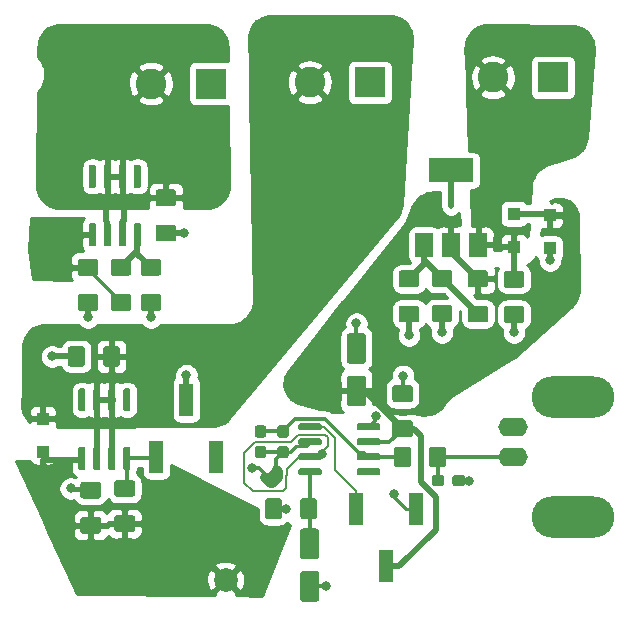
<source format=gbr>
G04 #@! TF.GenerationSoftware,KiCad,Pcbnew,(5.1.0)-1*
G04 #@! TF.CreationDate,2020-05-22T08:02:51-04:00*
G04 #@! TF.ProjectId,SiPMV4-60050,5369504d-5634-42d3-9630-3035302e6b69,rev?*
G04 #@! TF.SameCoordinates,Original*
G04 #@! TF.FileFunction,Copper,L1,Top*
G04 #@! TF.FilePolarity,Positive*
%FSLAX46Y46*%
G04 Gerber Fmt 4.6, Leading zero omitted, Abs format (unit mm)*
G04 Created by KiCad (PCBNEW (5.1.0)-1) date 2020-05-22 08:02:51*
%MOMM*%
%LPD*%
G04 APERTURE LIST*
%ADD10C,0.100000*%
%ADD11C,1.425000*%
%ADD12O,7.000000X3.500000*%
%ADD13O,2.500000X1.600000*%
%ADD14R,1.100000X1.100000*%
%ADD15C,2.000000*%
%ADD16C,0.600000*%
%ADD17R,1.190000X2.790000*%
%ADD18C,0.950000*%
%ADD19C,2.600000*%
%ADD20R,2.600000X2.600000*%
%ADD21C,1.600000*%
%ADD22R,3.800000X2.000000*%
%ADD23R,1.500000X2.000000*%
%ADD24C,0.800000*%
%ADD25C,0.400000*%
%ADD26C,0.500000*%
%ADD27C,0.350000*%
%ADD28C,0.250000*%
%ADD29C,0.200000*%
%ADD30C,0.300000*%
%ADD31C,0.750000*%
%ADD32C,0.254000*%
G04 APERTURE END LIST*
D10*
G36*
X160980384Y-56723244D02*
G01*
X161004653Y-56726844D01*
X161028451Y-56732805D01*
X161051551Y-56741070D01*
X161073729Y-56751560D01*
X161094773Y-56764173D01*
X161114478Y-56778787D01*
X161132657Y-56795263D01*
X161149133Y-56813442D01*
X161163747Y-56833147D01*
X161176360Y-56854191D01*
X161186850Y-56876369D01*
X161195115Y-56899469D01*
X161201076Y-56923267D01*
X161204676Y-56947536D01*
X161205880Y-56972040D01*
X161205880Y-58222040D01*
X161204676Y-58246544D01*
X161201076Y-58270813D01*
X161195115Y-58294611D01*
X161186850Y-58317711D01*
X161176360Y-58339889D01*
X161163747Y-58360933D01*
X161149133Y-58380638D01*
X161132657Y-58398817D01*
X161114478Y-58415293D01*
X161094773Y-58429907D01*
X161073729Y-58442520D01*
X161051551Y-58453010D01*
X161028451Y-58461275D01*
X161004653Y-58467236D01*
X160980384Y-58470836D01*
X160955880Y-58472040D01*
X160030880Y-58472040D01*
X160006376Y-58470836D01*
X159982107Y-58467236D01*
X159958309Y-58461275D01*
X159935209Y-58453010D01*
X159913031Y-58442520D01*
X159891987Y-58429907D01*
X159872282Y-58415293D01*
X159854103Y-58398817D01*
X159837627Y-58380638D01*
X159823013Y-58360933D01*
X159810400Y-58339889D01*
X159799910Y-58317711D01*
X159791645Y-58294611D01*
X159785684Y-58270813D01*
X159782084Y-58246544D01*
X159780880Y-58222040D01*
X159780880Y-56972040D01*
X159782084Y-56947536D01*
X159785684Y-56923267D01*
X159791645Y-56899469D01*
X159799910Y-56876369D01*
X159810400Y-56854191D01*
X159823013Y-56833147D01*
X159837627Y-56813442D01*
X159854103Y-56795263D01*
X159872282Y-56778787D01*
X159891987Y-56764173D01*
X159913031Y-56751560D01*
X159935209Y-56741070D01*
X159958309Y-56732805D01*
X159982107Y-56726844D01*
X160006376Y-56723244D01*
X160030880Y-56722040D01*
X160955880Y-56722040D01*
X160980384Y-56723244D01*
X160980384Y-56723244D01*
G37*
D11*
X160493380Y-57597040D03*
D10*
G36*
X163955384Y-56723244D02*
G01*
X163979653Y-56726844D01*
X164003451Y-56732805D01*
X164026551Y-56741070D01*
X164048729Y-56751560D01*
X164069773Y-56764173D01*
X164089478Y-56778787D01*
X164107657Y-56795263D01*
X164124133Y-56813442D01*
X164138747Y-56833147D01*
X164151360Y-56854191D01*
X164161850Y-56876369D01*
X164170115Y-56899469D01*
X164176076Y-56923267D01*
X164179676Y-56947536D01*
X164180880Y-56972040D01*
X164180880Y-58222040D01*
X164179676Y-58246544D01*
X164176076Y-58270813D01*
X164170115Y-58294611D01*
X164161850Y-58317711D01*
X164151360Y-58339889D01*
X164138747Y-58360933D01*
X164124133Y-58380638D01*
X164107657Y-58398817D01*
X164089478Y-58415293D01*
X164069773Y-58429907D01*
X164048729Y-58442520D01*
X164026551Y-58453010D01*
X164003451Y-58461275D01*
X163979653Y-58467236D01*
X163955384Y-58470836D01*
X163930880Y-58472040D01*
X163005880Y-58472040D01*
X162981376Y-58470836D01*
X162957107Y-58467236D01*
X162933309Y-58461275D01*
X162910209Y-58453010D01*
X162888031Y-58442520D01*
X162866987Y-58429907D01*
X162847282Y-58415293D01*
X162829103Y-58398817D01*
X162812627Y-58380638D01*
X162798013Y-58360933D01*
X162785400Y-58339889D01*
X162774910Y-58317711D01*
X162766645Y-58294611D01*
X162760684Y-58270813D01*
X162757084Y-58246544D01*
X162755880Y-58222040D01*
X162755880Y-56972040D01*
X162757084Y-56947536D01*
X162760684Y-56923267D01*
X162766645Y-56899469D01*
X162774910Y-56876369D01*
X162785400Y-56854191D01*
X162798013Y-56833147D01*
X162812627Y-56813442D01*
X162829103Y-56795263D01*
X162847282Y-56778787D01*
X162866987Y-56764173D01*
X162888031Y-56751560D01*
X162910209Y-56741070D01*
X162933309Y-56732805D01*
X162957107Y-56726844D01*
X162981376Y-56723244D01*
X163005880Y-56722040D01*
X163930880Y-56722040D01*
X163955384Y-56723244D01*
X163955384Y-56723244D01*
G37*
D11*
X163468380Y-57597040D03*
D12*
X185808620Y-48145700D03*
X185808620Y-58305700D03*
D13*
X180728620Y-53225700D03*
X180728620Y-50685700D03*
D14*
X140970000Y-49963500D03*
X140970000Y-52763500D03*
D10*
G36*
X144287504Y-43830204D02*
G01*
X144311773Y-43833804D01*
X144335571Y-43839765D01*
X144358671Y-43848030D01*
X144380849Y-43858520D01*
X144401893Y-43871133D01*
X144421598Y-43885747D01*
X144439777Y-43902223D01*
X144456253Y-43920402D01*
X144470867Y-43940107D01*
X144483480Y-43961151D01*
X144493970Y-43983329D01*
X144502235Y-44006429D01*
X144508196Y-44030227D01*
X144511796Y-44054496D01*
X144513000Y-44079000D01*
X144513000Y-45329000D01*
X144511796Y-45353504D01*
X144508196Y-45377773D01*
X144502235Y-45401571D01*
X144493970Y-45424671D01*
X144483480Y-45446849D01*
X144470867Y-45467893D01*
X144456253Y-45487598D01*
X144439777Y-45505777D01*
X144421598Y-45522253D01*
X144401893Y-45536867D01*
X144380849Y-45549480D01*
X144358671Y-45559970D01*
X144335571Y-45568235D01*
X144311773Y-45574196D01*
X144287504Y-45577796D01*
X144263000Y-45579000D01*
X143338000Y-45579000D01*
X143313496Y-45577796D01*
X143289227Y-45574196D01*
X143265429Y-45568235D01*
X143242329Y-45559970D01*
X143220151Y-45549480D01*
X143199107Y-45536867D01*
X143179402Y-45522253D01*
X143161223Y-45505777D01*
X143144747Y-45487598D01*
X143130133Y-45467893D01*
X143117520Y-45446849D01*
X143107030Y-45424671D01*
X143098765Y-45401571D01*
X143092804Y-45377773D01*
X143089204Y-45353504D01*
X143088000Y-45329000D01*
X143088000Y-44079000D01*
X143089204Y-44054496D01*
X143092804Y-44030227D01*
X143098765Y-44006429D01*
X143107030Y-43983329D01*
X143117520Y-43961151D01*
X143130133Y-43940107D01*
X143144747Y-43920402D01*
X143161223Y-43902223D01*
X143179402Y-43885747D01*
X143199107Y-43871133D01*
X143220151Y-43858520D01*
X143242329Y-43848030D01*
X143265429Y-43839765D01*
X143289227Y-43833804D01*
X143313496Y-43830204D01*
X143338000Y-43829000D01*
X144263000Y-43829000D01*
X144287504Y-43830204D01*
X144287504Y-43830204D01*
G37*
D11*
X143800500Y-44704000D03*
D10*
G36*
X147262504Y-43830204D02*
G01*
X147286773Y-43833804D01*
X147310571Y-43839765D01*
X147333671Y-43848030D01*
X147355849Y-43858520D01*
X147376893Y-43871133D01*
X147396598Y-43885747D01*
X147414777Y-43902223D01*
X147431253Y-43920402D01*
X147445867Y-43940107D01*
X147458480Y-43961151D01*
X147468970Y-43983329D01*
X147477235Y-44006429D01*
X147483196Y-44030227D01*
X147486796Y-44054496D01*
X147488000Y-44079000D01*
X147488000Y-45329000D01*
X147486796Y-45353504D01*
X147483196Y-45377773D01*
X147477235Y-45401571D01*
X147468970Y-45424671D01*
X147458480Y-45446849D01*
X147445867Y-45467893D01*
X147431253Y-45487598D01*
X147414777Y-45505777D01*
X147396598Y-45522253D01*
X147376893Y-45536867D01*
X147355849Y-45549480D01*
X147333671Y-45559970D01*
X147310571Y-45568235D01*
X147286773Y-45574196D01*
X147262504Y-45577796D01*
X147238000Y-45579000D01*
X146313000Y-45579000D01*
X146288496Y-45577796D01*
X146264227Y-45574196D01*
X146240429Y-45568235D01*
X146217329Y-45559970D01*
X146195151Y-45549480D01*
X146174107Y-45536867D01*
X146154402Y-45522253D01*
X146136223Y-45505777D01*
X146119747Y-45487598D01*
X146105133Y-45467893D01*
X146092520Y-45446849D01*
X146082030Y-45424671D01*
X146073765Y-45401571D01*
X146067804Y-45377773D01*
X146064204Y-45353504D01*
X146063000Y-45329000D01*
X146063000Y-44079000D01*
X146064204Y-44054496D01*
X146067804Y-44030227D01*
X146073765Y-44006429D01*
X146082030Y-43983329D01*
X146092520Y-43961151D01*
X146105133Y-43940107D01*
X146119747Y-43920402D01*
X146136223Y-43902223D01*
X146154402Y-43885747D01*
X146174107Y-43871133D01*
X146195151Y-43858520D01*
X146217329Y-43848030D01*
X146240429Y-43839765D01*
X146264227Y-43833804D01*
X146288496Y-43830204D01*
X146313000Y-43829000D01*
X147238000Y-43829000D01*
X147262504Y-43830204D01*
X147262504Y-43830204D01*
G37*
D11*
X146775500Y-44704000D03*
D15*
X156438600Y-63624460D03*
D10*
G36*
X144436703Y-47415722D02*
G01*
X144451264Y-47417882D01*
X144465543Y-47421459D01*
X144479403Y-47426418D01*
X144492710Y-47432712D01*
X144505336Y-47440280D01*
X144517159Y-47449048D01*
X144528066Y-47458934D01*
X144537952Y-47469841D01*
X144546720Y-47481664D01*
X144554288Y-47494290D01*
X144560582Y-47507597D01*
X144565541Y-47521457D01*
X144569118Y-47535736D01*
X144571278Y-47550297D01*
X144572000Y-47565000D01*
X144572000Y-49215000D01*
X144571278Y-49229703D01*
X144569118Y-49244264D01*
X144565541Y-49258543D01*
X144560582Y-49272403D01*
X144554288Y-49285710D01*
X144546720Y-49298336D01*
X144537952Y-49310159D01*
X144528066Y-49321066D01*
X144517159Y-49330952D01*
X144505336Y-49339720D01*
X144492710Y-49347288D01*
X144479403Y-49353582D01*
X144465543Y-49358541D01*
X144451264Y-49362118D01*
X144436703Y-49364278D01*
X144422000Y-49365000D01*
X144122000Y-49365000D01*
X144107297Y-49364278D01*
X144092736Y-49362118D01*
X144078457Y-49358541D01*
X144064597Y-49353582D01*
X144051290Y-49347288D01*
X144038664Y-49339720D01*
X144026841Y-49330952D01*
X144015934Y-49321066D01*
X144006048Y-49310159D01*
X143997280Y-49298336D01*
X143989712Y-49285710D01*
X143983418Y-49272403D01*
X143978459Y-49258543D01*
X143974882Y-49244264D01*
X143972722Y-49229703D01*
X143972000Y-49215000D01*
X143972000Y-47565000D01*
X143972722Y-47550297D01*
X143974882Y-47535736D01*
X143978459Y-47521457D01*
X143983418Y-47507597D01*
X143989712Y-47494290D01*
X143997280Y-47481664D01*
X144006048Y-47469841D01*
X144015934Y-47458934D01*
X144026841Y-47449048D01*
X144038664Y-47440280D01*
X144051290Y-47432712D01*
X144064597Y-47426418D01*
X144078457Y-47421459D01*
X144092736Y-47417882D01*
X144107297Y-47415722D01*
X144122000Y-47415000D01*
X144422000Y-47415000D01*
X144436703Y-47415722D01*
X144436703Y-47415722D01*
G37*
D16*
X144272000Y-48390000D03*
D10*
G36*
X145706703Y-47415722D02*
G01*
X145721264Y-47417882D01*
X145735543Y-47421459D01*
X145749403Y-47426418D01*
X145762710Y-47432712D01*
X145775336Y-47440280D01*
X145787159Y-47449048D01*
X145798066Y-47458934D01*
X145807952Y-47469841D01*
X145816720Y-47481664D01*
X145824288Y-47494290D01*
X145830582Y-47507597D01*
X145835541Y-47521457D01*
X145839118Y-47535736D01*
X145841278Y-47550297D01*
X145842000Y-47565000D01*
X145842000Y-49215000D01*
X145841278Y-49229703D01*
X145839118Y-49244264D01*
X145835541Y-49258543D01*
X145830582Y-49272403D01*
X145824288Y-49285710D01*
X145816720Y-49298336D01*
X145807952Y-49310159D01*
X145798066Y-49321066D01*
X145787159Y-49330952D01*
X145775336Y-49339720D01*
X145762710Y-49347288D01*
X145749403Y-49353582D01*
X145735543Y-49358541D01*
X145721264Y-49362118D01*
X145706703Y-49364278D01*
X145692000Y-49365000D01*
X145392000Y-49365000D01*
X145377297Y-49364278D01*
X145362736Y-49362118D01*
X145348457Y-49358541D01*
X145334597Y-49353582D01*
X145321290Y-49347288D01*
X145308664Y-49339720D01*
X145296841Y-49330952D01*
X145285934Y-49321066D01*
X145276048Y-49310159D01*
X145267280Y-49298336D01*
X145259712Y-49285710D01*
X145253418Y-49272403D01*
X145248459Y-49258543D01*
X145244882Y-49244264D01*
X145242722Y-49229703D01*
X145242000Y-49215000D01*
X145242000Y-47565000D01*
X145242722Y-47550297D01*
X145244882Y-47535736D01*
X145248459Y-47521457D01*
X145253418Y-47507597D01*
X145259712Y-47494290D01*
X145267280Y-47481664D01*
X145276048Y-47469841D01*
X145285934Y-47458934D01*
X145296841Y-47449048D01*
X145308664Y-47440280D01*
X145321290Y-47432712D01*
X145334597Y-47426418D01*
X145348457Y-47421459D01*
X145362736Y-47417882D01*
X145377297Y-47415722D01*
X145392000Y-47415000D01*
X145692000Y-47415000D01*
X145706703Y-47415722D01*
X145706703Y-47415722D01*
G37*
D16*
X145542000Y-48390000D03*
D10*
G36*
X146976703Y-47415722D02*
G01*
X146991264Y-47417882D01*
X147005543Y-47421459D01*
X147019403Y-47426418D01*
X147032710Y-47432712D01*
X147045336Y-47440280D01*
X147057159Y-47449048D01*
X147068066Y-47458934D01*
X147077952Y-47469841D01*
X147086720Y-47481664D01*
X147094288Y-47494290D01*
X147100582Y-47507597D01*
X147105541Y-47521457D01*
X147109118Y-47535736D01*
X147111278Y-47550297D01*
X147112000Y-47565000D01*
X147112000Y-49215000D01*
X147111278Y-49229703D01*
X147109118Y-49244264D01*
X147105541Y-49258543D01*
X147100582Y-49272403D01*
X147094288Y-49285710D01*
X147086720Y-49298336D01*
X147077952Y-49310159D01*
X147068066Y-49321066D01*
X147057159Y-49330952D01*
X147045336Y-49339720D01*
X147032710Y-49347288D01*
X147019403Y-49353582D01*
X147005543Y-49358541D01*
X146991264Y-49362118D01*
X146976703Y-49364278D01*
X146962000Y-49365000D01*
X146662000Y-49365000D01*
X146647297Y-49364278D01*
X146632736Y-49362118D01*
X146618457Y-49358541D01*
X146604597Y-49353582D01*
X146591290Y-49347288D01*
X146578664Y-49339720D01*
X146566841Y-49330952D01*
X146555934Y-49321066D01*
X146546048Y-49310159D01*
X146537280Y-49298336D01*
X146529712Y-49285710D01*
X146523418Y-49272403D01*
X146518459Y-49258543D01*
X146514882Y-49244264D01*
X146512722Y-49229703D01*
X146512000Y-49215000D01*
X146512000Y-47565000D01*
X146512722Y-47550297D01*
X146514882Y-47535736D01*
X146518459Y-47521457D01*
X146523418Y-47507597D01*
X146529712Y-47494290D01*
X146537280Y-47481664D01*
X146546048Y-47469841D01*
X146555934Y-47458934D01*
X146566841Y-47449048D01*
X146578664Y-47440280D01*
X146591290Y-47432712D01*
X146604597Y-47426418D01*
X146618457Y-47421459D01*
X146632736Y-47417882D01*
X146647297Y-47415722D01*
X146662000Y-47415000D01*
X146962000Y-47415000D01*
X146976703Y-47415722D01*
X146976703Y-47415722D01*
G37*
D16*
X146812000Y-48390000D03*
D10*
G36*
X148246703Y-47415722D02*
G01*
X148261264Y-47417882D01*
X148275543Y-47421459D01*
X148289403Y-47426418D01*
X148302710Y-47432712D01*
X148315336Y-47440280D01*
X148327159Y-47449048D01*
X148338066Y-47458934D01*
X148347952Y-47469841D01*
X148356720Y-47481664D01*
X148364288Y-47494290D01*
X148370582Y-47507597D01*
X148375541Y-47521457D01*
X148379118Y-47535736D01*
X148381278Y-47550297D01*
X148382000Y-47565000D01*
X148382000Y-49215000D01*
X148381278Y-49229703D01*
X148379118Y-49244264D01*
X148375541Y-49258543D01*
X148370582Y-49272403D01*
X148364288Y-49285710D01*
X148356720Y-49298336D01*
X148347952Y-49310159D01*
X148338066Y-49321066D01*
X148327159Y-49330952D01*
X148315336Y-49339720D01*
X148302710Y-49347288D01*
X148289403Y-49353582D01*
X148275543Y-49358541D01*
X148261264Y-49362118D01*
X148246703Y-49364278D01*
X148232000Y-49365000D01*
X147932000Y-49365000D01*
X147917297Y-49364278D01*
X147902736Y-49362118D01*
X147888457Y-49358541D01*
X147874597Y-49353582D01*
X147861290Y-49347288D01*
X147848664Y-49339720D01*
X147836841Y-49330952D01*
X147825934Y-49321066D01*
X147816048Y-49310159D01*
X147807280Y-49298336D01*
X147799712Y-49285710D01*
X147793418Y-49272403D01*
X147788459Y-49258543D01*
X147784882Y-49244264D01*
X147782722Y-49229703D01*
X147782000Y-49215000D01*
X147782000Y-47565000D01*
X147782722Y-47550297D01*
X147784882Y-47535736D01*
X147788459Y-47521457D01*
X147793418Y-47507597D01*
X147799712Y-47494290D01*
X147807280Y-47481664D01*
X147816048Y-47469841D01*
X147825934Y-47458934D01*
X147836841Y-47449048D01*
X147848664Y-47440280D01*
X147861290Y-47432712D01*
X147874597Y-47426418D01*
X147888457Y-47421459D01*
X147902736Y-47417882D01*
X147917297Y-47415722D01*
X147932000Y-47415000D01*
X148232000Y-47415000D01*
X148246703Y-47415722D01*
X148246703Y-47415722D01*
G37*
D16*
X148082000Y-48390000D03*
D10*
G36*
X148246703Y-52365722D02*
G01*
X148261264Y-52367882D01*
X148275543Y-52371459D01*
X148289403Y-52376418D01*
X148302710Y-52382712D01*
X148315336Y-52390280D01*
X148327159Y-52399048D01*
X148338066Y-52408934D01*
X148347952Y-52419841D01*
X148356720Y-52431664D01*
X148364288Y-52444290D01*
X148370582Y-52457597D01*
X148375541Y-52471457D01*
X148379118Y-52485736D01*
X148381278Y-52500297D01*
X148382000Y-52515000D01*
X148382000Y-54165000D01*
X148381278Y-54179703D01*
X148379118Y-54194264D01*
X148375541Y-54208543D01*
X148370582Y-54222403D01*
X148364288Y-54235710D01*
X148356720Y-54248336D01*
X148347952Y-54260159D01*
X148338066Y-54271066D01*
X148327159Y-54280952D01*
X148315336Y-54289720D01*
X148302710Y-54297288D01*
X148289403Y-54303582D01*
X148275543Y-54308541D01*
X148261264Y-54312118D01*
X148246703Y-54314278D01*
X148232000Y-54315000D01*
X147932000Y-54315000D01*
X147917297Y-54314278D01*
X147902736Y-54312118D01*
X147888457Y-54308541D01*
X147874597Y-54303582D01*
X147861290Y-54297288D01*
X147848664Y-54289720D01*
X147836841Y-54280952D01*
X147825934Y-54271066D01*
X147816048Y-54260159D01*
X147807280Y-54248336D01*
X147799712Y-54235710D01*
X147793418Y-54222403D01*
X147788459Y-54208543D01*
X147784882Y-54194264D01*
X147782722Y-54179703D01*
X147782000Y-54165000D01*
X147782000Y-52515000D01*
X147782722Y-52500297D01*
X147784882Y-52485736D01*
X147788459Y-52471457D01*
X147793418Y-52457597D01*
X147799712Y-52444290D01*
X147807280Y-52431664D01*
X147816048Y-52419841D01*
X147825934Y-52408934D01*
X147836841Y-52399048D01*
X147848664Y-52390280D01*
X147861290Y-52382712D01*
X147874597Y-52376418D01*
X147888457Y-52371459D01*
X147902736Y-52367882D01*
X147917297Y-52365722D01*
X147932000Y-52365000D01*
X148232000Y-52365000D01*
X148246703Y-52365722D01*
X148246703Y-52365722D01*
G37*
D16*
X148082000Y-53340000D03*
D10*
G36*
X146976703Y-52365722D02*
G01*
X146991264Y-52367882D01*
X147005543Y-52371459D01*
X147019403Y-52376418D01*
X147032710Y-52382712D01*
X147045336Y-52390280D01*
X147057159Y-52399048D01*
X147068066Y-52408934D01*
X147077952Y-52419841D01*
X147086720Y-52431664D01*
X147094288Y-52444290D01*
X147100582Y-52457597D01*
X147105541Y-52471457D01*
X147109118Y-52485736D01*
X147111278Y-52500297D01*
X147112000Y-52515000D01*
X147112000Y-54165000D01*
X147111278Y-54179703D01*
X147109118Y-54194264D01*
X147105541Y-54208543D01*
X147100582Y-54222403D01*
X147094288Y-54235710D01*
X147086720Y-54248336D01*
X147077952Y-54260159D01*
X147068066Y-54271066D01*
X147057159Y-54280952D01*
X147045336Y-54289720D01*
X147032710Y-54297288D01*
X147019403Y-54303582D01*
X147005543Y-54308541D01*
X146991264Y-54312118D01*
X146976703Y-54314278D01*
X146962000Y-54315000D01*
X146662000Y-54315000D01*
X146647297Y-54314278D01*
X146632736Y-54312118D01*
X146618457Y-54308541D01*
X146604597Y-54303582D01*
X146591290Y-54297288D01*
X146578664Y-54289720D01*
X146566841Y-54280952D01*
X146555934Y-54271066D01*
X146546048Y-54260159D01*
X146537280Y-54248336D01*
X146529712Y-54235710D01*
X146523418Y-54222403D01*
X146518459Y-54208543D01*
X146514882Y-54194264D01*
X146512722Y-54179703D01*
X146512000Y-54165000D01*
X146512000Y-52515000D01*
X146512722Y-52500297D01*
X146514882Y-52485736D01*
X146518459Y-52471457D01*
X146523418Y-52457597D01*
X146529712Y-52444290D01*
X146537280Y-52431664D01*
X146546048Y-52419841D01*
X146555934Y-52408934D01*
X146566841Y-52399048D01*
X146578664Y-52390280D01*
X146591290Y-52382712D01*
X146604597Y-52376418D01*
X146618457Y-52371459D01*
X146632736Y-52367882D01*
X146647297Y-52365722D01*
X146662000Y-52365000D01*
X146962000Y-52365000D01*
X146976703Y-52365722D01*
X146976703Y-52365722D01*
G37*
D16*
X146812000Y-53340000D03*
D10*
G36*
X145706703Y-52365722D02*
G01*
X145721264Y-52367882D01*
X145735543Y-52371459D01*
X145749403Y-52376418D01*
X145762710Y-52382712D01*
X145775336Y-52390280D01*
X145787159Y-52399048D01*
X145798066Y-52408934D01*
X145807952Y-52419841D01*
X145816720Y-52431664D01*
X145824288Y-52444290D01*
X145830582Y-52457597D01*
X145835541Y-52471457D01*
X145839118Y-52485736D01*
X145841278Y-52500297D01*
X145842000Y-52515000D01*
X145842000Y-54165000D01*
X145841278Y-54179703D01*
X145839118Y-54194264D01*
X145835541Y-54208543D01*
X145830582Y-54222403D01*
X145824288Y-54235710D01*
X145816720Y-54248336D01*
X145807952Y-54260159D01*
X145798066Y-54271066D01*
X145787159Y-54280952D01*
X145775336Y-54289720D01*
X145762710Y-54297288D01*
X145749403Y-54303582D01*
X145735543Y-54308541D01*
X145721264Y-54312118D01*
X145706703Y-54314278D01*
X145692000Y-54315000D01*
X145392000Y-54315000D01*
X145377297Y-54314278D01*
X145362736Y-54312118D01*
X145348457Y-54308541D01*
X145334597Y-54303582D01*
X145321290Y-54297288D01*
X145308664Y-54289720D01*
X145296841Y-54280952D01*
X145285934Y-54271066D01*
X145276048Y-54260159D01*
X145267280Y-54248336D01*
X145259712Y-54235710D01*
X145253418Y-54222403D01*
X145248459Y-54208543D01*
X145244882Y-54194264D01*
X145242722Y-54179703D01*
X145242000Y-54165000D01*
X145242000Y-52515000D01*
X145242722Y-52500297D01*
X145244882Y-52485736D01*
X145248459Y-52471457D01*
X145253418Y-52457597D01*
X145259712Y-52444290D01*
X145267280Y-52431664D01*
X145276048Y-52419841D01*
X145285934Y-52408934D01*
X145296841Y-52399048D01*
X145308664Y-52390280D01*
X145321290Y-52382712D01*
X145334597Y-52376418D01*
X145348457Y-52371459D01*
X145362736Y-52367882D01*
X145377297Y-52365722D01*
X145392000Y-52365000D01*
X145692000Y-52365000D01*
X145706703Y-52365722D01*
X145706703Y-52365722D01*
G37*
D16*
X145542000Y-53340000D03*
D10*
G36*
X144436703Y-52365722D02*
G01*
X144451264Y-52367882D01*
X144465543Y-52371459D01*
X144479403Y-52376418D01*
X144492710Y-52382712D01*
X144505336Y-52390280D01*
X144517159Y-52399048D01*
X144528066Y-52408934D01*
X144537952Y-52419841D01*
X144546720Y-52431664D01*
X144554288Y-52444290D01*
X144560582Y-52457597D01*
X144565541Y-52471457D01*
X144569118Y-52485736D01*
X144571278Y-52500297D01*
X144572000Y-52515000D01*
X144572000Y-54165000D01*
X144571278Y-54179703D01*
X144569118Y-54194264D01*
X144565541Y-54208543D01*
X144560582Y-54222403D01*
X144554288Y-54235710D01*
X144546720Y-54248336D01*
X144537952Y-54260159D01*
X144528066Y-54271066D01*
X144517159Y-54280952D01*
X144505336Y-54289720D01*
X144492710Y-54297288D01*
X144479403Y-54303582D01*
X144465543Y-54308541D01*
X144451264Y-54312118D01*
X144436703Y-54314278D01*
X144422000Y-54315000D01*
X144122000Y-54315000D01*
X144107297Y-54314278D01*
X144092736Y-54312118D01*
X144078457Y-54308541D01*
X144064597Y-54303582D01*
X144051290Y-54297288D01*
X144038664Y-54289720D01*
X144026841Y-54280952D01*
X144015934Y-54271066D01*
X144006048Y-54260159D01*
X143997280Y-54248336D01*
X143989712Y-54235710D01*
X143983418Y-54222403D01*
X143978459Y-54208543D01*
X143974882Y-54194264D01*
X143972722Y-54179703D01*
X143972000Y-54165000D01*
X143972000Y-52515000D01*
X143972722Y-52500297D01*
X143974882Y-52485736D01*
X143978459Y-52471457D01*
X143983418Y-52457597D01*
X143989712Y-52444290D01*
X143997280Y-52431664D01*
X144006048Y-52419841D01*
X144015934Y-52408934D01*
X144026841Y-52399048D01*
X144038664Y-52390280D01*
X144051290Y-52382712D01*
X144064597Y-52376418D01*
X144078457Y-52371459D01*
X144092736Y-52367882D01*
X144107297Y-52365722D01*
X144122000Y-52365000D01*
X144422000Y-52365000D01*
X144436703Y-52365722D01*
X144436703Y-52365722D01*
G37*
D16*
X144272000Y-53340000D03*
D10*
G36*
X169368703Y-50373722D02*
G01*
X169383264Y-50375882D01*
X169397543Y-50379459D01*
X169411403Y-50384418D01*
X169424710Y-50390712D01*
X169437336Y-50398280D01*
X169449159Y-50407048D01*
X169460066Y-50416934D01*
X169469952Y-50427841D01*
X169478720Y-50439664D01*
X169486288Y-50452290D01*
X169492582Y-50465597D01*
X169497541Y-50479457D01*
X169501118Y-50493736D01*
X169503278Y-50508297D01*
X169504000Y-50523000D01*
X169504000Y-50823000D01*
X169503278Y-50837703D01*
X169501118Y-50852264D01*
X169497541Y-50866543D01*
X169492582Y-50880403D01*
X169486288Y-50893710D01*
X169478720Y-50906336D01*
X169469952Y-50918159D01*
X169460066Y-50929066D01*
X169449159Y-50938952D01*
X169437336Y-50947720D01*
X169424710Y-50955288D01*
X169411403Y-50961582D01*
X169397543Y-50966541D01*
X169383264Y-50970118D01*
X169368703Y-50972278D01*
X169354000Y-50973000D01*
X167704000Y-50973000D01*
X167689297Y-50972278D01*
X167674736Y-50970118D01*
X167660457Y-50966541D01*
X167646597Y-50961582D01*
X167633290Y-50955288D01*
X167620664Y-50947720D01*
X167608841Y-50938952D01*
X167597934Y-50929066D01*
X167588048Y-50918159D01*
X167579280Y-50906336D01*
X167571712Y-50893710D01*
X167565418Y-50880403D01*
X167560459Y-50866543D01*
X167556882Y-50852264D01*
X167554722Y-50837703D01*
X167554000Y-50823000D01*
X167554000Y-50523000D01*
X167554722Y-50508297D01*
X167556882Y-50493736D01*
X167560459Y-50479457D01*
X167565418Y-50465597D01*
X167571712Y-50452290D01*
X167579280Y-50439664D01*
X167588048Y-50427841D01*
X167597934Y-50416934D01*
X167608841Y-50407048D01*
X167620664Y-50398280D01*
X167633290Y-50390712D01*
X167646597Y-50384418D01*
X167660457Y-50379459D01*
X167674736Y-50375882D01*
X167689297Y-50373722D01*
X167704000Y-50373000D01*
X169354000Y-50373000D01*
X169368703Y-50373722D01*
X169368703Y-50373722D01*
G37*
D16*
X168529000Y-50673000D03*
D10*
G36*
X169368703Y-51643722D02*
G01*
X169383264Y-51645882D01*
X169397543Y-51649459D01*
X169411403Y-51654418D01*
X169424710Y-51660712D01*
X169437336Y-51668280D01*
X169449159Y-51677048D01*
X169460066Y-51686934D01*
X169469952Y-51697841D01*
X169478720Y-51709664D01*
X169486288Y-51722290D01*
X169492582Y-51735597D01*
X169497541Y-51749457D01*
X169501118Y-51763736D01*
X169503278Y-51778297D01*
X169504000Y-51793000D01*
X169504000Y-52093000D01*
X169503278Y-52107703D01*
X169501118Y-52122264D01*
X169497541Y-52136543D01*
X169492582Y-52150403D01*
X169486288Y-52163710D01*
X169478720Y-52176336D01*
X169469952Y-52188159D01*
X169460066Y-52199066D01*
X169449159Y-52208952D01*
X169437336Y-52217720D01*
X169424710Y-52225288D01*
X169411403Y-52231582D01*
X169397543Y-52236541D01*
X169383264Y-52240118D01*
X169368703Y-52242278D01*
X169354000Y-52243000D01*
X167704000Y-52243000D01*
X167689297Y-52242278D01*
X167674736Y-52240118D01*
X167660457Y-52236541D01*
X167646597Y-52231582D01*
X167633290Y-52225288D01*
X167620664Y-52217720D01*
X167608841Y-52208952D01*
X167597934Y-52199066D01*
X167588048Y-52188159D01*
X167579280Y-52176336D01*
X167571712Y-52163710D01*
X167565418Y-52150403D01*
X167560459Y-52136543D01*
X167556882Y-52122264D01*
X167554722Y-52107703D01*
X167554000Y-52093000D01*
X167554000Y-51793000D01*
X167554722Y-51778297D01*
X167556882Y-51763736D01*
X167560459Y-51749457D01*
X167565418Y-51735597D01*
X167571712Y-51722290D01*
X167579280Y-51709664D01*
X167588048Y-51697841D01*
X167597934Y-51686934D01*
X167608841Y-51677048D01*
X167620664Y-51668280D01*
X167633290Y-51660712D01*
X167646597Y-51654418D01*
X167660457Y-51649459D01*
X167674736Y-51645882D01*
X167689297Y-51643722D01*
X167704000Y-51643000D01*
X169354000Y-51643000D01*
X169368703Y-51643722D01*
X169368703Y-51643722D01*
G37*
D16*
X168529000Y-51943000D03*
D10*
G36*
X169368703Y-52913722D02*
G01*
X169383264Y-52915882D01*
X169397543Y-52919459D01*
X169411403Y-52924418D01*
X169424710Y-52930712D01*
X169437336Y-52938280D01*
X169449159Y-52947048D01*
X169460066Y-52956934D01*
X169469952Y-52967841D01*
X169478720Y-52979664D01*
X169486288Y-52992290D01*
X169492582Y-53005597D01*
X169497541Y-53019457D01*
X169501118Y-53033736D01*
X169503278Y-53048297D01*
X169504000Y-53063000D01*
X169504000Y-53363000D01*
X169503278Y-53377703D01*
X169501118Y-53392264D01*
X169497541Y-53406543D01*
X169492582Y-53420403D01*
X169486288Y-53433710D01*
X169478720Y-53446336D01*
X169469952Y-53458159D01*
X169460066Y-53469066D01*
X169449159Y-53478952D01*
X169437336Y-53487720D01*
X169424710Y-53495288D01*
X169411403Y-53501582D01*
X169397543Y-53506541D01*
X169383264Y-53510118D01*
X169368703Y-53512278D01*
X169354000Y-53513000D01*
X167704000Y-53513000D01*
X167689297Y-53512278D01*
X167674736Y-53510118D01*
X167660457Y-53506541D01*
X167646597Y-53501582D01*
X167633290Y-53495288D01*
X167620664Y-53487720D01*
X167608841Y-53478952D01*
X167597934Y-53469066D01*
X167588048Y-53458159D01*
X167579280Y-53446336D01*
X167571712Y-53433710D01*
X167565418Y-53420403D01*
X167560459Y-53406543D01*
X167556882Y-53392264D01*
X167554722Y-53377703D01*
X167554000Y-53363000D01*
X167554000Y-53063000D01*
X167554722Y-53048297D01*
X167556882Y-53033736D01*
X167560459Y-53019457D01*
X167565418Y-53005597D01*
X167571712Y-52992290D01*
X167579280Y-52979664D01*
X167588048Y-52967841D01*
X167597934Y-52956934D01*
X167608841Y-52947048D01*
X167620664Y-52938280D01*
X167633290Y-52930712D01*
X167646597Y-52924418D01*
X167660457Y-52919459D01*
X167674736Y-52915882D01*
X167689297Y-52913722D01*
X167704000Y-52913000D01*
X169354000Y-52913000D01*
X169368703Y-52913722D01*
X169368703Y-52913722D01*
G37*
D16*
X168529000Y-53213000D03*
D10*
G36*
X169368703Y-54183722D02*
G01*
X169383264Y-54185882D01*
X169397543Y-54189459D01*
X169411403Y-54194418D01*
X169424710Y-54200712D01*
X169437336Y-54208280D01*
X169449159Y-54217048D01*
X169460066Y-54226934D01*
X169469952Y-54237841D01*
X169478720Y-54249664D01*
X169486288Y-54262290D01*
X169492582Y-54275597D01*
X169497541Y-54289457D01*
X169501118Y-54303736D01*
X169503278Y-54318297D01*
X169504000Y-54333000D01*
X169504000Y-54633000D01*
X169503278Y-54647703D01*
X169501118Y-54662264D01*
X169497541Y-54676543D01*
X169492582Y-54690403D01*
X169486288Y-54703710D01*
X169478720Y-54716336D01*
X169469952Y-54728159D01*
X169460066Y-54739066D01*
X169449159Y-54748952D01*
X169437336Y-54757720D01*
X169424710Y-54765288D01*
X169411403Y-54771582D01*
X169397543Y-54776541D01*
X169383264Y-54780118D01*
X169368703Y-54782278D01*
X169354000Y-54783000D01*
X167704000Y-54783000D01*
X167689297Y-54782278D01*
X167674736Y-54780118D01*
X167660457Y-54776541D01*
X167646597Y-54771582D01*
X167633290Y-54765288D01*
X167620664Y-54757720D01*
X167608841Y-54748952D01*
X167597934Y-54739066D01*
X167588048Y-54728159D01*
X167579280Y-54716336D01*
X167571712Y-54703710D01*
X167565418Y-54690403D01*
X167560459Y-54676543D01*
X167556882Y-54662264D01*
X167554722Y-54647703D01*
X167554000Y-54633000D01*
X167554000Y-54333000D01*
X167554722Y-54318297D01*
X167556882Y-54303736D01*
X167560459Y-54289457D01*
X167565418Y-54275597D01*
X167571712Y-54262290D01*
X167579280Y-54249664D01*
X167588048Y-54237841D01*
X167597934Y-54226934D01*
X167608841Y-54217048D01*
X167620664Y-54208280D01*
X167633290Y-54200712D01*
X167646597Y-54194418D01*
X167660457Y-54189459D01*
X167674736Y-54185882D01*
X167689297Y-54183722D01*
X167704000Y-54183000D01*
X169354000Y-54183000D01*
X169368703Y-54183722D01*
X169368703Y-54183722D01*
G37*
D16*
X168529000Y-54483000D03*
D10*
G36*
X164418703Y-54183722D02*
G01*
X164433264Y-54185882D01*
X164447543Y-54189459D01*
X164461403Y-54194418D01*
X164474710Y-54200712D01*
X164487336Y-54208280D01*
X164499159Y-54217048D01*
X164510066Y-54226934D01*
X164519952Y-54237841D01*
X164528720Y-54249664D01*
X164536288Y-54262290D01*
X164542582Y-54275597D01*
X164547541Y-54289457D01*
X164551118Y-54303736D01*
X164553278Y-54318297D01*
X164554000Y-54333000D01*
X164554000Y-54633000D01*
X164553278Y-54647703D01*
X164551118Y-54662264D01*
X164547541Y-54676543D01*
X164542582Y-54690403D01*
X164536288Y-54703710D01*
X164528720Y-54716336D01*
X164519952Y-54728159D01*
X164510066Y-54739066D01*
X164499159Y-54748952D01*
X164487336Y-54757720D01*
X164474710Y-54765288D01*
X164461403Y-54771582D01*
X164447543Y-54776541D01*
X164433264Y-54780118D01*
X164418703Y-54782278D01*
X164404000Y-54783000D01*
X162754000Y-54783000D01*
X162739297Y-54782278D01*
X162724736Y-54780118D01*
X162710457Y-54776541D01*
X162696597Y-54771582D01*
X162683290Y-54765288D01*
X162670664Y-54757720D01*
X162658841Y-54748952D01*
X162647934Y-54739066D01*
X162638048Y-54728159D01*
X162629280Y-54716336D01*
X162621712Y-54703710D01*
X162615418Y-54690403D01*
X162610459Y-54676543D01*
X162606882Y-54662264D01*
X162604722Y-54647703D01*
X162604000Y-54633000D01*
X162604000Y-54333000D01*
X162604722Y-54318297D01*
X162606882Y-54303736D01*
X162610459Y-54289457D01*
X162615418Y-54275597D01*
X162621712Y-54262290D01*
X162629280Y-54249664D01*
X162638048Y-54237841D01*
X162647934Y-54226934D01*
X162658841Y-54217048D01*
X162670664Y-54208280D01*
X162683290Y-54200712D01*
X162696597Y-54194418D01*
X162710457Y-54189459D01*
X162724736Y-54185882D01*
X162739297Y-54183722D01*
X162754000Y-54183000D01*
X164404000Y-54183000D01*
X164418703Y-54183722D01*
X164418703Y-54183722D01*
G37*
D16*
X163579000Y-54483000D03*
D10*
G36*
X164418703Y-52913722D02*
G01*
X164433264Y-52915882D01*
X164447543Y-52919459D01*
X164461403Y-52924418D01*
X164474710Y-52930712D01*
X164487336Y-52938280D01*
X164499159Y-52947048D01*
X164510066Y-52956934D01*
X164519952Y-52967841D01*
X164528720Y-52979664D01*
X164536288Y-52992290D01*
X164542582Y-53005597D01*
X164547541Y-53019457D01*
X164551118Y-53033736D01*
X164553278Y-53048297D01*
X164554000Y-53063000D01*
X164554000Y-53363000D01*
X164553278Y-53377703D01*
X164551118Y-53392264D01*
X164547541Y-53406543D01*
X164542582Y-53420403D01*
X164536288Y-53433710D01*
X164528720Y-53446336D01*
X164519952Y-53458159D01*
X164510066Y-53469066D01*
X164499159Y-53478952D01*
X164487336Y-53487720D01*
X164474710Y-53495288D01*
X164461403Y-53501582D01*
X164447543Y-53506541D01*
X164433264Y-53510118D01*
X164418703Y-53512278D01*
X164404000Y-53513000D01*
X162754000Y-53513000D01*
X162739297Y-53512278D01*
X162724736Y-53510118D01*
X162710457Y-53506541D01*
X162696597Y-53501582D01*
X162683290Y-53495288D01*
X162670664Y-53487720D01*
X162658841Y-53478952D01*
X162647934Y-53469066D01*
X162638048Y-53458159D01*
X162629280Y-53446336D01*
X162621712Y-53433710D01*
X162615418Y-53420403D01*
X162610459Y-53406543D01*
X162606882Y-53392264D01*
X162604722Y-53377703D01*
X162604000Y-53363000D01*
X162604000Y-53063000D01*
X162604722Y-53048297D01*
X162606882Y-53033736D01*
X162610459Y-53019457D01*
X162615418Y-53005597D01*
X162621712Y-52992290D01*
X162629280Y-52979664D01*
X162638048Y-52967841D01*
X162647934Y-52956934D01*
X162658841Y-52947048D01*
X162670664Y-52938280D01*
X162683290Y-52930712D01*
X162696597Y-52924418D01*
X162710457Y-52919459D01*
X162724736Y-52915882D01*
X162739297Y-52913722D01*
X162754000Y-52913000D01*
X164404000Y-52913000D01*
X164418703Y-52913722D01*
X164418703Y-52913722D01*
G37*
D16*
X163579000Y-53213000D03*
D10*
G36*
X164418703Y-51643722D02*
G01*
X164433264Y-51645882D01*
X164447543Y-51649459D01*
X164461403Y-51654418D01*
X164474710Y-51660712D01*
X164487336Y-51668280D01*
X164499159Y-51677048D01*
X164510066Y-51686934D01*
X164519952Y-51697841D01*
X164528720Y-51709664D01*
X164536288Y-51722290D01*
X164542582Y-51735597D01*
X164547541Y-51749457D01*
X164551118Y-51763736D01*
X164553278Y-51778297D01*
X164554000Y-51793000D01*
X164554000Y-52093000D01*
X164553278Y-52107703D01*
X164551118Y-52122264D01*
X164547541Y-52136543D01*
X164542582Y-52150403D01*
X164536288Y-52163710D01*
X164528720Y-52176336D01*
X164519952Y-52188159D01*
X164510066Y-52199066D01*
X164499159Y-52208952D01*
X164487336Y-52217720D01*
X164474710Y-52225288D01*
X164461403Y-52231582D01*
X164447543Y-52236541D01*
X164433264Y-52240118D01*
X164418703Y-52242278D01*
X164404000Y-52243000D01*
X162754000Y-52243000D01*
X162739297Y-52242278D01*
X162724736Y-52240118D01*
X162710457Y-52236541D01*
X162696597Y-52231582D01*
X162683290Y-52225288D01*
X162670664Y-52217720D01*
X162658841Y-52208952D01*
X162647934Y-52199066D01*
X162638048Y-52188159D01*
X162629280Y-52176336D01*
X162621712Y-52163710D01*
X162615418Y-52150403D01*
X162610459Y-52136543D01*
X162606882Y-52122264D01*
X162604722Y-52107703D01*
X162604000Y-52093000D01*
X162604000Y-51793000D01*
X162604722Y-51778297D01*
X162606882Y-51763736D01*
X162610459Y-51749457D01*
X162615418Y-51735597D01*
X162621712Y-51722290D01*
X162629280Y-51709664D01*
X162638048Y-51697841D01*
X162647934Y-51686934D01*
X162658841Y-51677048D01*
X162670664Y-51668280D01*
X162683290Y-51660712D01*
X162696597Y-51654418D01*
X162710457Y-51649459D01*
X162724736Y-51645882D01*
X162739297Y-51643722D01*
X162754000Y-51643000D01*
X164404000Y-51643000D01*
X164418703Y-51643722D01*
X164418703Y-51643722D01*
G37*
D16*
X163579000Y-51943000D03*
D10*
G36*
X164418703Y-50373722D02*
G01*
X164433264Y-50375882D01*
X164447543Y-50379459D01*
X164461403Y-50384418D01*
X164474710Y-50390712D01*
X164487336Y-50398280D01*
X164499159Y-50407048D01*
X164510066Y-50416934D01*
X164519952Y-50427841D01*
X164528720Y-50439664D01*
X164536288Y-50452290D01*
X164542582Y-50465597D01*
X164547541Y-50479457D01*
X164551118Y-50493736D01*
X164553278Y-50508297D01*
X164554000Y-50523000D01*
X164554000Y-50823000D01*
X164553278Y-50837703D01*
X164551118Y-50852264D01*
X164547541Y-50866543D01*
X164542582Y-50880403D01*
X164536288Y-50893710D01*
X164528720Y-50906336D01*
X164519952Y-50918159D01*
X164510066Y-50929066D01*
X164499159Y-50938952D01*
X164487336Y-50947720D01*
X164474710Y-50955288D01*
X164461403Y-50961582D01*
X164447543Y-50966541D01*
X164433264Y-50970118D01*
X164418703Y-50972278D01*
X164404000Y-50973000D01*
X162754000Y-50973000D01*
X162739297Y-50972278D01*
X162724736Y-50970118D01*
X162710457Y-50966541D01*
X162696597Y-50961582D01*
X162683290Y-50955288D01*
X162670664Y-50947720D01*
X162658841Y-50938952D01*
X162647934Y-50929066D01*
X162638048Y-50918159D01*
X162629280Y-50906336D01*
X162621712Y-50893710D01*
X162615418Y-50880403D01*
X162610459Y-50866543D01*
X162606882Y-50852264D01*
X162604722Y-50837703D01*
X162604000Y-50823000D01*
X162604000Y-50523000D01*
X162604722Y-50508297D01*
X162606882Y-50493736D01*
X162610459Y-50479457D01*
X162615418Y-50465597D01*
X162621712Y-50452290D01*
X162629280Y-50439664D01*
X162638048Y-50427841D01*
X162647934Y-50416934D01*
X162658841Y-50407048D01*
X162670664Y-50398280D01*
X162683290Y-50390712D01*
X162696597Y-50384418D01*
X162710457Y-50379459D01*
X162724736Y-50375882D01*
X162739297Y-50373722D01*
X162754000Y-50373000D01*
X164404000Y-50373000D01*
X164418703Y-50373722D01*
X164418703Y-50373722D01*
G37*
D16*
X163579000Y-50673000D03*
D17*
X167513000Y-57658000D03*
X170053000Y-62488000D03*
X172593000Y-57658000D03*
D10*
G36*
X161550779Y-50530144D02*
G01*
X161573834Y-50533563D01*
X161596443Y-50539227D01*
X161618387Y-50547079D01*
X161639457Y-50557044D01*
X161659448Y-50569026D01*
X161678168Y-50582910D01*
X161695438Y-50598562D01*
X161711090Y-50615832D01*
X161724974Y-50634552D01*
X161736956Y-50654543D01*
X161746921Y-50675613D01*
X161754773Y-50697557D01*
X161760437Y-50720166D01*
X161763856Y-50743221D01*
X161765000Y-50766500D01*
X161765000Y-51341500D01*
X161763856Y-51364779D01*
X161760437Y-51387834D01*
X161754773Y-51410443D01*
X161746921Y-51432387D01*
X161736956Y-51453457D01*
X161724974Y-51473448D01*
X161711090Y-51492168D01*
X161695438Y-51509438D01*
X161678168Y-51525090D01*
X161659448Y-51538974D01*
X161639457Y-51550956D01*
X161618387Y-51560921D01*
X161596443Y-51568773D01*
X161573834Y-51574437D01*
X161550779Y-51577856D01*
X161527500Y-51579000D01*
X161052500Y-51579000D01*
X161029221Y-51577856D01*
X161006166Y-51574437D01*
X160983557Y-51568773D01*
X160961613Y-51560921D01*
X160940543Y-51550956D01*
X160920552Y-51538974D01*
X160901832Y-51525090D01*
X160884562Y-51509438D01*
X160868910Y-51492168D01*
X160855026Y-51473448D01*
X160843044Y-51453457D01*
X160833079Y-51432387D01*
X160825227Y-51410443D01*
X160819563Y-51387834D01*
X160816144Y-51364779D01*
X160815000Y-51341500D01*
X160815000Y-50766500D01*
X160816144Y-50743221D01*
X160819563Y-50720166D01*
X160825227Y-50697557D01*
X160833079Y-50675613D01*
X160843044Y-50654543D01*
X160855026Y-50634552D01*
X160868910Y-50615832D01*
X160884562Y-50598562D01*
X160901832Y-50582910D01*
X160920552Y-50569026D01*
X160940543Y-50557044D01*
X160961613Y-50547079D01*
X160983557Y-50539227D01*
X161006166Y-50533563D01*
X161029221Y-50530144D01*
X161052500Y-50529000D01*
X161527500Y-50529000D01*
X161550779Y-50530144D01*
X161550779Y-50530144D01*
G37*
D18*
X161290000Y-51054000D03*
D10*
G36*
X161550779Y-52280144D02*
G01*
X161573834Y-52283563D01*
X161596443Y-52289227D01*
X161618387Y-52297079D01*
X161639457Y-52307044D01*
X161659448Y-52319026D01*
X161678168Y-52332910D01*
X161695438Y-52348562D01*
X161711090Y-52365832D01*
X161724974Y-52384552D01*
X161736956Y-52404543D01*
X161746921Y-52425613D01*
X161754773Y-52447557D01*
X161760437Y-52470166D01*
X161763856Y-52493221D01*
X161765000Y-52516500D01*
X161765000Y-53091500D01*
X161763856Y-53114779D01*
X161760437Y-53137834D01*
X161754773Y-53160443D01*
X161746921Y-53182387D01*
X161736956Y-53203457D01*
X161724974Y-53223448D01*
X161711090Y-53242168D01*
X161695438Y-53259438D01*
X161678168Y-53275090D01*
X161659448Y-53288974D01*
X161639457Y-53300956D01*
X161618387Y-53310921D01*
X161596443Y-53318773D01*
X161573834Y-53324437D01*
X161550779Y-53327856D01*
X161527500Y-53329000D01*
X161052500Y-53329000D01*
X161029221Y-53327856D01*
X161006166Y-53324437D01*
X160983557Y-53318773D01*
X160961613Y-53310921D01*
X160940543Y-53300956D01*
X160920552Y-53288974D01*
X160901832Y-53275090D01*
X160884562Y-53259438D01*
X160868910Y-53242168D01*
X160855026Y-53223448D01*
X160843044Y-53203457D01*
X160833079Y-53182387D01*
X160825227Y-53160443D01*
X160819563Y-53137834D01*
X160816144Y-53114779D01*
X160815000Y-53091500D01*
X160815000Y-52516500D01*
X160816144Y-52493221D01*
X160819563Y-52470166D01*
X160825227Y-52447557D01*
X160833079Y-52425613D01*
X160843044Y-52404543D01*
X160855026Y-52384552D01*
X160868910Y-52365832D01*
X160884562Y-52348562D01*
X160901832Y-52332910D01*
X160920552Y-52319026D01*
X160940543Y-52307044D01*
X160961613Y-52297079D01*
X160983557Y-52289227D01*
X161006166Y-52283563D01*
X161029221Y-52280144D01*
X161052500Y-52279000D01*
X161527500Y-52279000D01*
X161550779Y-52280144D01*
X161550779Y-52280144D01*
G37*
D18*
X161290000Y-52804000D03*
D10*
G36*
X174858004Y-52339204D02*
G01*
X174882273Y-52342804D01*
X174906071Y-52348765D01*
X174929171Y-52357030D01*
X174951349Y-52367520D01*
X174972393Y-52380133D01*
X174992098Y-52394747D01*
X175010277Y-52411223D01*
X175026753Y-52429402D01*
X175041367Y-52449107D01*
X175053980Y-52470151D01*
X175064470Y-52492329D01*
X175072735Y-52515429D01*
X175078696Y-52539227D01*
X175082296Y-52563496D01*
X175083500Y-52588000D01*
X175083500Y-53838000D01*
X175082296Y-53862504D01*
X175078696Y-53886773D01*
X175072735Y-53910571D01*
X175064470Y-53933671D01*
X175053980Y-53955849D01*
X175041367Y-53976893D01*
X175026753Y-53996598D01*
X175010277Y-54014777D01*
X174992098Y-54031253D01*
X174972393Y-54045867D01*
X174951349Y-54058480D01*
X174929171Y-54068970D01*
X174906071Y-54077235D01*
X174882273Y-54083196D01*
X174858004Y-54086796D01*
X174833500Y-54088000D01*
X173908500Y-54088000D01*
X173883996Y-54086796D01*
X173859727Y-54083196D01*
X173835929Y-54077235D01*
X173812829Y-54068970D01*
X173790651Y-54058480D01*
X173769607Y-54045867D01*
X173749902Y-54031253D01*
X173731723Y-54014777D01*
X173715247Y-53996598D01*
X173700633Y-53976893D01*
X173688020Y-53955849D01*
X173677530Y-53933671D01*
X173669265Y-53910571D01*
X173663304Y-53886773D01*
X173659704Y-53862504D01*
X173658500Y-53838000D01*
X173658500Y-52588000D01*
X173659704Y-52563496D01*
X173663304Y-52539227D01*
X173669265Y-52515429D01*
X173677530Y-52492329D01*
X173688020Y-52470151D01*
X173700633Y-52449107D01*
X173715247Y-52429402D01*
X173731723Y-52411223D01*
X173749902Y-52394747D01*
X173769607Y-52380133D01*
X173790651Y-52367520D01*
X173812829Y-52357030D01*
X173835929Y-52348765D01*
X173859727Y-52342804D01*
X173883996Y-52339204D01*
X173908500Y-52338000D01*
X174833500Y-52338000D01*
X174858004Y-52339204D01*
X174858004Y-52339204D01*
G37*
D11*
X174371000Y-53213000D03*
D10*
G36*
X171883004Y-52339204D02*
G01*
X171907273Y-52342804D01*
X171931071Y-52348765D01*
X171954171Y-52357030D01*
X171976349Y-52367520D01*
X171997393Y-52380133D01*
X172017098Y-52394747D01*
X172035277Y-52411223D01*
X172051753Y-52429402D01*
X172066367Y-52449107D01*
X172078980Y-52470151D01*
X172089470Y-52492329D01*
X172097735Y-52515429D01*
X172103696Y-52539227D01*
X172107296Y-52563496D01*
X172108500Y-52588000D01*
X172108500Y-53838000D01*
X172107296Y-53862504D01*
X172103696Y-53886773D01*
X172097735Y-53910571D01*
X172089470Y-53933671D01*
X172078980Y-53955849D01*
X172066367Y-53976893D01*
X172051753Y-53996598D01*
X172035277Y-54014777D01*
X172017098Y-54031253D01*
X171997393Y-54045867D01*
X171976349Y-54058480D01*
X171954171Y-54068970D01*
X171931071Y-54077235D01*
X171907273Y-54083196D01*
X171883004Y-54086796D01*
X171858500Y-54088000D01*
X170933500Y-54088000D01*
X170908996Y-54086796D01*
X170884727Y-54083196D01*
X170860929Y-54077235D01*
X170837829Y-54068970D01*
X170815651Y-54058480D01*
X170794607Y-54045867D01*
X170774902Y-54031253D01*
X170756723Y-54014777D01*
X170740247Y-53996598D01*
X170725633Y-53976893D01*
X170713020Y-53955849D01*
X170702530Y-53933671D01*
X170694265Y-53910571D01*
X170688304Y-53886773D01*
X170684704Y-53862504D01*
X170683500Y-53838000D01*
X170683500Y-52588000D01*
X170684704Y-52563496D01*
X170688304Y-52539227D01*
X170694265Y-52515429D01*
X170702530Y-52492329D01*
X170713020Y-52470151D01*
X170725633Y-52449107D01*
X170740247Y-52429402D01*
X170756723Y-52411223D01*
X170774902Y-52394747D01*
X170794607Y-52380133D01*
X170815651Y-52367520D01*
X170837829Y-52357030D01*
X170860929Y-52348765D01*
X170884727Y-52342804D01*
X170908996Y-52339204D01*
X170933500Y-52338000D01*
X171858500Y-52338000D01*
X171883004Y-52339204D01*
X171883004Y-52339204D01*
G37*
D11*
X171396000Y-53213000D03*
D17*
X155651200Y-53187600D03*
X153111200Y-48357600D03*
X150571200Y-53187600D03*
D10*
G36*
X148541004Y-58143704D02*
G01*
X148565273Y-58147304D01*
X148589071Y-58153265D01*
X148612171Y-58161530D01*
X148634349Y-58172020D01*
X148655393Y-58184633D01*
X148675098Y-58199247D01*
X148693277Y-58215723D01*
X148709753Y-58233902D01*
X148724367Y-58253607D01*
X148736980Y-58274651D01*
X148747470Y-58296829D01*
X148755735Y-58319929D01*
X148761696Y-58343727D01*
X148765296Y-58367996D01*
X148766500Y-58392500D01*
X148766500Y-59317500D01*
X148765296Y-59342004D01*
X148761696Y-59366273D01*
X148755735Y-59390071D01*
X148747470Y-59413171D01*
X148736980Y-59435349D01*
X148724367Y-59456393D01*
X148709753Y-59476098D01*
X148693277Y-59494277D01*
X148675098Y-59510753D01*
X148655393Y-59525367D01*
X148634349Y-59537980D01*
X148612171Y-59548470D01*
X148589071Y-59556735D01*
X148565273Y-59562696D01*
X148541004Y-59566296D01*
X148516500Y-59567500D01*
X147266500Y-59567500D01*
X147241996Y-59566296D01*
X147217727Y-59562696D01*
X147193929Y-59556735D01*
X147170829Y-59548470D01*
X147148651Y-59537980D01*
X147127607Y-59525367D01*
X147107902Y-59510753D01*
X147089723Y-59494277D01*
X147073247Y-59476098D01*
X147058633Y-59456393D01*
X147046020Y-59435349D01*
X147035530Y-59413171D01*
X147027265Y-59390071D01*
X147021304Y-59366273D01*
X147017704Y-59342004D01*
X147016500Y-59317500D01*
X147016500Y-58392500D01*
X147017704Y-58367996D01*
X147021304Y-58343727D01*
X147027265Y-58319929D01*
X147035530Y-58296829D01*
X147046020Y-58274651D01*
X147058633Y-58253607D01*
X147073247Y-58233902D01*
X147089723Y-58215723D01*
X147107902Y-58199247D01*
X147127607Y-58184633D01*
X147148651Y-58172020D01*
X147170829Y-58161530D01*
X147193929Y-58153265D01*
X147217727Y-58147304D01*
X147241996Y-58143704D01*
X147266500Y-58142500D01*
X148516500Y-58142500D01*
X148541004Y-58143704D01*
X148541004Y-58143704D01*
G37*
D11*
X147891500Y-58855000D03*
D10*
G36*
X148541004Y-55168704D02*
G01*
X148565273Y-55172304D01*
X148589071Y-55178265D01*
X148612171Y-55186530D01*
X148634349Y-55197020D01*
X148655393Y-55209633D01*
X148675098Y-55224247D01*
X148693277Y-55240723D01*
X148709753Y-55258902D01*
X148724367Y-55278607D01*
X148736980Y-55299651D01*
X148747470Y-55321829D01*
X148755735Y-55344929D01*
X148761696Y-55368727D01*
X148765296Y-55392996D01*
X148766500Y-55417500D01*
X148766500Y-56342500D01*
X148765296Y-56367004D01*
X148761696Y-56391273D01*
X148755735Y-56415071D01*
X148747470Y-56438171D01*
X148736980Y-56460349D01*
X148724367Y-56481393D01*
X148709753Y-56501098D01*
X148693277Y-56519277D01*
X148675098Y-56535753D01*
X148655393Y-56550367D01*
X148634349Y-56562980D01*
X148612171Y-56573470D01*
X148589071Y-56581735D01*
X148565273Y-56587696D01*
X148541004Y-56591296D01*
X148516500Y-56592500D01*
X147266500Y-56592500D01*
X147241996Y-56591296D01*
X147217727Y-56587696D01*
X147193929Y-56581735D01*
X147170829Y-56573470D01*
X147148651Y-56562980D01*
X147127607Y-56550367D01*
X147107902Y-56535753D01*
X147089723Y-56519277D01*
X147073247Y-56501098D01*
X147058633Y-56481393D01*
X147046020Y-56460349D01*
X147035530Y-56438171D01*
X147027265Y-56415071D01*
X147021304Y-56391273D01*
X147017704Y-56367004D01*
X147016500Y-56342500D01*
X147016500Y-55417500D01*
X147017704Y-55392996D01*
X147021304Y-55368727D01*
X147027265Y-55344929D01*
X147035530Y-55321829D01*
X147046020Y-55299651D01*
X147058633Y-55278607D01*
X147073247Y-55258902D01*
X147089723Y-55240723D01*
X147107902Y-55224247D01*
X147127607Y-55209633D01*
X147148651Y-55197020D01*
X147170829Y-55186530D01*
X147193929Y-55178265D01*
X147217727Y-55172304D01*
X147241996Y-55168704D01*
X147266500Y-55167500D01*
X148516500Y-55167500D01*
X148541004Y-55168704D01*
X148541004Y-55168704D01*
G37*
D11*
X147891500Y-55880000D03*
D19*
X179070000Y-21082000D03*
D20*
X184150000Y-21082000D03*
D19*
X163568380Y-21503640D03*
D20*
X168648380Y-21503640D03*
D10*
G36*
X172063944Y-50119184D02*
G01*
X172088213Y-50122784D01*
X172112011Y-50128745D01*
X172135111Y-50137010D01*
X172157289Y-50147500D01*
X172178333Y-50160113D01*
X172198038Y-50174727D01*
X172216217Y-50191203D01*
X172232693Y-50209382D01*
X172247307Y-50229087D01*
X172259920Y-50250131D01*
X172270410Y-50272309D01*
X172278675Y-50295409D01*
X172284636Y-50319207D01*
X172288236Y-50343476D01*
X172289440Y-50367980D01*
X172289440Y-51292980D01*
X172288236Y-51317484D01*
X172284636Y-51341753D01*
X172278675Y-51365551D01*
X172270410Y-51388651D01*
X172259920Y-51410829D01*
X172247307Y-51431873D01*
X172232693Y-51451578D01*
X172216217Y-51469757D01*
X172198038Y-51486233D01*
X172178333Y-51500847D01*
X172157289Y-51513460D01*
X172135111Y-51523950D01*
X172112011Y-51532215D01*
X172088213Y-51538176D01*
X172063944Y-51541776D01*
X172039440Y-51542980D01*
X170789440Y-51542980D01*
X170764936Y-51541776D01*
X170740667Y-51538176D01*
X170716869Y-51532215D01*
X170693769Y-51523950D01*
X170671591Y-51513460D01*
X170650547Y-51500847D01*
X170630842Y-51486233D01*
X170612663Y-51469757D01*
X170596187Y-51451578D01*
X170581573Y-51431873D01*
X170568960Y-51410829D01*
X170558470Y-51388651D01*
X170550205Y-51365551D01*
X170544244Y-51341753D01*
X170540644Y-51317484D01*
X170539440Y-51292980D01*
X170539440Y-50367980D01*
X170540644Y-50343476D01*
X170544244Y-50319207D01*
X170550205Y-50295409D01*
X170558470Y-50272309D01*
X170568960Y-50250131D01*
X170581573Y-50229087D01*
X170596187Y-50209382D01*
X170612663Y-50191203D01*
X170630842Y-50174727D01*
X170650547Y-50160113D01*
X170671591Y-50147500D01*
X170693769Y-50137010D01*
X170716869Y-50128745D01*
X170740667Y-50122784D01*
X170764936Y-50119184D01*
X170789440Y-50117980D01*
X172039440Y-50117980D01*
X172063944Y-50119184D01*
X172063944Y-50119184D01*
G37*
D11*
X171414440Y-50830480D03*
D10*
G36*
X172063944Y-47144184D02*
G01*
X172088213Y-47147784D01*
X172112011Y-47153745D01*
X172135111Y-47162010D01*
X172157289Y-47172500D01*
X172178333Y-47185113D01*
X172198038Y-47199727D01*
X172216217Y-47216203D01*
X172232693Y-47234382D01*
X172247307Y-47254087D01*
X172259920Y-47275131D01*
X172270410Y-47297309D01*
X172278675Y-47320409D01*
X172284636Y-47344207D01*
X172288236Y-47368476D01*
X172289440Y-47392980D01*
X172289440Y-48317980D01*
X172288236Y-48342484D01*
X172284636Y-48366753D01*
X172278675Y-48390551D01*
X172270410Y-48413651D01*
X172259920Y-48435829D01*
X172247307Y-48456873D01*
X172232693Y-48476578D01*
X172216217Y-48494757D01*
X172198038Y-48511233D01*
X172178333Y-48525847D01*
X172157289Y-48538460D01*
X172135111Y-48548950D01*
X172112011Y-48557215D01*
X172088213Y-48563176D01*
X172063944Y-48566776D01*
X172039440Y-48567980D01*
X170789440Y-48567980D01*
X170764936Y-48566776D01*
X170740667Y-48563176D01*
X170716869Y-48557215D01*
X170693769Y-48548950D01*
X170671591Y-48538460D01*
X170650547Y-48525847D01*
X170630842Y-48511233D01*
X170612663Y-48494757D01*
X170596187Y-48476578D01*
X170581573Y-48456873D01*
X170568960Y-48435829D01*
X170558470Y-48413651D01*
X170550205Y-48390551D01*
X170544244Y-48366753D01*
X170540644Y-48342484D01*
X170539440Y-48317980D01*
X170539440Y-47392980D01*
X170540644Y-47368476D01*
X170544244Y-47344207D01*
X170550205Y-47320409D01*
X170558470Y-47297309D01*
X170568960Y-47275131D01*
X170581573Y-47254087D01*
X170596187Y-47234382D01*
X170612663Y-47216203D01*
X170630842Y-47199727D01*
X170650547Y-47185113D01*
X170671591Y-47172500D01*
X170693769Y-47162010D01*
X170716869Y-47153745D01*
X170740667Y-47147784D01*
X170764936Y-47144184D01*
X170789440Y-47142980D01*
X172039440Y-47142980D01*
X172063944Y-47144184D01*
X172063944Y-47144184D01*
G37*
D11*
X171414440Y-47855480D03*
D10*
G36*
X159645779Y-52280144D02*
G01*
X159668834Y-52283563D01*
X159691443Y-52289227D01*
X159713387Y-52297079D01*
X159734457Y-52307044D01*
X159754448Y-52319026D01*
X159773168Y-52332910D01*
X159790438Y-52348562D01*
X159806090Y-52365832D01*
X159819974Y-52384552D01*
X159831956Y-52404543D01*
X159841921Y-52425613D01*
X159849773Y-52447557D01*
X159855437Y-52470166D01*
X159858856Y-52493221D01*
X159860000Y-52516500D01*
X159860000Y-53091500D01*
X159858856Y-53114779D01*
X159855437Y-53137834D01*
X159849773Y-53160443D01*
X159841921Y-53182387D01*
X159831956Y-53203457D01*
X159819974Y-53223448D01*
X159806090Y-53242168D01*
X159790438Y-53259438D01*
X159773168Y-53275090D01*
X159754448Y-53288974D01*
X159734457Y-53300956D01*
X159713387Y-53310921D01*
X159691443Y-53318773D01*
X159668834Y-53324437D01*
X159645779Y-53327856D01*
X159622500Y-53329000D01*
X159147500Y-53329000D01*
X159124221Y-53327856D01*
X159101166Y-53324437D01*
X159078557Y-53318773D01*
X159056613Y-53310921D01*
X159035543Y-53300956D01*
X159015552Y-53288974D01*
X158996832Y-53275090D01*
X158979562Y-53259438D01*
X158963910Y-53242168D01*
X158950026Y-53223448D01*
X158938044Y-53203457D01*
X158928079Y-53182387D01*
X158920227Y-53160443D01*
X158914563Y-53137834D01*
X158911144Y-53114779D01*
X158910000Y-53091500D01*
X158910000Y-52516500D01*
X158911144Y-52493221D01*
X158914563Y-52470166D01*
X158920227Y-52447557D01*
X158928079Y-52425613D01*
X158938044Y-52404543D01*
X158950026Y-52384552D01*
X158963910Y-52365832D01*
X158979562Y-52348562D01*
X158996832Y-52332910D01*
X159015552Y-52319026D01*
X159035543Y-52307044D01*
X159056613Y-52297079D01*
X159078557Y-52289227D01*
X159101166Y-52283563D01*
X159124221Y-52280144D01*
X159147500Y-52279000D01*
X159622500Y-52279000D01*
X159645779Y-52280144D01*
X159645779Y-52280144D01*
G37*
D18*
X159385000Y-52804000D03*
D10*
G36*
X159645779Y-50530144D02*
G01*
X159668834Y-50533563D01*
X159691443Y-50539227D01*
X159713387Y-50547079D01*
X159734457Y-50557044D01*
X159754448Y-50569026D01*
X159773168Y-50582910D01*
X159790438Y-50598562D01*
X159806090Y-50615832D01*
X159819974Y-50634552D01*
X159831956Y-50654543D01*
X159841921Y-50675613D01*
X159849773Y-50697557D01*
X159855437Y-50720166D01*
X159858856Y-50743221D01*
X159860000Y-50766500D01*
X159860000Y-51341500D01*
X159858856Y-51364779D01*
X159855437Y-51387834D01*
X159849773Y-51410443D01*
X159841921Y-51432387D01*
X159831956Y-51453457D01*
X159819974Y-51473448D01*
X159806090Y-51492168D01*
X159790438Y-51509438D01*
X159773168Y-51525090D01*
X159754448Y-51538974D01*
X159734457Y-51550956D01*
X159713387Y-51560921D01*
X159691443Y-51568773D01*
X159668834Y-51574437D01*
X159645779Y-51577856D01*
X159622500Y-51579000D01*
X159147500Y-51579000D01*
X159124221Y-51577856D01*
X159101166Y-51574437D01*
X159078557Y-51568773D01*
X159056613Y-51560921D01*
X159035543Y-51550956D01*
X159015552Y-51538974D01*
X158996832Y-51525090D01*
X158979562Y-51509438D01*
X158963910Y-51492168D01*
X158950026Y-51473448D01*
X158938044Y-51453457D01*
X158928079Y-51432387D01*
X158920227Y-51410443D01*
X158914563Y-51387834D01*
X158911144Y-51364779D01*
X158910000Y-51341500D01*
X158910000Y-50766500D01*
X158911144Y-50743221D01*
X158914563Y-50720166D01*
X158920227Y-50697557D01*
X158928079Y-50675613D01*
X158938044Y-50654543D01*
X158950026Y-50634552D01*
X158963910Y-50615832D01*
X158979562Y-50598562D01*
X158996832Y-50582910D01*
X159015552Y-50569026D01*
X159035543Y-50557044D01*
X159056613Y-50547079D01*
X159078557Y-50539227D01*
X159101166Y-50533563D01*
X159124221Y-50530144D01*
X159147500Y-50529000D01*
X159622500Y-50529000D01*
X159645779Y-50530144D01*
X159645779Y-50530144D01*
G37*
D18*
X159385000Y-51054000D03*
D10*
G36*
X168087504Y-42726204D02*
G01*
X168111773Y-42729804D01*
X168135571Y-42735765D01*
X168158671Y-42744030D01*
X168180849Y-42754520D01*
X168201893Y-42767133D01*
X168221598Y-42781747D01*
X168239777Y-42798223D01*
X168256253Y-42816402D01*
X168270867Y-42836107D01*
X168283480Y-42857151D01*
X168293970Y-42879329D01*
X168302235Y-42902429D01*
X168308196Y-42926227D01*
X168311796Y-42950496D01*
X168313000Y-42975000D01*
X168313000Y-45075000D01*
X168311796Y-45099504D01*
X168308196Y-45123773D01*
X168302235Y-45147571D01*
X168293970Y-45170671D01*
X168283480Y-45192849D01*
X168270867Y-45213893D01*
X168256253Y-45233598D01*
X168239777Y-45251777D01*
X168221598Y-45268253D01*
X168201893Y-45282867D01*
X168180849Y-45295480D01*
X168158671Y-45305970D01*
X168135571Y-45314235D01*
X168111773Y-45320196D01*
X168087504Y-45323796D01*
X168063000Y-45325000D01*
X166963000Y-45325000D01*
X166938496Y-45323796D01*
X166914227Y-45320196D01*
X166890429Y-45314235D01*
X166867329Y-45305970D01*
X166845151Y-45295480D01*
X166824107Y-45282867D01*
X166804402Y-45268253D01*
X166786223Y-45251777D01*
X166769747Y-45233598D01*
X166755133Y-45213893D01*
X166742520Y-45192849D01*
X166732030Y-45170671D01*
X166723765Y-45147571D01*
X166717804Y-45123773D01*
X166714204Y-45099504D01*
X166713000Y-45075000D01*
X166713000Y-42975000D01*
X166714204Y-42950496D01*
X166717804Y-42926227D01*
X166723765Y-42902429D01*
X166732030Y-42879329D01*
X166742520Y-42857151D01*
X166755133Y-42836107D01*
X166769747Y-42816402D01*
X166786223Y-42798223D01*
X166804402Y-42781747D01*
X166824107Y-42767133D01*
X166845151Y-42754520D01*
X166867329Y-42744030D01*
X166890429Y-42735765D01*
X166914227Y-42729804D01*
X166938496Y-42726204D01*
X166963000Y-42725000D01*
X168063000Y-42725000D01*
X168087504Y-42726204D01*
X168087504Y-42726204D01*
G37*
D21*
X167513000Y-44025000D03*
D10*
G36*
X168087504Y-46326204D02*
G01*
X168111773Y-46329804D01*
X168135571Y-46335765D01*
X168158671Y-46344030D01*
X168180849Y-46354520D01*
X168201893Y-46367133D01*
X168221598Y-46381747D01*
X168239777Y-46398223D01*
X168256253Y-46416402D01*
X168270867Y-46436107D01*
X168283480Y-46457151D01*
X168293970Y-46479329D01*
X168302235Y-46502429D01*
X168308196Y-46526227D01*
X168311796Y-46550496D01*
X168313000Y-46575000D01*
X168313000Y-48675000D01*
X168311796Y-48699504D01*
X168308196Y-48723773D01*
X168302235Y-48747571D01*
X168293970Y-48770671D01*
X168283480Y-48792849D01*
X168270867Y-48813893D01*
X168256253Y-48833598D01*
X168239777Y-48851777D01*
X168221598Y-48868253D01*
X168201893Y-48882867D01*
X168180849Y-48895480D01*
X168158671Y-48905970D01*
X168135571Y-48914235D01*
X168111773Y-48920196D01*
X168087504Y-48923796D01*
X168063000Y-48925000D01*
X166963000Y-48925000D01*
X166938496Y-48923796D01*
X166914227Y-48920196D01*
X166890429Y-48914235D01*
X166867329Y-48905970D01*
X166845151Y-48895480D01*
X166824107Y-48882867D01*
X166804402Y-48868253D01*
X166786223Y-48851777D01*
X166769747Y-48833598D01*
X166755133Y-48813893D01*
X166742520Y-48792849D01*
X166732030Y-48770671D01*
X166723765Y-48747571D01*
X166717804Y-48723773D01*
X166714204Y-48699504D01*
X166713000Y-48675000D01*
X166713000Y-46575000D01*
X166714204Y-46550496D01*
X166717804Y-46526227D01*
X166723765Y-46502429D01*
X166732030Y-46479329D01*
X166742520Y-46457151D01*
X166755133Y-46436107D01*
X166769747Y-46416402D01*
X166786223Y-46398223D01*
X166804402Y-46381747D01*
X166824107Y-46367133D01*
X166845151Y-46354520D01*
X166867329Y-46344030D01*
X166890429Y-46335765D01*
X166914227Y-46329804D01*
X166938496Y-46326204D01*
X166963000Y-46325000D01*
X168063000Y-46325000D01*
X168087504Y-46326204D01*
X168087504Y-46326204D01*
G37*
D21*
X167513000Y-47625000D03*
D10*
G36*
X152033504Y-33542204D02*
G01*
X152057773Y-33545804D01*
X152081571Y-33551765D01*
X152104671Y-33560030D01*
X152126849Y-33570520D01*
X152147893Y-33583133D01*
X152167598Y-33597747D01*
X152185777Y-33614223D01*
X152202253Y-33632402D01*
X152216867Y-33652107D01*
X152229480Y-33673151D01*
X152239970Y-33695329D01*
X152248235Y-33718429D01*
X152254196Y-33742227D01*
X152257796Y-33766496D01*
X152259000Y-33791000D01*
X152259000Y-34716000D01*
X152257796Y-34740504D01*
X152254196Y-34764773D01*
X152248235Y-34788571D01*
X152239970Y-34811671D01*
X152229480Y-34833849D01*
X152216867Y-34854893D01*
X152202253Y-34874598D01*
X152185777Y-34892777D01*
X152167598Y-34909253D01*
X152147893Y-34923867D01*
X152126849Y-34936480D01*
X152104671Y-34946970D01*
X152081571Y-34955235D01*
X152057773Y-34961196D01*
X152033504Y-34964796D01*
X152009000Y-34966000D01*
X150759000Y-34966000D01*
X150734496Y-34964796D01*
X150710227Y-34961196D01*
X150686429Y-34955235D01*
X150663329Y-34946970D01*
X150641151Y-34936480D01*
X150620107Y-34923867D01*
X150600402Y-34909253D01*
X150582223Y-34892777D01*
X150565747Y-34874598D01*
X150551133Y-34854893D01*
X150538520Y-34833849D01*
X150528030Y-34811671D01*
X150519765Y-34788571D01*
X150513804Y-34764773D01*
X150510204Y-34740504D01*
X150509000Y-34716000D01*
X150509000Y-33791000D01*
X150510204Y-33766496D01*
X150513804Y-33742227D01*
X150519765Y-33718429D01*
X150528030Y-33695329D01*
X150538520Y-33673151D01*
X150551133Y-33652107D01*
X150565747Y-33632402D01*
X150582223Y-33614223D01*
X150600402Y-33597747D01*
X150620107Y-33583133D01*
X150641151Y-33570520D01*
X150663329Y-33560030D01*
X150686429Y-33551765D01*
X150710227Y-33545804D01*
X150734496Y-33542204D01*
X150759000Y-33541000D01*
X152009000Y-33541000D01*
X152033504Y-33542204D01*
X152033504Y-33542204D01*
G37*
D11*
X151384000Y-34253500D03*
D10*
G36*
X152033504Y-30567204D02*
G01*
X152057773Y-30570804D01*
X152081571Y-30576765D01*
X152104671Y-30585030D01*
X152126849Y-30595520D01*
X152147893Y-30608133D01*
X152167598Y-30622747D01*
X152185777Y-30639223D01*
X152202253Y-30657402D01*
X152216867Y-30677107D01*
X152229480Y-30698151D01*
X152239970Y-30720329D01*
X152248235Y-30743429D01*
X152254196Y-30767227D01*
X152257796Y-30791496D01*
X152259000Y-30816000D01*
X152259000Y-31741000D01*
X152257796Y-31765504D01*
X152254196Y-31789773D01*
X152248235Y-31813571D01*
X152239970Y-31836671D01*
X152229480Y-31858849D01*
X152216867Y-31879893D01*
X152202253Y-31899598D01*
X152185777Y-31917777D01*
X152167598Y-31934253D01*
X152147893Y-31948867D01*
X152126849Y-31961480D01*
X152104671Y-31971970D01*
X152081571Y-31980235D01*
X152057773Y-31986196D01*
X152033504Y-31989796D01*
X152009000Y-31991000D01*
X150759000Y-31991000D01*
X150734496Y-31989796D01*
X150710227Y-31986196D01*
X150686429Y-31980235D01*
X150663329Y-31971970D01*
X150641151Y-31961480D01*
X150620107Y-31948867D01*
X150600402Y-31934253D01*
X150582223Y-31917777D01*
X150565747Y-31899598D01*
X150551133Y-31879893D01*
X150538520Y-31858849D01*
X150528030Y-31836671D01*
X150519765Y-31813571D01*
X150513804Y-31789773D01*
X150510204Y-31765504D01*
X150509000Y-31741000D01*
X150509000Y-30816000D01*
X150510204Y-30791496D01*
X150513804Y-30767227D01*
X150519765Y-30743429D01*
X150528030Y-30720329D01*
X150538520Y-30698151D01*
X150551133Y-30677107D01*
X150565747Y-30657402D01*
X150582223Y-30639223D01*
X150600402Y-30622747D01*
X150620107Y-30608133D01*
X150641151Y-30595520D01*
X150663329Y-30585030D01*
X150686429Y-30576765D01*
X150710227Y-30570804D01*
X150734496Y-30567204D01*
X150759000Y-30566000D01*
X152009000Y-30566000D01*
X152033504Y-30567204D01*
X152033504Y-30567204D01*
G37*
D11*
X151384000Y-31278500D03*
D10*
G36*
X164127644Y-62872584D02*
G01*
X164151913Y-62876184D01*
X164175711Y-62882145D01*
X164198811Y-62890410D01*
X164220989Y-62900900D01*
X164242033Y-62913513D01*
X164261738Y-62928127D01*
X164279917Y-62944603D01*
X164296393Y-62962782D01*
X164311007Y-62982487D01*
X164323620Y-63003531D01*
X164334110Y-63025709D01*
X164342375Y-63048809D01*
X164348336Y-63072607D01*
X164351936Y-63096876D01*
X164353140Y-63121380D01*
X164353140Y-65221380D01*
X164351936Y-65245884D01*
X164348336Y-65270153D01*
X164342375Y-65293951D01*
X164334110Y-65317051D01*
X164323620Y-65339229D01*
X164311007Y-65360273D01*
X164296393Y-65379978D01*
X164279917Y-65398157D01*
X164261738Y-65414633D01*
X164242033Y-65429247D01*
X164220989Y-65441860D01*
X164198811Y-65452350D01*
X164175711Y-65460615D01*
X164151913Y-65466576D01*
X164127644Y-65470176D01*
X164103140Y-65471380D01*
X163003140Y-65471380D01*
X162978636Y-65470176D01*
X162954367Y-65466576D01*
X162930569Y-65460615D01*
X162907469Y-65452350D01*
X162885291Y-65441860D01*
X162864247Y-65429247D01*
X162844542Y-65414633D01*
X162826363Y-65398157D01*
X162809887Y-65379978D01*
X162795273Y-65360273D01*
X162782660Y-65339229D01*
X162772170Y-65317051D01*
X162763905Y-65293951D01*
X162757944Y-65270153D01*
X162754344Y-65245884D01*
X162753140Y-65221380D01*
X162753140Y-63121380D01*
X162754344Y-63096876D01*
X162757944Y-63072607D01*
X162763905Y-63048809D01*
X162772170Y-63025709D01*
X162782660Y-63003531D01*
X162795273Y-62982487D01*
X162809887Y-62962782D01*
X162826363Y-62944603D01*
X162844542Y-62928127D01*
X162864247Y-62913513D01*
X162885291Y-62900900D01*
X162907469Y-62890410D01*
X162930569Y-62882145D01*
X162954367Y-62876184D01*
X162978636Y-62872584D01*
X163003140Y-62871380D01*
X164103140Y-62871380D01*
X164127644Y-62872584D01*
X164127644Y-62872584D01*
G37*
D21*
X163553140Y-64171380D03*
D10*
G36*
X164127644Y-59272584D02*
G01*
X164151913Y-59276184D01*
X164175711Y-59282145D01*
X164198811Y-59290410D01*
X164220989Y-59300900D01*
X164242033Y-59313513D01*
X164261738Y-59328127D01*
X164279917Y-59344603D01*
X164296393Y-59362782D01*
X164311007Y-59382487D01*
X164323620Y-59403531D01*
X164334110Y-59425709D01*
X164342375Y-59448809D01*
X164348336Y-59472607D01*
X164351936Y-59496876D01*
X164353140Y-59521380D01*
X164353140Y-61621380D01*
X164351936Y-61645884D01*
X164348336Y-61670153D01*
X164342375Y-61693951D01*
X164334110Y-61717051D01*
X164323620Y-61739229D01*
X164311007Y-61760273D01*
X164296393Y-61779978D01*
X164279917Y-61798157D01*
X164261738Y-61814633D01*
X164242033Y-61829247D01*
X164220989Y-61841860D01*
X164198811Y-61852350D01*
X164175711Y-61860615D01*
X164151913Y-61866576D01*
X164127644Y-61870176D01*
X164103140Y-61871380D01*
X163003140Y-61871380D01*
X162978636Y-61870176D01*
X162954367Y-61866576D01*
X162930569Y-61860615D01*
X162907469Y-61852350D01*
X162885291Y-61841860D01*
X162864247Y-61829247D01*
X162844542Y-61814633D01*
X162826363Y-61798157D01*
X162809887Y-61779978D01*
X162795273Y-61760273D01*
X162782660Y-61739229D01*
X162772170Y-61717051D01*
X162763905Y-61693951D01*
X162757944Y-61670153D01*
X162754344Y-61645884D01*
X162753140Y-61621380D01*
X162753140Y-59521380D01*
X162754344Y-59496876D01*
X162757944Y-59472607D01*
X162763905Y-59448809D01*
X162772170Y-59425709D01*
X162782660Y-59403531D01*
X162795273Y-59382487D01*
X162809887Y-59362782D01*
X162826363Y-59344603D01*
X162844542Y-59328127D01*
X162864247Y-59313513D01*
X162885291Y-59300900D01*
X162907469Y-59290410D01*
X162930569Y-59282145D01*
X162954367Y-59276184D01*
X162978636Y-59272584D01*
X163003140Y-59271380D01*
X164103140Y-59271380D01*
X164127644Y-59272584D01*
X164127644Y-59272584D01*
G37*
D21*
X163553140Y-60571380D03*
D10*
G36*
X145429504Y-36445704D02*
G01*
X145453773Y-36449304D01*
X145477571Y-36455265D01*
X145500671Y-36463530D01*
X145522849Y-36474020D01*
X145543893Y-36486633D01*
X145563598Y-36501247D01*
X145581777Y-36517723D01*
X145598253Y-36535902D01*
X145612867Y-36555607D01*
X145625480Y-36576651D01*
X145635970Y-36598829D01*
X145644235Y-36621929D01*
X145650196Y-36645727D01*
X145653796Y-36669996D01*
X145655000Y-36694500D01*
X145655000Y-37619500D01*
X145653796Y-37644004D01*
X145650196Y-37668273D01*
X145644235Y-37692071D01*
X145635970Y-37715171D01*
X145625480Y-37737349D01*
X145612867Y-37758393D01*
X145598253Y-37778098D01*
X145581777Y-37796277D01*
X145563598Y-37812753D01*
X145543893Y-37827367D01*
X145522849Y-37839980D01*
X145500671Y-37850470D01*
X145477571Y-37858735D01*
X145453773Y-37864696D01*
X145429504Y-37868296D01*
X145405000Y-37869500D01*
X144155000Y-37869500D01*
X144130496Y-37868296D01*
X144106227Y-37864696D01*
X144082429Y-37858735D01*
X144059329Y-37850470D01*
X144037151Y-37839980D01*
X144016107Y-37827367D01*
X143996402Y-37812753D01*
X143978223Y-37796277D01*
X143961747Y-37778098D01*
X143947133Y-37758393D01*
X143934520Y-37737349D01*
X143924030Y-37715171D01*
X143915765Y-37692071D01*
X143909804Y-37668273D01*
X143906204Y-37644004D01*
X143905000Y-37619500D01*
X143905000Y-36694500D01*
X143906204Y-36669996D01*
X143909804Y-36645727D01*
X143915765Y-36621929D01*
X143924030Y-36598829D01*
X143934520Y-36576651D01*
X143947133Y-36555607D01*
X143961747Y-36535902D01*
X143978223Y-36517723D01*
X143996402Y-36501247D01*
X144016107Y-36486633D01*
X144037151Y-36474020D01*
X144059329Y-36463530D01*
X144082429Y-36455265D01*
X144106227Y-36449304D01*
X144130496Y-36445704D01*
X144155000Y-36444500D01*
X145405000Y-36444500D01*
X145429504Y-36445704D01*
X145429504Y-36445704D01*
G37*
D11*
X144780000Y-37157000D03*
D10*
G36*
X145429504Y-39420704D02*
G01*
X145453773Y-39424304D01*
X145477571Y-39430265D01*
X145500671Y-39438530D01*
X145522849Y-39449020D01*
X145543893Y-39461633D01*
X145563598Y-39476247D01*
X145581777Y-39492723D01*
X145598253Y-39510902D01*
X145612867Y-39530607D01*
X145625480Y-39551651D01*
X145635970Y-39573829D01*
X145644235Y-39596929D01*
X145650196Y-39620727D01*
X145653796Y-39644996D01*
X145655000Y-39669500D01*
X145655000Y-40594500D01*
X145653796Y-40619004D01*
X145650196Y-40643273D01*
X145644235Y-40667071D01*
X145635970Y-40690171D01*
X145625480Y-40712349D01*
X145612867Y-40733393D01*
X145598253Y-40753098D01*
X145581777Y-40771277D01*
X145563598Y-40787753D01*
X145543893Y-40802367D01*
X145522849Y-40814980D01*
X145500671Y-40825470D01*
X145477571Y-40833735D01*
X145453773Y-40839696D01*
X145429504Y-40843296D01*
X145405000Y-40844500D01*
X144155000Y-40844500D01*
X144130496Y-40843296D01*
X144106227Y-40839696D01*
X144082429Y-40833735D01*
X144059329Y-40825470D01*
X144037151Y-40814980D01*
X144016107Y-40802367D01*
X143996402Y-40787753D01*
X143978223Y-40771277D01*
X143961747Y-40753098D01*
X143947133Y-40733393D01*
X143934520Y-40712349D01*
X143924030Y-40690171D01*
X143915765Y-40667071D01*
X143909804Y-40643273D01*
X143906204Y-40619004D01*
X143905000Y-40594500D01*
X143905000Y-39669500D01*
X143906204Y-39644996D01*
X143909804Y-39620727D01*
X143915765Y-39596929D01*
X143924030Y-39573829D01*
X143934520Y-39551651D01*
X143947133Y-39530607D01*
X143961747Y-39510902D01*
X143978223Y-39492723D01*
X143996402Y-39476247D01*
X144016107Y-39461633D01*
X144037151Y-39449020D01*
X144059329Y-39438530D01*
X144082429Y-39430265D01*
X144106227Y-39424304D01*
X144130496Y-39420704D01*
X144155000Y-39419500D01*
X145405000Y-39419500D01*
X145429504Y-39420704D01*
X145429504Y-39420704D01*
G37*
D11*
X144780000Y-40132000D03*
D10*
G36*
X181497504Y-37461704D02*
G01*
X181521773Y-37465304D01*
X181545571Y-37471265D01*
X181568671Y-37479530D01*
X181590849Y-37490020D01*
X181611893Y-37502633D01*
X181631598Y-37517247D01*
X181649777Y-37533723D01*
X181666253Y-37551902D01*
X181680867Y-37571607D01*
X181693480Y-37592651D01*
X181703970Y-37614829D01*
X181712235Y-37637929D01*
X181718196Y-37661727D01*
X181721796Y-37685996D01*
X181723000Y-37710500D01*
X181723000Y-38635500D01*
X181721796Y-38660004D01*
X181718196Y-38684273D01*
X181712235Y-38708071D01*
X181703970Y-38731171D01*
X181693480Y-38753349D01*
X181680867Y-38774393D01*
X181666253Y-38794098D01*
X181649777Y-38812277D01*
X181631598Y-38828753D01*
X181611893Y-38843367D01*
X181590849Y-38855980D01*
X181568671Y-38866470D01*
X181545571Y-38874735D01*
X181521773Y-38880696D01*
X181497504Y-38884296D01*
X181473000Y-38885500D01*
X180223000Y-38885500D01*
X180198496Y-38884296D01*
X180174227Y-38880696D01*
X180150429Y-38874735D01*
X180127329Y-38866470D01*
X180105151Y-38855980D01*
X180084107Y-38843367D01*
X180064402Y-38828753D01*
X180046223Y-38812277D01*
X180029747Y-38794098D01*
X180015133Y-38774393D01*
X180002520Y-38753349D01*
X179992030Y-38731171D01*
X179983765Y-38708071D01*
X179977804Y-38684273D01*
X179974204Y-38660004D01*
X179973000Y-38635500D01*
X179973000Y-37710500D01*
X179974204Y-37685996D01*
X179977804Y-37661727D01*
X179983765Y-37637929D01*
X179992030Y-37614829D01*
X180002520Y-37592651D01*
X180015133Y-37571607D01*
X180029747Y-37551902D01*
X180046223Y-37533723D01*
X180064402Y-37517247D01*
X180084107Y-37502633D01*
X180105151Y-37490020D01*
X180127329Y-37479530D01*
X180150429Y-37471265D01*
X180174227Y-37465304D01*
X180198496Y-37461704D01*
X180223000Y-37460500D01*
X181473000Y-37460500D01*
X181497504Y-37461704D01*
X181497504Y-37461704D01*
G37*
D11*
X180848000Y-38173000D03*
D10*
G36*
X181497504Y-40436704D02*
G01*
X181521773Y-40440304D01*
X181545571Y-40446265D01*
X181568671Y-40454530D01*
X181590849Y-40465020D01*
X181611893Y-40477633D01*
X181631598Y-40492247D01*
X181649777Y-40508723D01*
X181666253Y-40526902D01*
X181680867Y-40546607D01*
X181693480Y-40567651D01*
X181703970Y-40589829D01*
X181712235Y-40612929D01*
X181718196Y-40636727D01*
X181721796Y-40660996D01*
X181723000Y-40685500D01*
X181723000Y-41610500D01*
X181721796Y-41635004D01*
X181718196Y-41659273D01*
X181712235Y-41683071D01*
X181703970Y-41706171D01*
X181693480Y-41728349D01*
X181680867Y-41749393D01*
X181666253Y-41769098D01*
X181649777Y-41787277D01*
X181631598Y-41803753D01*
X181611893Y-41818367D01*
X181590849Y-41830980D01*
X181568671Y-41841470D01*
X181545571Y-41849735D01*
X181521773Y-41855696D01*
X181497504Y-41859296D01*
X181473000Y-41860500D01*
X180223000Y-41860500D01*
X180198496Y-41859296D01*
X180174227Y-41855696D01*
X180150429Y-41849735D01*
X180127329Y-41841470D01*
X180105151Y-41830980D01*
X180084107Y-41818367D01*
X180064402Y-41803753D01*
X180046223Y-41787277D01*
X180029747Y-41769098D01*
X180015133Y-41749393D01*
X180002520Y-41728349D01*
X179992030Y-41706171D01*
X179983765Y-41683071D01*
X179977804Y-41659273D01*
X179974204Y-41635004D01*
X179973000Y-41610500D01*
X179973000Y-40685500D01*
X179974204Y-40660996D01*
X179977804Y-40636727D01*
X179983765Y-40612929D01*
X179992030Y-40589829D01*
X180002520Y-40567651D01*
X180015133Y-40546607D01*
X180029747Y-40526902D01*
X180046223Y-40508723D01*
X180064402Y-40492247D01*
X180084107Y-40477633D01*
X180105151Y-40465020D01*
X180127329Y-40454530D01*
X180150429Y-40446265D01*
X180174227Y-40440304D01*
X180198496Y-40436704D01*
X180223000Y-40435500D01*
X181473000Y-40435500D01*
X181497504Y-40436704D01*
X181497504Y-40436704D01*
G37*
D11*
X180848000Y-41148000D03*
D10*
G36*
X172607504Y-40400204D02*
G01*
X172631773Y-40403804D01*
X172655571Y-40409765D01*
X172678671Y-40418030D01*
X172700849Y-40428520D01*
X172721893Y-40441133D01*
X172741598Y-40455747D01*
X172759777Y-40472223D01*
X172776253Y-40490402D01*
X172790867Y-40510107D01*
X172803480Y-40531151D01*
X172813970Y-40553329D01*
X172822235Y-40576429D01*
X172828196Y-40600227D01*
X172831796Y-40624496D01*
X172833000Y-40649000D01*
X172833000Y-41574000D01*
X172831796Y-41598504D01*
X172828196Y-41622773D01*
X172822235Y-41646571D01*
X172813970Y-41669671D01*
X172803480Y-41691849D01*
X172790867Y-41712893D01*
X172776253Y-41732598D01*
X172759777Y-41750777D01*
X172741598Y-41767253D01*
X172721893Y-41781867D01*
X172700849Y-41794480D01*
X172678671Y-41804970D01*
X172655571Y-41813235D01*
X172631773Y-41819196D01*
X172607504Y-41822796D01*
X172583000Y-41824000D01*
X171333000Y-41824000D01*
X171308496Y-41822796D01*
X171284227Y-41819196D01*
X171260429Y-41813235D01*
X171237329Y-41804970D01*
X171215151Y-41794480D01*
X171194107Y-41781867D01*
X171174402Y-41767253D01*
X171156223Y-41750777D01*
X171139747Y-41732598D01*
X171125133Y-41712893D01*
X171112520Y-41691849D01*
X171102030Y-41669671D01*
X171093765Y-41646571D01*
X171087804Y-41622773D01*
X171084204Y-41598504D01*
X171083000Y-41574000D01*
X171083000Y-40649000D01*
X171084204Y-40624496D01*
X171087804Y-40600227D01*
X171093765Y-40576429D01*
X171102030Y-40553329D01*
X171112520Y-40531151D01*
X171125133Y-40510107D01*
X171139747Y-40490402D01*
X171156223Y-40472223D01*
X171174402Y-40455747D01*
X171194107Y-40441133D01*
X171215151Y-40428520D01*
X171237329Y-40418030D01*
X171260429Y-40409765D01*
X171284227Y-40403804D01*
X171308496Y-40400204D01*
X171333000Y-40399000D01*
X172583000Y-40399000D01*
X172607504Y-40400204D01*
X172607504Y-40400204D01*
G37*
D11*
X171958000Y-41111500D03*
D10*
G36*
X172607504Y-37425204D02*
G01*
X172631773Y-37428804D01*
X172655571Y-37434765D01*
X172678671Y-37443030D01*
X172700849Y-37453520D01*
X172721893Y-37466133D01*
X172741598Y-37480747D01*
X172759777Y-37497223D01*
X172776253Y-37515402D01*
X172790867Y-37535107D01*
X172803480Y-37556151D01*
X172813970Y-37578329D01*
X172822235Y-37601429D01*
X172828196Y-37625227D01*
X172831796Y-37649496D01*
X172833000Y-37674000D01*
X172833000Y-38599000D01*
X172831796Y-38623504D01*
X172828196Y-38647773D01*
X172822235Y-38671571D01*
X172813970Y-38694671D01*
X172803480Y-38716849D01*
X172790867Y-38737893D01*
X172776253Y-38757598D01*
X172759777Y-38775777D01*
X172741598Y-38792253D01*
X172721893Y-38806867D01*
X172700849Y-38819480D01*
X172678671Y-38829970D01*
X172655571Y-38838235D01*
X172631773Y-38844196D01*
X172607504Y-38847796D01*
X172583000Y-38849000D01*
X171333000Y-38849000D01*
X171308496Y-38847796D01*
X171284227Y-38844196D01*
X171260429Y-38838235D01*
X171237329Y-38829970D01*
X171215151Y-38819480D01*
X171194107Y-38806867D01*
X171174402Y-38792253D01*
X171156223Y-38775777D01*
X171139747Y-38757598D01*
X171125133Y-38737893D01*
X171112520Y-38716849D01*
X171102030Y-38694671D01*
X171093765Y-38671571D01*
X171087804Y-38647773D01*
X171084204Y-38623504D01*
X171083000Y-38599000D01*
X171083000Y-37674000D01*
X171084204Y-37649496D01*
X171087804Y-37625227D01*
X171093765Y-37601429D01*
X171102030Y-37578329D01*
X171112520Y-37556151D01*
X171125133Y-37535107D01*
X171139747Y-37515402D01*
X171156223Y-37497223D01*
X171174402Y-37480747D01*
X171194107Y-37466133D01*
X171215151Y-37453520D01*
X171237329Y-37443030D01*
X171260429Y-37434765D01*
X171284227Y-37428804D01*
X171308496Y-37425204D01*
X171333000Y-37424000D01*
X172583000Y-37424000D01*
X172607504Y-37425204D01*
X172607504Y-37425204D01*
G37*
D11*
X171958000Y-38136500D03*
D14*
X180848000Y-32636000D03*
X180848000Y-35436000D03*
X183896000Y-32766000D03*
X183896000Y-35566000D03*
D20*
X155191460Y-21600160D03*
D19*
X150111460Y-21600160D03*
D10*
G36*
X150763504Y-36445704D02*
G01*
X150787773Y-36449304D01*
X150811571Y-36455265D01*
X150834671Y-36463530D01*
X150856849Y-36474020D01*
X150877893Y-36486633D01*
X150897598Y-36501247D01*
X150915777Y-36517723D01*
X150932253Y-36535902D01*
X150946867Y-36555607D01*
X150959480Y-36576651D01*
X150969970Y-36598829D01*
X150978235Y-36621929D01*
X150984196Y-36645727D01*
X150987796Y-36669996D01*
X150989000Y-36694500D01*
X150989000Y-37619500D01*
X150987796Y-37644004D01*
X150984196Y-37668273D01*
X150978235Y-37692071D01*
X150969970Y-37715171D01*
X150959480Y-37737349D01*
X150946867Y-37758393D01*
X150932253Y-37778098D01*
X150915777Y-37796277D01*
X150897598Y-37812753D01*
X150877893Y-37827367D01*
X150856849Y-37839980D01*
X150834671Y-37850470D01*
X150811571Y-37858735D01*
X150787773Y-37864696D01*
X150763504Y-37868296D01*
X150739000Y-37869500D01*
X149489000Y-37869500D01*
X149464496Y-37868296D01*
X149440227Y-37864696D01*
X149416429Y-37858735D01*
X149393329Y-37850470D01*
X149371151Y-37839980D01*
X149350107Y-37827367D01*
X149330402Y-37812753D01*
X149312223Y-37796277D01*
X149295747Y-37778098D01*
X149281133Y-37758393D01*
X149268520Y-37737349D01*
X149258030Y-37715171D01*
X149249765Y-37692071D01*
X149243804Y-37668273D01*
X149240204Y-37644004D01*
X149239000Y-37619500D01*
X149239000Y-36694500D01*
X149240204Y-36669996D01*
X149243804Y-36645727D01*
X149249765Y-36621929D01*
X149258030Y-36598829D01*
X149268520Y-36576651D01*
X149281133Y-36555607D01*
X149295747Y-36535902D01*
X149312223Y-36517723D01*
X149330402Y-36501247D01*
X149350107Y-36486633D01*
X149371151Y-36474020D01*
X149393329Y-36463530D01*
X149416429Y-36455265D01*
X149440227Y-36449304D01*
X149464496Y-36445704D01*
X149489000Y-36444500D01*
X150739000Y-36444500D01*
X150763504Y-36445704D01*
X150763504Y-36445704D01*
G37*
D11*
X150114000Y-37157000D03*
D10*
G36*
X150763504Y-39420704D02*
G01*
X150787773Y-39424304D01*
X150811571Y-39430265D01*
X150834671Y-39438530D01*
X150856849Y-39449020D01*
X150877893Y-39461633D01*
X150897598Y-39476247D01*
X150915777Y-39492723D01*
X150932253Y-39510902D01*
X150946867Y-39530607D01*
X150959480Y-39551651D01*
X150969970Y-39573829D01*
X150978235Y-39596929D01*
X150984196Y-39620727D01*
X150987796Y-39644996D01*
X150989000Y-39669500D01*
X150989000Y-40594500D01*
X150987796Y-40619004D01*
X150984196Y-40643273D01*
X150978235Y-40667071D01*
X150969970Y-40690171D01*
X150959480Y-40712349D01*
X150946867Y-40733393D01*
X150932253Y-40753098D01*
X150915777Y-40771277D01*
X150897598Y-40787753D01*
X150877893Y-40802367D01*
X150856849Y-40814980D01*
X150834671Y-40825470D01*
X150811571Y-40833735D01*
X150787773Y-40839696D01*
X150763504Y-40843296D01*
X150739000Y-40844500D01*
X149489000Y-40844500D01*
X149464496Y-40843296D01*
X149440227Y-40839696D01*
X149416429Y-40833735D01*
X149393329Y-40825470D01*
X149371151Y-40814980D01*
X149350107Y-40802367D01*
X149330402Y-40787753D01*
X149312223Y-40771277D01*
X149295747Y-40753098D01*
X149281133Y-40733393D01*
X149268520Y-40712349D01*
X149258030Y-40690171D01*
X149249765Y-40667071D01*
X149243804Y-40643273D01*
X149240204Y-40619004D01*
X149239000Y-40594500D01*
X149239000Y-39669500D01*
X149240204Y-39644996D01*
X149243804Y-39620727D01*
X149249765Y-39596929D01*
X149258030Y-39573829D01*
X149268520Y-39551651D01*
X149281133Y-39530607D01*
X149295747Y-39510902D01*
X149312223Y-39492723D01*
X149330402Y-39476247D01*
X149350107Y-39461633D01*
X149371151Y-39449020D01*
X149393329Y-39438530D01*
X149416429Y-39430265D01*
X149440227Y-39424304D01*
X149464496Y-39420704D01*
X149489000Y-39419500D01*
X150739000Y-39419500D01*
X150763504Y-39420704D01*
X150763504Y-39420704D01*
G37*
D11*
X150114000Y-40132000D03*
D10*
G36*
X148223504Y-36445704D02*
G01*
X148247773Y-36449304D01*
X148271571Y-36455265D01*
X148294671Y-36463530D01*
X148316849Y-36474020D01*
X148337893Y-36486633D01*
X148357598Y-36501247D01*
X148375777Y-36517723D01*
X148392253Y-36535902D01*
X148406867Y-36555607D01*
X148419480Y-36576651D01*
X148429970Y-36598829D01*
X148438235Y-36621929D01*
X148444196Y-36645727D01*
X148447796Y-36669996D01*
X148449000Y-36694500D01*
X148449000Y-37619500D01*
X148447796Y-37644004D01*
X148444196Y-37668273D01*
X148438235Y-37692071D01*
X148429970Y-37715171D01*
X148419480Y-37737349D01*
X148406867Y-37758393D01*
X148392253Y-37778098D01*
X148375777Y-37796277D01*
X148357598Y-37812753D01*
X148337893Y-37827367D01*
X148316849Y-37839980D01*
X148294671Y-37850470D01*
X148271571Y-37858735D01*
X148247773Y-37864696D01*
X148223504Y-37868296D01*
X148199000Y-37869500D01*
X146949000Y-37869500D01*
X146924496Y-37868296D01*
X146900227Y-37864696D01*
X146876429Y-37858735D01*
X146853329Y-37850470D01*
X146831151Y-37839980D01*
X146810107Y-37827367D01*
X146790402Y-37812753D01*
X146772223Y-37796277D01*
X146755747Y-37778098D01*
X146741133Y-37758393D01*
X146728520Y-37737349D01*
X146718030Y-37715171D01*
X146709765Y-37692071D01*
X146703804Y-37668273D01*
X146700204Y-37644004D01*
X146699000Y-37619500D01*
X146699000Y-36694500D01*
X146700204Y-36669996D01*
X146703804Y-36645727D01*
X146709765Y-36621929D01*
X146718030Y-36598829D01*
X146728520Y-36576651D01*
X146741133Y-36555607D01*
X146755747Y-36535902D01*
X146772223Y-36517723D01*
X146790402Y-36501247D01*
X146810107Y-36486633D01*
X146831151Y-36474020D01*
X146853329Y-36463530D01*
X146876429Y-36455265D01*
X146900227Y-36449304D01*
X146924496Y-36445704D01*
X146949000Y-36444500D01*
X148199000Y-36444500D01*
X148223504Y-36445704D01*
X148223504Y-36445704D01*
G37*
D11*
X147574000Y-37157000D03*
D10*
G36*
X148223504Y-39420704D02*
G01*
X148247773Y-39424304D01*
X148271571Y-39430265D01*
X148294671Y-39438530D01*
X148316849Y-39449020D01*
X148337893Y-39461633D01*
X148357598Y-39476247D01*
X148375777Y-39492723D01*
X148392253Y-39510902D01*
X148406867Y-39530607D01*
X148419480Y-39551651D01*
X148429970Y-39573829D01*
X148438235Y-39596929D01*
X148444196Y-39620727D01*
X148447796Y-39644996D01*
X148449000Y-39669500D01*
X148449000Y-40594500D01*
X148447796Y-40619004D01*
X148444196Y-40643273D01*
X148438235Y-40667071D01*
X148429970Y-40690171D01*
X148419480Y-40712349D01*
X148406867Y-40733393D01*
X148392253Y-40753098D01*
X148375777Y-40771277D01*
X148357598Y-40787753D01*
X148337893Y-40802367D01*
X148316849Y-40814980D01*
X148294671Y-40825470D01*
X148271571Y-40833735D01*
X148247773Y-40839696D01*
X148223504Y-40843296D01*
X148199000Y-40844500D01*
X146949000Y-40844500D01*
X146924496Y-40843296D01*
X146900227Y-40839696D01*
X146876429Y-40833735D01*
X146853329Y-40825470D01*
X146831151Y-40814980D01*
X146810107Y-40802367D01*
X146790402Y-40787753D01*
X146772223Y-40771277D01*
X146755747Y-40753098D01*
X146741133Y-40733393D01*
X146728520Y-40712349D01*
X146718030Y-40690171D01*
X146709765Y-40667071D01*
X146703804Y-40643273D01*
X146700204Y-40619004D01*
X146699000Y-40594500D01*
X146699000Y-39669500D01*
X146700204Y-39644996D01*
X146703804Y-39620727D01*
X146709765Y-39596929D01*
X146718030Y-39573829D01*
X146728520Y-39551651D01*
X146741133Y-39530607D01*
X146755747Y-39510902D01*
X146772223Y-39492723D01*
X146790402Y-39476247D01*
X146810107Y-39461633D01*
X146831151Y-39449020D01*
X146853329Y-39438530D01*
X146876429Y-39430265D01*
X146900227Y-39424304D01*
X146924496Y-39420704D01*
X146949000Y-39419500D01*
X148199000Y-39419500D01*
X148223504Y-39420704D01*
X148223504Y-39420704D01*
G37*
D11*
X147574000Y-40132000D03*
D10*
G36*
X175401504Y-40363704D02*
G01*
X175425773Y-40367304D01*
X175449571Y-40373265D01*
X175472671Y-40381530D01*
X175494849Y-40392020D01*
X175515893Y-40404633D01*
X175535598Y-40419247D01*
X175553777Y-40435723D01*
X175570253Y-40453902D01*
X175584867Y-40473607D01*
X175597480Y-40494651D01*
X175607970Y-40516829D01*
X175616235Y-40539929D01*
X175622196Y-40563727D01*
X175625796Y-40587996D01*
X175627000Y-40612500D01*
X175627000Y-41537500D01*
X175625796Y-41562004D01*
X175622196Y-41586273D01*
X175616235Y-41610071D01*
X175607970Y-41633171D01*
X175597480Y-41655349D01*
X175584867Y-41676393D01*
X175570253Y-41696098D01*
X175553777Y-41714277D01*
X175535598Y-41730753D01*
X175515893Y-41745367D01*
X175494849Y-41757980D01*
X175472671Y-41768470D01*
X175449571Y-41776735D01*
X175425773Y-41782696D01*
X175401504Y-41786296D01*
X175377000Y-41787500D01*
X174127000Y-41787500D01*
X174102496Y-41786296D01*
X174078227Y-41782696D01*
X174054429Y-41776735D01*
X174031329Y-41768470D01*
X174009151Y-41757980D01*
X173988107Y-41745367D01*
X173968402Y-41730753D01*
X173950223Y-41714277D01*
X173933747Y-41696098D01*
X173919133Y-41676393D01*
X173906520Y-41655349D01*
X173896030Y-41633171D01*
X173887765Y-41610071D01*
X173881804Y-41586273D01*
X173878204Y-41562004D01*
X173877000Y-41537500D01*
X173877000Y-40612500D01*
X173878204Y-40587996D01*
X173881804Y-40563727D01*
X173887765Y-40539929D01*
X173896030Y-40516829D01*
X173906520Y-40494651D01*
X173919133Y-40473607D01*
X173933747Y-40453902D01*
X173950223Y-40435723D01*
X173968402Y-40419247D01*
X173988107Y-40404633D01*
X174009151Y-40392020D01*
X174031329Y-40381530D01*
X174054429Y-40373265D01*
X174078227Y-40367304D01*
X174102496Y-40363704D01*
X174127000Y-40362500D01*
X175377000Y-40362500D01*
X175401504Y-40363704D01*
X175401504Y-40363704D01*
G37*
D11*
X174752000Y-41075000D03*
D10*
G36*
X175401504Y-37388704D02*
G01*
X175425773Y-37392304D01*
X175449571Y-37398265D01*
X175472671Y-37406530D01*
X175494849Y-37417020D01*
X175515893Y-37429633D01*
X175535598Y-37444247D01*
X175553777Y-37460723D01*
X175570253Y-37478902D01*
X175584867Y-37498607D01*
X175597480Y-37519651D01*
X175607970Y-37541829D01*
X175616235Y-37564929D01*
X175622196Y-37588727D01*
X175625796Y-37612996D01*
X175627000Y-37637500D01*
X175627000Y-38562500D01*
X175625796Y-38587004D01*
X175622196Y-38611273D01*
X175616235Y-38635071D01*
X175607970Y-38658171D01*
X175597480Y-38680349D01*
X175584867Y-38701393D01*
X175570253Y-38721098D01*
X175553777Y-38739277D01*
X175535598Y-38755753D01*
X175515893Y-38770367D01*
X175494849Y-38782980D01*
X175472671Y-38793470D01*
X175449571Y-38801735D01*
X175425773Y-38807696D01*
X175401504Y-38811296D01*
X175377000Y-38812500D01*
X174127000Y-38812500D01*
X174102496Y-38811296D01*
X174078227Y-38807696D01*
X174054429Y-38801735D01*
X174031329Y-38793470D01*
X174009151Y-38782980D01*
X173988107Y-38770367D01*
X173968402Y-38755753D01*
X173950223Y-38739277D01*
X173933747Y-38721098D01*
X173919133Y-38701393D01*
X173906520Y-38680349D01*
X173896030Y-38658171D01*
X173887765Y-38635071D01*
X173881804Y-38611273D01*
X173878204Y-38587004D01*
X173877000Y-38562500D01*
X173877000Y-37637500D01*
X173878204Y-37612996D01*
X173881804Y-37588727D01*
X173887765Y-37564929D01*
X173896030Y-37541829D01*
X173906520Y-37519651D01*
X173919133Y-37498607D01*
X173933747Y-37478902D01*
X173950223Y-37460723D01*
X173968402Y-37444247D01*
X173988107Y-37429633D01*
X174009151Y-37417020D01*
X174031329Y-37406530D01*
X174054429Y-37398265D01*
X174078227Y-37392304D01*
X174102496Y-37388704D01*
X174127000Y-37387500D01*
X175377000Y-37387500D01*
X175401504Y-37388704D01*
X175401504Y-37388704D01*
G37*
D11*
X174752000Y-38100000D03*
D10*
G36*
X178449504Y-37425204D02*
G01*
X178473773Y-37428804D01*
X178497571Y-37434765D01*
X178520671Y-37443030D01*
X178542849Y-37453520D01*
X178563893Y-37466133D01*
X178583598Y-37480747D01*
X178601777Y-37497223D01*
X178618253Y-37515402D01*
X178632867Y-37535107D01*
X178645480Y-37556151D01*
X178655970Y-37578329D01*
X178664235Y-37601429D01*
X178670196Y-37625227D01*
X178673796Y-37649496D01*
X178675000Y-37674000D01*
X178675000Y-38599000D01*
X178673796Y-38623504D01*
X178670196Y-38647773D01*
X178664235Y-38671571D01*
X178655970Y-38694671D01*
X178645480Y-38716849D01*
X178632867Y-38737893D01*
X178618253Y-38757598D01*
X178601777Y-38775777D01*
X178583598Y-38792253D01*
X178563893Y-38806867D01*
X178542849Y-38819480D01*
X178520671Y-38829970D01*
X178497571Y-38838235D01*
X178473773Y-38844196D01*
X178449504Y-38847796D01*
X178425000Y-38849000D01*
X177175000Y-38849000D01*
X177150496Y-38847796D01*
X177126227Y-38844196D01*
X177102429Y-38838235D01*
X177079329Y-38829970D01*
X177057151Y-38819480D01*
X177036107Y-38806867D01*
X177016402Y-38792253D01*
X176998223Y-38775777D01*
X176981747Y-38757598D01*
X176967133Y-38737893D01*
X176954520Y-38716849D01*
X176944030Y-38694671D01*
X176935765Y-38671571D01*
X176929804Y-38647773D01*
X176926204Y-38623504D01*
X176925000Y-38599000D01*
X176925000Y-37674000D01*
X176926204Y-37649496D01*
X176929804Y-37625227D01*
X176935765Y-37601429D01*
X176944030Y-37578329D01*
X176954520Y-37556151D01*
X176967133Y-37535107D01*
X176981747Y-37515402D01*
X176998223Y-37497223D01*
X177016402Y-37480747D01*
X177036107Y-37466133D01*
X177057151Y-37453520D01*
X177079329Y-37443030D01*
X177102429Y-37434765D01*
X177126227Y-37428804D01*
X177150496Y-37425204D01*
X177175000Y-37424000D01*
X178425000Y-37424000D01*
X178449504Y-37425204D01*
X178449504Y-37425204D01*
G37*
D11*
X177800000Y-38136500D03*
D10*
G36*
X178449504Y-40400204D02*
G01*
X178473773Y-40403804D01*
X178497571Y-40409765D01*
X178520671Y-40418030D01*
X178542849Y-40428520D01*
X178563893Y-40441133D01*
X178583598Y-40455747D01*
X178601777Y-40472223D01*
X178618253Y-40490402D01*
X178632867Y-40510107D01*
X178645480Y-40531151D01*
X178655970Y-40553329D01*
X178664235Y-40576429D01*
X178670196Y-40600227D01*
X178673796Y-40624496D01*
X178675000Y-40649000D01*
X178675000Y-41574000D01*
X178673796Y-41598504D01*
X178670196Y-41622773D01*
X178664235Y-41646571D01*
X178655970Y-41669671D01*
X178645480Y-41691849D01*
X178632867Y-41712893D01*
X178618253Y-41732598D01*
X178601777Y-41750777D01*
X178583598Y-41767253D01*
X178563893Y-41781867D01*
X178542849Y-41794480D01*
X178520671Y-41804970D01*
X178497571Y-41813235D01*
X178473773Y-41819196D01*
X178449504Y-41822796D01*
X178425000Y-41824000D01*
X177175000Y-41824000D01*
X177150496Y-41822796D01*
X177126227Y-41819196D01*
X177102429Y-41813235D01*
X177079329Y-41804970D01*
X177057151Y-41794480D01*
X177036107Y-41781867D01*
X177016402Y-41767253D01*
X176998223Y-41750777D01*
X176981747Y-41732598D01*
X176967133Y-41712893D01*
X176954520Y-41691849D01*
X176944030Y-41669671D01*
X176935765Y-41646571D01*
X176929804Y-41622773D01*
X176926204Y-41598504D01*
X176925000Y-41574000D01*
X176925000Y-40649000D01*
X176926204Y-40624496D01*
X176929804Y-40600227D01*
X176935765Y-40576429D01*
X176944030Y-40553329D01*
X176954520Y-40531151D01*
X176967133Y-40510107D01*
X176981747Y-40490402D01*
X176998223Y-40472223D01*
X177016402Y-40455747D01*
X177036107Y-40441133D01*
X177057151Y-40428520D01*
X177079329Y-40418030D01*
X177102429Y-40409765D01*
X177126227Y-40403804D01*
X177150496Y-40400204D01*
X177175000Y-40399000D01*
X178425000Y-40399000D01*
X178449504Y-40400204D01*
X178449504Y-40400204D01*
G37*
D11*
X177800000Y-41111500D03*
D22*
X175514000Y-28956000D03*
D23*
X175514000Y-35256000D03*
X177814000Y-35256000D03*
X173214000Y-35256000D03*
D10*
G36*
X176476259Y-54745744D02*
G01*
X176499314Y-54749163D01*
X176521923Y-54754827D01*
X176543867Y-54762679D01*
X176564937Y-54772644D01*
X176584928Y-54784626D01*
X176603648Y-54798510D01*
X176620918Y-54814162D01*
X176636570Y-54831432D01*
X176650454Y-54850152D01*
X176662436Y-54870143D01*
X176672401Y-54891213D01*
X176680253Y-54913157D01*
X176685917Y-54935766D01*
X176689336Y-54958821D01*
X176690480Y-54982100D01*
X176690480Y-55457100D01*
X176689336Y-55480379D01*
X176685917Y-55503434D01*
X176680253Y-55526043D01*
X176672401Y-55547987D01*
X176662436Y-55569057D01*
X176650454Y-55589048D01*
X176636570Y-55607768D01*
X176620918Y-55625038D01*
X176603648Y-55640690D01*
X176584928Y-55654574D01*
X176564937Y-55666556D01*
X176543867Y-55676521D01*
X176521923Y-55684373D01*
X176499314Y-55690037D01*
X176476259Y-55693456D01*
X176452980Y-55694600D01*
X175877980Y-55694600D01*
X175854701Y-55693456D01*
X175831646Y-55690037D01*
X175809037Y-55684373D01*
X175787093Y-55676521D01*
X175766023Y-55666556D01*
X175746032Y-55654574D01*
X175727312Y-55640690D01*
X175710042Y-55625038D01*
X175694390Y-55607768D01*
X175680506Y-55589048D01*
X175668524Y-55569057D01*
X175658559Y-55547987D01*
X175650707Y-55526043D01*
X175645043Y-55503434D01*
X175641624Y-55480379D01*
X175640480Y-55457100D01*
X175640480Y-54982100D01*
X175641624Y-54958821D01*
X175645043Y-54935766D01*
X175650707Y-54913157D01*
X175658559Y-54891213D01*
X175668524Y-54870143D01*
X175680506Y-54850152D01*
X175694390Y-54831432D01*
X175710042Y-54814162D01*
X175727312Y-54798510D01*
X175746032Y-54784626D01*
X175766023Y-54772644D01*
X175787093Y-54762679D01*
X175809037Y-54754827D01*
X175831646Y-54749163D01*
X175854701Y-54745744D01*
X175877980Y-54744600D01*
X176452980Y-54744600D01*
X176476259Y-54745744D01*
X176476259Y-54745744D01*
G37*
D18*
X176165480Y-55219600D03*
D10*
G36*
X174726259Y-54745744D02*
G01*
X174749314Y-54749163D01*
X174771923Y-54754827D01*
X174793867Y-54762679D01*
X174814937Y-54772644D01*
X174834928Y-54784626D01*
X174853648Y-54798510D01*
X174870918Y-54814162D01*
X174886570Y-54831432D01*
X174900454Y-54850152D01*
X174912436Y-54870143D01*
X174922401Y-54891213D01*
X174930253Y-54913157D01*
X174935917Y-54935766D01*
X174939336Y-54958821D01*
X174940480Y-54982100D01*
X174940480Y-55457100D01*
X174939336Y-55480379D01*
X174935917Y-55503434D01*
X174930253Y-55526043D01*
X174922401Y-55547987D01*
X174912436Y-55569057D01*
X174900454Y-55589048D01*
X174886570Y-55607768D01*
X174870918Y-55625038D01*
X174853648Y-55640690D01*
X174834928Y-55654574D01*
X174814937Y-55666556D01*
X174793867Y-55676521D01*
X174771923Y-55684373D01*
X174749314Y-55690037D01*
X174726259Y-55693456D01*
X174702980Y-55694600D01*
X174127980Y-55694600D01*
X174104701Y-55693456D01*
X174081646Y-55690037D01*
X174059037Y-55684373D01*
X174037093Y-55676521D01*
X174016023Y-55666556D01*
X173996032Y-55654574D01*
X173977312Y-55640690D01*
X173960042Y-55625038D01*
X173944390Y-55607768D01*
X173930506Y-55589048D01*
X173918524Y-55569057D01*
X173908559Y-55547987D01*
X173900707Y-55526043D01*
X173895043Y-55503434D01*
X173891624Y-55480379D01*
X173890480Y-55457100D01*
X173890480Y-54982100D01*
X173891624Y-54958821D01*
X173895043Y-54935766D01*
X173900707Y-54913157D01*
X173908559Y-54891213D01*
X173918524Y-54870143D01*
X173930506Y-54850152D01*
X173944390Y-54831432D01*
X173960042Y-54814162D01*
X173977312Y-54798510D01*
X173996032Y-54784626D01*
X174016023Y-54772644D01*
X174037093Y-54762679D01*
X174059037Y-54754827D01*
X174081646Y-54749163D01*
X174104701Y-54745744D01*
X174127980Y-54744600D01*
X174702980Y-54744600D01*
X174726259Y-54745744D01*
X174726259Y-54745744D01*
G37*
D18*
X174415480Y-55219600D03*
D10*
G36*
X145325703Y-33439722D02*
G01*
X145340264Y-33441882D01*
X145354543Y-33445459D01*
X145368403Y-33450418D01*
X145381710Y-33456712D01*
X145394336Y-33464280D01*
X145406159Y-33473048D01*
X145417066Y-33482934D01*
X145426952Y-33493841D01*
X145435720Y-33505664D01*
X145443288Y-33518290D01*
X145449582Y-33531597D01*
X145454541Y-33545457D01*
X145458118Y-33559736D01*
X145460278Y-33574297D01*
X145461000Y-33589000D01*
X145461000Y-35239000D01*
X145460278Y-35253703D01*
X145458118Y-35268264D01*
X145454541Y-35282543D01*
X145449582Y-35296403D01*
X145443288Y-35309710D01*
X145435720Y-35322336D01*
X145426952Y-35334159D01*
X145417066Y-35345066D01*
X145406159Y-35354952D01*
X145394336Y-35363720D01*
X145381710Y-35371288D01*
X145368403Y-35377582D01*
X145354543Y-35382541D01*
X145340264Y-35386118D01*
X145325703Y-35388278D01*
X145311000Y-35389000D01*
X145011000Y-35389000D01*
X144996297Y-35388278D01*
X144981736Y-35386118D01*
X144967457Y-35382541D01*
X144953597Y-35377582D01*
X144940290Y-35371288D01*
X144927664Y-35363720D01*
X144915841Y-35354952D01*
X144904934Y-35345066D01*
X144895048Y-35334159D01*
X144886280Y-35322336D01*
X144878712Y-35309710D01*
X144872418Y-35296403D01*
X144867459Y-35282543D01*
X144863882Y-35268264D01*
X144861722Y-35253703D01*
X144861000Y-35239000D01*
X144861000Y-33589000D01*
X144861722Y-33574297D01*
X144863882Y-33559736D01*
X144867459Y-33545457D01*
X144872418Y-33531597D01*
X144878712Y-33518290D01*
X144886280Y-33505664D01*
X144895048Y-33493841D01*
X144904934Y-33482934D01*
X144915841Y-33473048D01*
X144927664Y-33464280D01*
X144940290Y-33456712D01*
X144953597Y-33450418D01*
X144967457Y-33445459D01*
X144981736Y-33441882D01*
X144996297Y-33439722D01*
X145011000Y-33439000D01*
X145311000Y-33439000D01*
X145325703Y-33439722D01*
X145325703Y-33439722D01*
G37*
D16*
X145161000Y-34414000D03*
D10*
G36*
X146595703Y-33439722D02*
G01*
X146610264Y-33441882D01*
X146624543Y-33445459D01*
X146638403Y-33450418D01*
X146651710Y-33456712D01*
X146664336Y-33464280D01*
X146676159Y-33473048D01*
X146687066Y-33482934D01*
X146696952Y-33493841D01*
X146705720Y-33505664D01*
X146713288Y-33518290D01*
X146719582Y-33531597D01*
X146724541Y-33545457D01*
X146728118Y-33559736D01*
X146730278Y-33574297D01*
X146731000Y-33589000D01*
X146731000Y-35239000D01*
X146730278Y-35253703D01*
X146728118Y-35268264D01*
X146724541Y-35282543D01*
X146719582Y-35296403D01*
X146713288Y-35309710D01*
X146705720Y-35322336D01*
X146696952Y-35334159D01*
X146687066Y-35345066D01*
X146676159Y-35354952D01*
X146664336Y-35363720D01*
X146651710Y-35371288D01*
X146638403Y-35377582D01*
X146624543Y-35382541D01*
X146610264Y-35386118D01*
X146595703Y-35388278D01*
X146581000Y-35389000D01*
X146281000Y-35389000D01*
X146266297Y-35388278D01*
X146251736Y-35386118D01*
X146237457Y-35382541D01*
X146223597Y-35377582D01*
X146210290Y-35371288D01*
X146197664Y-35363720D01*
X146185841Y-35354952D01*
X146174934Y-35345066D01*
X146165048Y-35334159D01*
X146156280Y-35322336D01*
X146148712Y-35309710D01*
X146142418Y-35296403D01*
X146137459Y-35282543D01*
X146133882Y-35268264D01*
X146131722Y-35253703D01*
X146131000Y-35239000D01*
X146131000Y-33589000D01*
X146131722Y-33574297D01*
X146133882Y-33559736D01*
X146137459Y-33545457D01*
X146142418Y-33531597D01*
X146148712Y-33518290D01*
X146156280Y-33505664D01*
X146165048Y-33493841D01*
X146174934Y-33482934D01*
X146185841Y-33473048D01*
X146197664Y-33464280D01*
X146210290Y-33456712D01*
X146223597Y-33450418D01*
X146237457Y-33445459D01*
X146251736Y-33441882D01*
X146266297Y-33439722D01*
X146281000Y-33439000D01*
X146581000Y-33439000D01*
X146595703Y-33439722D01*
X146595703Y-33439722D01*
G37*
D16*
X146431000Y-34414000D03*
D10*
G36*
X147865703Y-33439722D02*
G01*
X147880264Y-33441882D01*
X147894543Y-33445459D01*
X147908403Y-33450418D01*
X147921710Y-33456712D01*
X147934336Y-33464280D01*
X147946159Y-33473048D01*
X147957066Y-33482934D01*
X147966952Y-33493841D01*
X147975720Y-33505664D01*
X147983288Y-33518290D01*
X147989582Y-33531597D01*
X147994541Y-33545457D01*
X147998118Y-33559736D01*
X148000278Y-33574297D01*
X148001000Y-33589000D01*
X148001000Y-35239000D01*
X148000278Y-35253703D01*
X147998118Y-35268264D01*
X147994541Y-35282543D01*
X147989582Y-35296403D01*
X147983288Y-35309710D01*
X147975720Y-35322336D01*
X147966952Y-35334159D01*
X147957066Y-35345066D01*
X147946159Y-35354952D01*
X147934336Y-35363720D01*
X147921710Y-35371288D01*
X147908403Y-35377582D01*
X147894543Y-35382541D01*
X147880264Y-35386118D01*
X147865703Y-35388278D01*
X147851000Y-35389000D01*
X147551000Y-35389000D01*
X147536297Y-35388278D01*
X147521736Y-35386118D01*
X147507457Y-35382541D01*
X147493597Y-35377582D01*
X147480290Y-35371288D01*
X147467664Y-35363720D01*
X147455841Y-35354952D01*
X147444934Y-35345066D01*
X147435048Y-35334159D01*
X147426280Y-35322336D01*
X147418712Y-35309710D01*
X147412418Y-35296403D01*
X147407459Y-35282543D01*
X147403882Y-35268264D01*
X147401722Y-35253703D01*
X147401000Y-35239000D01*
X147401000Y-33589000D01*
X147401722Y-33574297D01*
X147403882Y-33559736D01*
X147407459Y-33545457D01*
X147412418Y-33531597D01*
X147418712Y-33518290D01*
X147426280Y-33505664D01*
X147435048Y-33493841D01*
X147444934Y-33482934D01*
X147455841Y-33473048D01*
X147467664Y-33464280D01*
X147480290Y-33456712D01*
X147493597Y-33450418D01*
X147507457Y-33445459D01*
X147521736Y-33441882D01*
X147536297Y-33439722D01*
X147551000Y-33439000D01*
X147851000Y-33439000D01*
X147865703Y-33439722D01*
X147865703Y-33439722D01*
G37*
D16*
X147701000Y-34414000D03*
D10*
G36*
X149135703Y-33439722D02*
G01*
X149150264Y-33441882D01*
X149164543Y-33445459D01*
X149178403Y-33450418D01*
X149191710Y-33456712D01*
X149204336Y-33464280D01*
X149216159Y-33473048D01*
X149227066Y-33482934D01*
X149236952Y-33493841D01*
X149245720Y-33505664D01*
X149253288Y-33518290D01*
X149259582Y-33531597D01*
X149264541Y-33545457D01*
X149268118Y-33559736D01*
X149270278Y-33574297D01*
X149271000Y-33589000D01*
X149271000Y-35239000D01*
X149270278Y-35253703D01*
X149268118Y-35268264D01*
X149264541Y-35282543D01*
X149259582Y-35296403D01*
X149253288Y-35309710D01*
X149245720Y-35322336D01*
X149236952Y-35334159D01*
X149227066Y-35345066D01*
X149216159Y-35354952D01*
X149204336Y-35363720D01*
X149191710Y-35371288D01*
X149178403Y-35377582D01*
X149164543Y-35382541D01*
X149150264Y-35386118D01*
X149135703Y-35388278D01*
X149121000Y-35389000D01*
X148821000Y-35389000D01*
X148806297Y-35388278D01*
X148791736Y-35386118D01*
X148777457Y-35382541D01*
X148763597Y-35377582D01*
X148750290Y-35371288D01*
X148737664Y-35363720D01*
X148725841Y-35354952D01*
X148714934Y-35345066D01*
X148705048Y-35334159D01*
X148696280Y-35322336D01*
X148688712Y-35309710D01*
X148682418Y-35296403D01*
X148677459Y-35282543D01*
X148673882Y-35268264D01*
X148671722Y-35253703D01*
X148671000Y-35239000D01*
X148671000Y-33589000D01*
X148671722Y-33574297D01*
X148673882Y-33559736D01*
X148677459Y-33545457D01*
X148682418Y-33531597D01*
X148688712Y-33518290D01*
X148696280Y-33505664D01*
X148705048Y-33493841D01*
X148714934Y-33482934D01*
X148725841Y-33473048D01*
X148737664Y-33464280D01*
X148750290Y-33456712D01*
X148763597Y-33450418D01*
X148777457Y-33445459D01*
X148791736Y-33441882D01*
X148806297Y-33439722D01*
X148821000Y-33439000D01*
X149121000Y-33439000D01*
X149135703Y-33439722D01*
X149135703Y-33439722D01*
G37*
D16*
X148971000Y-34414000D03*
D10*
G36*
X149135703Y-28489722D02*
G01*
X149150264Y-28491882D01*
X149164543Y-28495459D01*
X149178403Y-28500418D01*
X149191710Y-28506712D01*
X149204336Y-28514280D01*
X149216159Y-28523048D01*
X149227066Y-28532934D01*
X149236952Y-28543841D01*
X149245720Y-28555664D01*
X149253288Y-28568290D01*
X149259582Y-28581597D01*
X149264541Y-28595457D01*
X149268118Y-28609736D01*
X149270278Y-28624297D01*
X149271000Y-28639000D01*
X149271000Y-30289000D01*
X149270278Y-30303703D01*
X149268118Y-30318264D01*
X149264541Y-30332543D01*
X149259582Y-30346403D01*
X149253288Y-30359710D01*
X149245720Y-30372336D01*
X149236952Y-30384159D01*
X149227066Y-30395066D01*
X149216159Y-30404952D01*
X149204336Y-30413720D01*
X149191710Y-30421288D01*
X149178403Y-30427582D01*
X149164543Y-30432541D01*
X149150264Y-30436118D01*
X149135703Y-30438278D01*
X149121000Y-30439000D01*
X148821000Y-30439000D01*
X148806297Y-30438278D01*
X148791736Y-30436118D01*
X148777457Y-30432541D01*
X148763597Y-30427582D01*
X148750290Y-30421288D01*
X148737664Y-30413720D01*
X148725841Y-30404952D01*
X148714934Y-30395066D01*
X148705048Y-30384159D01*
X148696280Y-30372336D01*
X148688712Y-30359710D01*
X148682418Y-30346403D01*
X148677459Y-30332543D01*
X148673882Y-30318264D01*
X148671722Y-30303703D01*
X148671000Y-30289000D01*
X148671000Y-28639000D01*
X148671722Y-28624297D01*
X148673882Y-28609736D01*
X148677459Y-28595457D01*
X148682418Y-28581597D01*
X148688712Y-28568290D01*
X148696280Y-28555664D01*
X148705048Y-28543841D01*
X148714934Y-28532934D01*
X148725841Y-28523048D01*
X148737664Y-28514280D01*
X148750290Y-28506712D01*
X148763597Y-28500418D01*
X148777457Y-28495459D01*
X148791736Y-28491882D01*
X148806297Y-28489722D01*
X148821000Y-28489000D01*
X149121000Y-28489000D01*
X149135703Y-28489722D01*
X149135703Y-28489722D01*
G37*
D16*
X148971000Y-29464000D03*
D10*
G36*
X147865703Y-28489722D02*
G01*
X147880264Y-28491882D01*
X147894543Y-28495459D01*
X147908403Y-28500418D01*
X147921710Y-28506712D01*
X147934336Y-28514280D01*
X147946159Y-28523048D01*
X147957066Y-28532934D01*
X147966952Y-28543841D01*
X147975720Y-28555664D01*
X147983288Y-28568290D01*
X147989582Y-28581597D01*
X147994541Y-28595457D01*
X147998118Y-28609736D01*
X148000278Y-28624297D01*
X148001000Y-28639000D01*
X148001000Y-30289000D01*
X148000278Y-30303703D01*
X147998118Y-30318264D01*
X147994541Y-30332543D01*
X147989582Y-30346403D01*
X147983288Y-30359710D01*
X147975720Y-30372336D01*
X147966952Y-30384159D01*
X147957066Y-30395066D01*
X147946159Y-30404952D01*
X147934336Y-30413720D01*
X147921710Y-30421288D01*
X147908403Y-30427582D01*
X147894543Y-30432541D01*
X147880264Y-30436118D01*
X147865703Y-30438278D01*
X147851000Y-30439000D01*
X147551000Y-30439000D01*
X147536297Y-30438278D01*
X147521736Y-30436118D01*
X147507457Y-30432541D01*
X147493597Y-30427582D01*
X147480290Y-30421288D01*
X147467664Y-30413720D01*
X147455841Y-30404952D01*
X147444934Y-30395066D01*
X147435048Y-30384159D01*
X147426280Y-30372336D01*
X147418712Y-30359710D01*
X147412418Y-30346403D01*
X147407459Y-30332543D01*
X147403882Y-30318264D01*
X147401722Y-30303703D01*
X147401000Y-30289000D01*
X147401000Y-28639000D01*
X147401722Y-28624297D01*
X147403882Y-28609736D01*
X147407459Y-28595457D01*
X147412418Y-28581597D01*
X147418712Y-28568290D01*
X147426280Y-28555664D01*
X147435048Y-28543841D01*
X147444934Y-28532934D01*
X147455841Y-28523048D01*
X147467664Y-28514280D01*
X147480290Y-28506712D01*
X147493597Y-28500418D01*
X147507457Y-28495459D01*
X147521736Y-28491882D01*
X147536297Y-28489722D01*
X147551000Y-28489000D01*
X147851000Y-28489000D01*
X147865703Y-28489722D01*
X147865703Y-28489722D01*
G37*
D16*
X147701000Y-29464000D03*
D10*
G36*
X146595703Y-28489722D02*
G01*
X146610264Y-28491882D01*
X146624543Y-28495459D01*
X146638403Y-28500418D01*
X146651710Y-28506712D01*
X146664336Y-28514280D01*
X146676159Y-28523048D01*
X146687066Y-28532934D01*
X146696952Y-28543841D01*
X146705720Y-28555664D01*
X146713288Y-28568290D01*
X146719582Y-28581597D01*
X146724541Y-28595457D01*
X146728118Y-28609736D01*
X146730278Y-28624297D01*
X146731000Y-28639000D01*
X146731000Y-30289000D01*
X146730278Y-30303703D01*
X146728118Y-30318264D01*
X146724541Y-30332543D01*
X146719582Y-30346403D01*
X146713288Y-30359710D01*
X146705720Y-30372336D01*
X146696952Y-30384159D01*
X146687066Y-30395066D01*
X146676159Y-30404952D01*
X146664336Y-30413720D01*
X146651710Y-30421288D01*
X146638403Y-30427582D01*
X146624543Y-30432541D01*
X146610264Y-30436118D01*
X146595703Y-30438278D01*
X146581000Y-30439000D01*
X146281000Y-30439000D01*
X146266297Y-30438278D01*
X146251736Y-30436118D01*
X146237457Y-30432541D01*
X146223597Y-30427582D01*
X146210290Y-30421288D01*
X146197664Y-30413720D01*
X146185841Y-30404952D01*
X146174934Y-30395066D01*
X146165048Y-30384159D01*
X146156280Y-30372336D01*
X146148712Y-30359710D01*
X146142418Y-30346403D01*
X146137459Y-30332543D01*
X146133882Y-30318264D01*
X146131722Y-30303703D01*
X146131000Y-30289000D01*
X146131000Y-28639000D01*
X146131722Y-28624297D01*
X146133882Y-28609736D01*
X146137459Y-28595457D01*
X146142418Y-28581597D01*
X146148712Y-28568290D01*
X146156280Y-28555664D01*
X146165048Y-28543841D01*
X146174934Y-28532934D01*
X146185841Y-28523048D01*
X146197664Y-28514280D01*
X146210290Y-28506712D01*
X146223597Y-28500418D01*
X146237457Y-28495459D01*
X146251736Y-28491882D01*
X146266297Y-28489722D01*
X146281000Y-28489000D01*
X146581000Y-28489000D01*
X146595703Y-28489722D01*
X146595703Y-28489722D01*
G37*
D16*
X146431000Y-29464000D03*
D10*
G36*
X145325703Y-28489722D02*
G01*
X145340264Y-28491882D01*
X145354543Y-28495459D01*
X145368403Y-28500418D01*
X145381710Y-28506712D01*
X145394336Y-28514280D01*
X145406159Y-28523048D01*
X145417066Y-28532934D01*
X145426952Y-28543841D01*
X145435720Y-28555664D01*
X145443288Y-28568290D01*
X145449582Y-28581597D01*
X145454541Y-28595457D01*
X145458118Y-28609736D01*
X145460278Y-28624297D01*
X145461000Y-28639000D01*
X145461000Y-30289000D01*
X145460278Y-30303703D01*
X145458118Y-30318264D01*
X145454541Y-30332543D01*
X145449582Y-30346403D01*
X145443288Y-30359710D01*
X145435720Y-30372336D01*
X145426952Y-30384159D01*
X145417066Y-30395066D01*
X145406159Y-30404952D01*
X145394336Y-30413720D01*
X145381710Y-30421288D01*
X145368403Y-30427582D01*
X145354543Y-30432541D01*
X145340264Y-30436118D01*
X145325703Y-30438278D01*
X145311000Y-30439000D01*
X145011000Y-30439000D01*
X144996297Y-30438278D01*
X144981736Y-30436118D01*
X144967457Y-30432541D01*
X144953597Y-30427582D01*
X144940290Y-30421288D01*
X144927664Y-30413720D01*
X144915841Y-30404952D01*
X144904934Y-30395066D01*
X144895048Y-30384159D01*
X144886280Y-30372336D01*
X144878712Y-30359710D01*
X144872418Y-30346403D01*
X144867459Y-30332543D01*
X144863882Y-30318264D01*
X144861722Y-30303703D01*
X144861000Y-30289000D01*
X144861000Y-28639000D01*
X144861722Y-28624297D01*
X144863882Y-28609736D01*
X144867459Y-28595457D01*
X144872418Y-28581597D01*
X144878712Y-28568290D01*
X144886280Y-28555664D01*
X144895048Y-28543841D01*
X144904934Y-28532934D01*
X144915841Y-28523048D01*
X144927664Y-28514280D01*
X144940290Y-28506712D01*
X144953597Y-28500418D01*
X144967457Y-28495459D01*
X144981736Y-28491882D01*
X144996297Y-28489722D01*
X145011000Y-28489000D01*
X145311000Y-28489000D01*
X145325703Y-28489722D01*
X145325703Y-28489722D01*
G37*
D16*
X145161000Y-29464000D03*
D10*
G36*
X145649504Y-58288704D02*
G01*
X145673773Y-58292304D01*
X145697571Y-58298265D01*
X145720671Y-58306530D01*
X145742849Y-58317020D01*
X145763893Y-58329633D01*
X145783598Y-58344247D01*
X145801777Y-58360723D01*
X145818253Y-58378902D01*
X145832867Y-58398607D01*
X145845480Y-58419651D01*
X145855970Y-58441829D01*
X145864235Y-58464929D01*
X145870196Y-58488727D01*
X145873796Y-58512996D01*
X145875000Y-58537500D01*
X145875000Y-59462500D01*
X145873796Y-59487004D01*
X145870196Y-59511273D01*
X145864235Y-59535071D01*
X145855970Y-59558171D01*
X145845480Y-59580349D01*
X145832867Y-59601393D01*
X145818253Y-59621098D01*
X145801777Y-59639277D01*
X145783598Y-59655753D01*
X145763893Y-59670367D01*
X145742849Y-59682980D01*
X145720671Y-59693470D01*
X145697571Y-59701735D01*
X145673773Y-59707696D01*
X145649504Y-59711296D01*
X145625000Y-59712500D01*
X144375000Y-59712500D01*
X144350496Y-59711296D01*
X144326227Y-59707696D01*
X144302429Y-59701735D01*
X144279329Y-59693470D01*
X144257151Y-59682980D01*
X144236107Y-59670367D01*
X144216402Y-59655753D01*
X144198223Y-59639277D01*
X144181747Y-59621098D01*
X144167133Y-59601393D01*
X144154520Y-59580349D01*
X144144030Y-59558171D01*
X144135765Y-59535071D01*
X144129804Y-59511273D01*
X144126204Y-59487004D01*
X144125000Y-59462500D01*
X144125000Y-58537500D01*
X144126204Y-58512996D01*
X144129804Y-58488727D01*
X144135765Y-58464929D01*
X144144030Y-58441829D01*
X144154520Y-58419651D01*
X144167133Y-58398607D01*
X144181747Y-58378902D01*
X144198223Y-58360723D01*
X144216402Y-58344247D01*
X144236107Y-58329633D01*
X144257151Y-58317020D01*
X144279329Y-58306530D01*
X144302429Y-58298265D01*
X144326227Y-58292304D01*
X144350496Y-58288704D01*
X144375000Y-58287500D01*
X145625000Y-58287500D01*
X145649504Y-58288704D01*
X145649504Y-58288704D01*
G37*
D11*
X145000000Y-59000000D03*
D10*
G36*
X145649504Y-55313704D02*
G01*
X145673773Y-55317304D01*
X145697571Y-55323265D01*
X145720671Y-55331530D01*
X145742849Y-55342020D01*
X145763893Y-55354633D01*
X145783598Y-55369247D01*
X145801777Y-55385723D01*
X145818253Y-55403902D01*
X145832867Y-55423607D01*
X145845480Y-55444651D01*
X145855970Y-55466829D01*
X145864235Y-55489929D01*
X145870196Y-55513727D01*
X145873796Y-55537996D01*
X145875000Y-55562500D01*
X145875000Y-56487500D01*
X145873796Y-56512004D01*
X145870196Y-56536273D01*
X145864235Y-56560071D01*
X145855970Y-56583171D01*
X145845480Y-56605349D01*
X145832867Y-56626393D01*
X145818253Y-56646098D01*
X145801777Y-56664277D01*
X145783598Y-56680753D01*
X145763893Y-56695367D01*
X145742849Y-56707980D01*
X145720671Y-56718470D01*
X145697571Y-56726735D01*
X145673773Y-56732696D01*
X145649504Y-56736296D01*
X145625000Y-56737500D01*
X144375000Y-56737500D01*
X144350496Y-56736296D01*
X144326227Y-56732696D01*
X144302429Y-56726735D01*
X144279329Y-56718470D01*
X144257151Y-56707980D01*
X144236107Y-56695367D01*
X144216402Y-56680753D01*
X144198223Y-56664277D01*
X144181747Y-56646098D01*
X144167133Y-56626393D01*
X144154520Y-56605349D01*
X144144030Y-56583171D01*
X144135765Y-56560071D01*
X144129804Y-56536273D01*
X144126204Y-56512004D01*
X144125000Y-56487500D01*
X144125000Y-55562500D01*
X144126204Y-55537996D01*
X144129804Y-55513727D01*
X144135765Y-55489929D01*
X144144030Y-55466829D01*
X144154520Y-55444651D01*
X144167133Y-55423607D01*
X144181747Y-55403902D01*
X144198223Y-55385723D01*
X144216402Y-55369247D01*
X144236107Y-55354633D01*
X144257151Y-55342020D01*
X144279329Y-55331530D01*
X144302429Y-55323265D01*
X144326227Y-55317304D01*
X144350496Y-55313704D01*
X144375000Y-55312500D01*
X145625000Y-55312500D01*
X145649504Y-55313704D01*
X145649504Y-55313704D01*
G37*
D11*
X145000000Y-56025000D03*
D24*
X151980900Y-61417200D03*
X152028500Y-59807500D03*
X143306800Y-55880000D03*
X167513000Y-41910000D03*
X171460160Y-46339760D03*
X164615211Y-52939995D03*
X171958000Y-42926000D03*
X174752000Y-42672000D03*
X180848000Y-42672000D03*
X183896000Y-36576000D03*
X150114000Y-41402000D03*
X144780000Y-41402000D03*
X152871500Y-34253500D03*
X153111200Y-46278800D03*
X141732000Y-44704000D03*
X164909500Y-64168020D03*
X161564320Y-57597040D03*
X177000000Y-55250000D03*
X163621720Y-57541160D03*
X140936980Y-33794700D03*
X142788640Y-33794700D03*
X140975080Y-35372040D03*
X142788640Y-35410140D03*
X140896340Y-36870640D03*
X142514320Y-36987480D03*
X163385500Y-60657740D03*
X170688000Y-56388000D03*
X169164000Y-49784000D03*
X160858560Y-54950000D03*
X158688000Y-54144500D03*
D25*
X148866500Y-58855000D02*
X148888700Y-58877200D01*
X147891500Y-58855000D02*
X148866500Y-58855000D01*
X148888700Y-58877200D02*
X150622000Y-58877200D01*
X150622000Y-58877200D02*
X151282400Y-59537600D01*
X151282400Y-59537600D02*
X151282400Y-60604400D01*
D26*
X144161000Y-53451000D02*
X144272000Y-53340000D01*
X140970000Y-53451000D02*
X144161000Y-53451000D01*
X175514000Y-28956000D02*
X175514000Y-32004000D01*
D27*
X170301920Y-51943000D02*
X168529000Y-51943000D01*
X171414440Y-50830480D02*
X170301920Y-51943000D01*
D26*
X172389440Y-50830480D02*
X172974000Y-51415040D01*
X171414440Y-50830480D02*
X172389440Y-50830480D01*
X172974000Y-55363554D02*
X174244000Y-56633554D01*
X172974000Y-51415040D02*
X172974000Y-55363554D01*
X171148000Y-62488000D02*
X170053000Y-62488000D01*
X174244000Y-59392000D02*
X171148000Y-62488000D01*
X174244000Y-56633554D02*
X174244000Y-59392000D01*
X183766000Y-32636000D02*
X183896000Y-32766000D01*
X180848000Y-32636000D02*
X183766000Y-32636000D01*
X175514000Y-35850500D02*
X175514000Y-35256000D01*
X177800000Y-38136500D02*
X175514000Y-35850500D01*
X184946000Y-32766000D02*
X185200000Y-33020000D01*
X183896000Y-32766000D02*
X184946000Y-32766000D01*
X184946000Y-32766000D02*
X185708000Y-33528000D01*
X185708000Y-33528000D02*
X186182000Y-33528000D01*
X168208960Y-47625000D02*
X167513000Y-47625000D01*
X171414440Y-50830480D02*
X168208960Y-47625000D01*
D25*
X143316300Y-55889500D02*
X143306800Y-55880000D01*
X145224500Y-55889500D02*
X143316300Y-55889500D01*
D27*
X167513000Y-44025000D02*
X167513000Y-41910000D01*
X171414440Y-47042980D02*
X171460160Y-46997260D01*
X171414440Y-47855480D02*
X171414440Y-47042980D01*
X171460160Y-46997260D02*
X171460160Y-46339760D01*
D26*
X171958000Y-41111500D02*
X171958000Y-42926000D01*
X174752000Y-41075000D02*
X174752000Y-41887500D01*
X174752000Y-41887500D02*
X174752000Y-42672000D01*
X180848000Y-41148000D02*
X180848000Y-41960500D01*
X180848000Y-41960500D02*
X180848000Y-42672000D01*
X183896000Y-35566000D02*
X183896000Y-36576000D01*
X150114000Y-40132000D02*
X150114000Y-41402000D01*
X144780000Y-40132000D02*
X144780000Y-40944500D01*
X144780000Y-40944500D02*
X144780000Y-41402000D01*
X151384000Y-34253500D02*
X152871500Y-34253500D01*
X153111200Y-48357600D02*
X153111200Y-46278800D01*
D28*
X164342206Y-53213000D02*
X164615211Y-52939995D01*
X163579000Y-53213000D02*
X164342206Y-53213000D01*
D26*
X143800500Y-44704000D02*
X142988000Y-44704000D01*
X142988000Y-44704000D02*
X141732000Y-44704000D01*
D29*
X164615211Y-52808789D02*
X164615211Y-52939995D01*
X161558561Y-55865439D02*
X161290000Y-56134000D01*
X161655010Y-54244990D02*
X161655010Y-54752990D01*
X161558561Y-54849439D02*
X161558561Y-55865439D01*
X163579000Y-53213000D02*
X162687000Y-53213000D01*
X165100000Y-52324000D02*
X164615211Y-52808789D01*
X161655010Y-54752990D02*
X161558561Y-54849439D01*
X162687000Y-53213000D02*
X161655010Y-54244990D01*
X161931598Y-51978990D02*
X162567598Y-51342990D01*
X161290000Y-56134000D02*
X158721166Y-56134000D01*
X157988000Y-55400834D02*
X157988000Y-52915844D01*
X158721166Y-56134000D02*
X157988000Y-55400834D01*
X157988000Y-52915844D02*
X158924854Y-51978990D01*
X158924854Y-51978990D02*
X161931598Y-51978990D01*
X162567598Y-51342990D02*
X164880990Y-51342990D01*
X164880990Y-51342990D02*
X165100000Y-51562000D01*
X165100000Y-51562000D02*
X165100000Y-52324000D01*
D30*
X164453140Y-64171380D02*
X164456500Y-64168020D01*
X163553140Y-64171380D02*
X164453140Y-64171380D01*
X164456500Y-64168020D02*
X164909500Y-64168020D01*
X160493380Y-57597040D02*
X161564320Y-57597040D01*
D28*
X176195880Y-55250000D02*
X176165480Y-55219600D01*
X177000000Y-55250000D02*
X176195880Y-55250000D01*
D26*
X145542000Y-53340000D02*
X145542000Y-50038000D01*
X146812000Y-53340000D02*
X146812000Y-50292000D01*
X180848000Y-36576000D02*
X180848000Y-35436000D01*
X180848000Y-38173000D02*
X180848000Y-36576000D01*
D27*
X150545800Y-53213000D02*
X150571200Y-53187600D01*
X150418800Y-53340000D02*
X150571200Y-53187600D01*
X148082000Y-53340000D02*
X150418800Y-53340000D01*
X148082000Y-55689500D02*
X147891500Y-55880000D01*
X148082000Y-53340000D02*
X148082000Y-55689500D01*
D26*
X147701000Y-33339000D02*
X147828000Y-33212000D01*
X147701000Y-34414000D02*
X147701000Y-33339000D01*
X147828000Y-33212000D02*
X147828000Y-31496000D01*
X146431000Y-33339000D02*
X146304000Y-33212000D01*
X146431000Y-34414000D02*
X146431000Y-33339000D01*
X146304000Y-33212000D02*
X146304000Y-31750000D01*
D27*
X163579000Y-56645000D02*
X163703000Y-56769000D01*
X163579000Y-54483000D02*
X163579000Y-56645000D01*
D30*
X144780000Y-37338000D02*
X144780000Y-37157000D01*
X147574000Y-40132000D02*
X144780000Y-37338000D01*
D27*
X163553140Y-57681800D02*
X163468380Y-57597040D01*
X163553140Y-60571380D02*
X163553140Y-57681800D01*
X174371000Y-53213000D02*
X175183500Y-53213000D01*
X174415480Y-53257480D02*
X174371000Y-53213000D01*
X174415480Y-55219600D02*
X174415480Y-53257480D01*
X174383700Y-53225700D02*
X174371000Y-53213000D01*
X180728620Y-53225700D02*
X174383700Y-53225700D01*
D26*
X173214000Y-36880500D02*
X171958000Y-38136500D01*
X173214000Y-35256000D02*
X173214000Y-36880500D01*
X173214000Y-36562000D02*
X173214000Y-35256000D01*
X174752000Y-38100000D02*
X173214000Y-36562000D01*
X174788500Y-38100000D02*
X177800000Y-41111500D01*
X174752000Y-38100000D02*
X174788500Y-38100000D01*
X148971000Y-35760000D02*
X147574000Y-37157000D01*
X148971000Y-34414000D02*
X148971000Y-35760000D01*
X148971000Y-36014000D02*
X150114000Y-37157000D01*
X148971000Y-35760000D02*
X148971000Y-36014000D01*
D27*
X159385000Y-51054000D02*
X161290000Y-51054000D01*
X168529000Y-53213000D02*
X171396000Y-53213000D01*
X168158290Y-52842290D02*
X168529000Y-53213000D01*
X167710812Y-52842290D02*
X168158290Y-52842290D01*
X164866512Y-49997990D02*
X167710812Y-52842290D01*
X162346010Y-49997990D02*
X164866512Y-49997990D01*
X161290000Y-51054000D02*
X162346010Y-49997990D01*
D29*
X164654000Y-50673000D02*
X163579000Y-50673000D01*
X164776699Y-50673000D02*
X164654000Y-50673000D01*
X165733961Y-51630262D02*
X164776699Y-50673000D01*
X165733961Y-54283961D02*
X165733961Y-51630262D01*
X167513000Y-56063000D02*
X165733961Y-54283961D01*
X167513000Y-57658000D02*
X167513000Y-56063000D01*
D28*
X171748000Y-57658000D02*
X170688000Y-56598000D01*
X172593000Y-57658000D02*
X171748000Y-57658000D01*
X170688000Y-56598000D02*
X170688000Y-56388000D01*
X169164000Y-50038000D02*
X168529000Y-50673000D01*
X169164000Y-49784000D02*
X169164000Y-50038000D01*
D26*
X159660000Y-54900000D02*
X159870000Y-54900000D01*
D31*
X159710000Y-54950000D02*
X159660000Y-54900000D01*
X160858560Y-54384315D02*
X160698165Y-54223920D01*
X160858560Y-54950000D02*
X160858560Y-54384315D01*
X160698165Y-54223920D02*
X160698165Y-54378875D01*
X160127040Y-54950000D02*
X159710000Y-54950000D01*
X160357940Y-55450620D02*
X160210620Y-55450620D01*
X160858560Y-54950000D02*
X160357940Y-55450620D01*
D26*
X160300000Y-55540000D02*
X160210620Y-55450620D01*
D31*
X160210620Y-55450620D02*
X159660000Y-54900000D01*
D27*
X161290000Y-52804000D02*
X159385000Y-52804000D01*
X160698165Y-53395835D02*
X161290000Y-52804000D01*
X160698165Y-54223920D02*
X160698165Y-53395835D01*
D28*
X163208290Y-52313710D02*
X163579000Y-51943000D01*
X162355290Y-52313710D02*
X163208290Y-52313710D01*
X161865000Y-52804000D02*
X162355290Y-52313710D01*
X161290000Y-52804000D02*
X161865000Y-52804000D01*
D30*
X159815705Y-54706520D02*
X160370520Y-54706520D01*
X159253685Y-54144500D02*
X159815705Y-54706520D01*
X158688000Y-54144500D02*
X159253685Y-54144500D01*
D31*
X160698165Y-54378875D02*
X160370520Y-54706520D01*
X160370520Y-54706520D02*
X160127040Y-54950000D01*
D32*
G36*
X139889463Y-53667994D02*
G01*
X139968815Y-53764685D01*
X140065506Y-53844037D01*
X140175820Y-53903002D01*
X140295518Y-53939312D01*
X140420000Y-53951572D01*
X140684250Y-53948500D01*
X140843000Y-53789750D01*
X140843000Y-53594000D01*
X141097000Y-53594000D01*
X141097000Y-53789750D01*
X141255750Y-53948500D01*
X141520000Y-53951572D01*
X141644482Y-53939312D01*
X141764180Y-53903002D01*
X141874494Y-53844037D01*
X141971185Y-53764685D01*
X142050537Y-53667994D01*
X142090088Y-53594000D01*
X142391673Y-53594000D01*
X143357833Y-53604917D01*
X143337000Y-53625750D01*
X143333928Y-54315000D01*
X143346188Y-54439482D01*
X143382498Y-54559180D01*
X143441463Y-54669494D01*
X143520815Y-54766185D01*
X143617506Y-54845537D01*
X143727820Y-54904502D01*
X143768573Y-54916864D01*
X143747038Y-54934538D01*
X143742421Y-54940164D01*
X143608698Y-54884774D01*
X143408739Y-54845000D01*
X143204861Y-54845000D01*
X143004902Y-54884774D01*
X142816544Y-54962795D01*
X142647026Y-55076063D01*
X142502863Y-55220226D01*
X142389595Y-55389744D01*
X142311574Y-55578102D01*
X142271800Y-55778061D01*
X142271800Y-55981939D01*
X142311574Y-56181898D01*
X142389595Y-56370256D01*
X142502863Y-56539774D01*
X142647026Y-56683937D01*
X142816544Y-56797205D01*
X143004902Y-56875226D01*
X143204861Y-56915000D01*
X143408739Y-56915000D01*
X143582865Y-56880364D01*
X143636595Y-56980886D01*
X143747038Y-57115462D01*
X143881614Y-57225905D01*
X144035150Y-57307972D01*
X144201746Y-57358508D01*
X144375000Y-57375572D01*
X145625000Y-57375572D01*
X145798254Y-57358508D01*
X145964850Y-57307972D01*
X146118386Y-57225905D01*
X146252962Y-57115462D01*
X146363405Y-56980886D01*
X146445472Y-56827350D01*
X146473734Y-56734183D01*
X146528095Y-56835886D01*
X146638538Y-56970462D01*
X146773114Y-57080905D01*
X146926650Y-57162972D01*
X147093246Y-57213508D01*
X147266500Y-57230572D01*
X148516500Y-57230572D01*
X148689754Y-57213508D01*
X148856350Y-57162972D01*
X149009886Y-57080905D01*
X149144462Y-56970462D01*
X149254905Y-56835886D01*
X149336972Y-56682350D01*
X149387508Y-56515754D01*
X149404572Y-56342500D01*
X149404572Y-55417500D01*
X149387508Y-55244246D01*
X149336972Y-55077650D01*
X149254905Y-54924114D01*
X149144462Y-54789538D01*
X149009886Y-54679095D01*
X148892000Y-54616083D01*
X148892000Y-54593957D01*
X148960084Y-54466582D01*
X149004929Y-54318745D01*
X149020072Y-54165000D01*
X149020072Y-54150000D01*
X149338128Y-54150000D01*
X149338128Y-54582600D01*
X149350388Y-54707082D01*
X149386698Y-54826780D01*
X149445663Y-54937094D01*
X149525015Y-55033785D01*
X149621706Y-55113137D01*
X149732020Y-55172102D01*
X149851718Y-55208412D01*
X149976200Y-55220672D01*
X151166200Y-55220672D01*
X151290682Y-55208412D01*
X151410380Y-55172102D01*
X151520694Y-55113137D01*
X151617385Y-55033785D01*
X151696737Y-54937094D01*
X151755702Y-54826780D01*
X151792012Y-54707082D01*
X151804272Y-54582600D01*
X151804272Y-53897830D01*
X159142808Y-57601878D01*
X159142808Y-58222040D01*
X159159872Y-58395294D01*
X159210408Y-58561890D01*
X159292475Y-58715426D01*
X159402918Y-58850002D01*
X159537494Y-58960445D01*
X159691030Y-59042512D01*
X159857626Y-59093048D01*
X160030880Y-59110112D01*
X160955880Y-59110112D01*
X161129134Y-59093048D01*
X161295730Y-59042512D01*
X161449266Y-58960445D01*
X161583842Y-58850002D01*
X161593149Y-58838661D01*
X161890633Y-58988813D01*
X159489988Y-64954722D01*
X157330180Y-64937205D01*
X157394408Y-64759873D01*
X156438600Y-63804065D01*
X155482792Y-64759873D01*
X155541767Y-64922700D01*
X143842221Y-64827811D01*
X143322985Y-63687055D01*
X154796882Y-63687055D01*
X154840639Y-64006135D01*
X154945805Y-64310548D01*
X155038786Y-64484504D01*
X155303187Y-64580268D01*
X156258995Y-63624460D01*
X156618205Y-63624460D01*
X157574013Y-64580268D01*
X157838414Y-64484504D01*
X157979304Y-64194889D01*
X158060984Y-63883352D01*
X158080318Y-63561865D01*
X158036561Y-63242785D01*
X157931395Y-62938372D01*
X157838414Y-62764416D01*
X157574013Y-62668652D01*
X156618205Y-63624460D01*
X156258995Y-63624460D01*
X155303187Y-62668652D01*
X155038786Y-62764416D01*
X154897896Y-63054031D01*
X154816216Y-63365568D01*
X154796882Y-63687055D01*
X143322985Y-63687055D01*
X142777690Y-62489047D01*
X155482792Y-62489047D01*
X156438600Y-63444855D01*
X157394408Y-62489047D01*
X157298644Y-62224646D01*
X157009029Y-62083756D01*
X156697492Y-62002076D01*
X156376005Y-61982742D01*
X156056925Y-62026499D01*
X155752512Y-62131665D01*
X155578556Y-62224646D01*
X155482792Y-62489047D01*
X142777690Y-62489047D01*
X141513893Y-59712500D01*
X143486928Y-59712500D01*
X143499188Y-59836982D01*
X143535498Y-59956680D01*
X143594463Y-60066994D01*
X143673815Y-60163685D01*
X143770506Y-60243037D01*
X143880820Y-60302002D01*
X144000518Y-60338312D01*
X144125000Y-60350572D01*
X144714250Y-60347500D01*
X144873000Y-60188750D01*
X144873000Y-59127000D01*
X145127000Y-59127000D01*
X145127000Y-60188750D01*
X145285750Y-60347500D01*
X145875000Y-60350572D01*
X145999482Y-60338312D01*
X146119180Y-60302002D01*
X146229494Y-60243037D01*
X146326185Y-60163685D01*
X146405537Y-60066994D01*
X146464502Y-59956680D01*
X146478984Y-59908938D01*
X146485963Y-59921994D01*
X146565315Y-60018685D01*
X146662006Y-60098037D01*
X146772320Y-60157002D01*
X146892018Y-60193312D01*
X147016500Y-60205572D01*
X147605750Y-60202500D01*
X147764500Y-60043750D01*
X147764500Y-58982000D01*
X148018500Y-58982000D01*
X148018500Y-60043750D01*
X148177250Y-60202500D01*
X148766500Y-60205572D01*
X148890982Y-60193312D01*
X149010680Y-60157002D01*
X149120994Y-60098037D01*
X149217685Y-60018685D01*
X149297037Y-59921994D01*
X149356002Y-59811680D01*
X149392312Y-59691982D01*
X149404572Y-59567500D01*
X149401500Y-59140750D01*
X149242750Y-58982000D01*
X148018500Y-58982000D01*
X147764500Y-58982000D01*
X146540250Y-58982000D01*
X146381500Y-59140750D01*
X146381382Y-59157132D01*
X146351250Y-59127000D01*
X145127000Y-59127000D01*
X144873000Y-59127000D01*
X143648750Y-59127000D01*
X143490000Y-59285750D01*
X143486928Y-59712500D01*
X141513893Y-59712500D01*
X140865278Y-58287500D01*
X143486928Y-58287500D01*
X143490000Y-58714250D01*
X143648750Y-58873000D01*
X144873000Y-58873000D01*
X144873000Y-57811250D01*
X145127000Y-57811250D01*
X145127000Y-58873000D01*
X146351250Y-58873000D01*
X146510000Y-58714250D01*
X146510118Y-58697868D01*
X146540250Y-58728000D01*
X147764500Y-58728000D01*
X147764500Y-57666250D01*
X148018500Y-57666250D01*
X148018500Y-58728000D01*
X149242750Y-58728000D01*
X149401500Y-58569250D01*
X149404572Y-58142500D01*
X149392312Y-58018018D01*
X149356002Y-57898320D01*
X149297037Y-57788006D01*
X149217685Y-57691315D01*
X149120994Y-57611963D01*
X149010680Y-57552998D01*
X148890982Y-57516688D01*
X148766500Y-57504428D01*
X148177250Y-57507500D01*
X148018500Y-57666250D01*
X147764500Y-57666250D01*
X147605750Y-57507500D01*
X147016500Y-57504428D01*
X146892018Y-57516688D01*
X146772320Y-57552998D01*
X146662006Y-57611963D01*
X146565315Y-57691315D01*
X146485963Y-57788006D01*
X146426998Y-57898320D01*
X146412516Y-57946062D01*
X146405537Y-57933006D01*
X146326185Y-57836315D01*
X146229494Y-57756963D01*
X146119180Y-57697998D01*
X145999482Y-57661688D01*
X145875000Y-57649428D01*
X145285750Y-57652500D01*
X145127000Y-57811250D01*
X144873000Y-57811250D01*
X144714250Y-57652500D01*
X144125000Y-57649428D01*
X144000518Y-57661688D01*
X143880820Y-57697998D01*
X143770506Y-57756963D01*
X143673815Y-57836315D01*
X143594463Y-57933006D01*
X143535498Y-58043320D01*
X143499188Y-58163018D01*
X143486928Y-58287500D01*
X140865278Y-58287500D01*
X138728943Y-53594000D01*
X139849912Y-53594000D01*
X139889463Y-53667994D01*
X139889463Y-53667994D01*
G37*
X139889463Y-53667994D02*
X139968815Y-53764685D01*
X140065506Y-53844037D01*
X140175820Y-53903002D01*
X140295518Y-53939312D01*
X140420000Y-53951572D01*
X140684250Y-53948500D01*
X140843000Y-53789750D01*
X140843000Y-53594000D01*
X141097000Y-53594000D01*
X141097000Y-53789750D01*
X141255750Y-53948500D01*
X141520000Y-53951572D01*
X141644482Y-53939312D01*
X141764180Y-53903002D01*
X141874494Y-53844037D01*
X141971185Y-53764685D01*
X142050537Y-53667994D01*
X142090088Y-53594000D01*
X142391673Y-53594000D01*
X143357833Y-53604917D01*
X143337000Y-53625750D01*
X143333928Y-54315000D01*
X143346188Y-54439482D01*
X143382498Y-54559180D01*
X143441463Y-54669494D01*
X143520815Y-54766185D01*
X143617506Y-54845537D01*
X143727820Y-54904502D01*
X143768573Y-54916864D01*
X143747038Y-54934538D01*
X143742421Y-54940164D01*
X143608698Y-54884774D01*
X143408739Y-54845000D01*
X143204861Y-54845000D01*
X143004902Y-54884774D01*
X142816544Y-54962795D01*
X142647026Y-55076063D01*
X142502863Y-55220226D01*
X142389595Y-55389744D01*
X142311574Y-55578102D01*
X142271800Y-55778061D01*
X142271800Y-55981939D01*
X142311574Y-56181898D01*
X142389595Y-56370256D01*
X142502863Y-56539774D01*
X142647026Y-56683937D01*
X142816544Y-56797205D01*
X143004902Y-56875226D01*
X143204861Y-56915000D01*
X143408739Y-56915000D01*
X143582865Y-56880364D01*
X143636595Y-56980886D01*
X143747038Y-57115462D01*
X143881614Y-57225905D01*
X144035150Y-57307972D01*
X144201746Y-57358508D01*
X144375000Y-57375572D01*
X145625000Y-57375572D01*
X145798254Y-57358508D01*
X145964850Y-57307972D01*
X146118386Y-57225905D01*
X146252962Y-57115462D01*
X146363405Y-56980886D01*
X146445472Y-56827350D01*
X146473734Y-56734183D01*
X146528095Y-56835886D01*
X146638538Y-56970462D01*
X146773114Y-57080905D01*
X146926650Y-57162972D01*
X147093246Y-57213508D01*
X147266500Y-57230572D01*
X148516500Y-57230572D01*
X148689754Y-57213508D01*
X148856350Y-57162972D01*
X149009886Y-57080905D01*
X149144462Y-56970462D01*
X149254905Y-56835886D01*
X149336972Y-56682350D01*
X149387508Y-56515754D01*
X149404572Y-56342500D01*
X149404572Y-55417500D01*
X149387508Y-55244246D01*
X149336972Y-55077650D01*
X149254905Y-54924114D01*
X149144462Y-54789538D01*
X149009886Y-54679095D01*
X148892000Y-54616083D01*
X148892000Y-54593957D01*
X148960084Y-54466582D01*
X149004929Y-54318745D01*
X149020072Y-54165000D01*
X149020072Y-54150000D01*
X149338128Y-54150000D01*
X149338128Y-54582600D01*
X149350388Y-54707082D01*
X149386698Y-54826780D01*
X149445663Y-54937094D01*
X149525015Y-55033785D01*
X149621706Y-55113137D01*
X149732020Y-55172102D01*
X149851718Y-55208412D01*
X149976200Y-55220672D01*
X151166200Y-55220672D01*
X151290682Y-55208412D01*
X151410380Y-55172102D01*
X151520694Y-55113137D01*
X151617385Y-55033785D01*
X151696737Y-54937094D01*
X151755702Y-54826780D01*
X151792012Y-54707082D01*
X151804272Y-54582600D01*
X151804272Y-53897830D01*
X159142808Y-57601878D01*
X159142808Y-58222040D01*
X159159872Y-58395294D01*
X159210408Y-58561890D01*
X159292475Y-58715426D01*
X159402918Y-58850002D01*
X159537494Y-58960445D01*
X159691030Y-59042512D01*
X159857626Y-59093048D01*
X160030880Y-59110112D01*
X160955880Y-59110112D01*
X161129134Y-59093048D01*
X161295730Y-59042512D01*
X161449266Y-58960445D01*
X161583842Y-58850002D01*
X161593149Y-58838661D01*
X161890633Y-58988813D01*
X159489988Y-64954722D01*
X157330180Y-64937205D01*
X157394408Y-64759873D01*
X156438600Y-63804065D01*
X155482792Y-64759873D01*
X155541767Y-64922700D01*
X143842221Y-64827811D01*
X143322985Y-63687055D01*
X154796882Y-63687055D01*
X154840639Y-64006135D01*
X154945805Y-64310548D01*
X155038786Y-64484504D01*
X155303187Y-64580268D01*
X156258995Y-63624460D01*
X156618205Y-63624460D01*
X157574013Y-64580268D01*
X157838414Y-64484504D01*
X157979304Y-64194889D01*
X158060984Y-63883352D01*
X158080318Y-63561865D01*
X158036561Y-63242785D01*
X157931395Y-62938372D01*
X157838414Y-62764416D01*
X157574013Y-62668652D01*
X156618205Y-63624460D01*
X156258995Y-63624460D01*
X155303187Y-62668652D01*
X155038786Y-62764416D01*
X154897896Y-63054031D01*
X154816216Y-63365568D01*
X154796882Y-63687055D01*
X143322985Y-63687055D01*
X142777690Y-62489047D01*
X155482792Y-62489047D01*
X156438600Y-63444855D01*
X157394408Y-62489047D01*
X157298644Y-62224646D01*
X157009029Y-62083756D01*
X156697492Y-62002076D01*
X156376005Y-61982742D01*
X156056925Y-62026499D01*
X155752512Y-62131665D01*
X155578556Y-62224646D01*
X155482792Y-62489047D01*
X142777690Y-62489047D01*
X141513893Y-59712500D01*
X143486928Y-59712500D01*
X143499188Y-59836982D01*
X143535498Y-59956680D01*
X143594463Y-60066994D01*
X143673815Y-60163685D01*
X143770506Y-60243037D01*
X143880820Y-60302002D01*
X144000518Y-60338312D01*
X144125000Y-60350572D01*
X144714250Y-60347500D01*
X144873000Y-60188750D01*
X144873000Y-59127000D01*
X145127000Y-59127000D01*
X145127000Y-60188750D01*
X145285750Y-60347500D01*
X145875000Y-60350572D01*
X145999482Y-60338312D01*
X146119180Y-60302002D01*
X146229494Y-60243037D01*
X146326185Y-60163685D01*
X146405537Y-60066994D01*
X146464502Y-59956680D01*
X146478984Y-59908938D01*
X146485963Y-59921994D01*
X146565315Y-60018685D01*
X146662006Y-60098037D01*
X146772320Y-60157002D01*
X146892018Y-60193312D01*
X147016500Y-60205572D01*
X147605750Y-60202500D01*
X147764500Y-60043750D01*
X147764500Y-58982000D01*
X148018500Y-58982000D01*
X148018500Y-60043750D01*
X148177250Y-60202500D01*
X148766500Y-60205572D01*
X148890982Y-60193312D01*
X149010680Y-60157002D01*
X149120994Y-60098037D01*
X149217685Y-60018685D01*
X149297037Y-59921994D01*
X149356002Y-59811680D01*
X149392312Y-59691982D01*
X149404572Y-59567500D01*
X149401500Y-59140750D01*
X149242750Y-58982000D01*
X148018500Y-58982000D01*
X147764500Y-58982000D01*
X146540250Y-58982000D01*
X146381500Y-59140750D01*
X146381382Y-59157132D01*
X146351250Y-59127000D01*
X145127000Y-59127000D01*
X144873000Y-59127000D01*
X143648750Y-59127000D01*
X143490000Y-59285750D01*
X143486928Y-59712500D01*
X141513893Y-59712500D01*
X140865278Y-58287500D01*
X143486928Y-58287500D01*
X143490000Y-58714250D01*
X143648750Y-58873000D01*
X144873000Y-58873000D01*
X144873000Y-57811250D01*
X145127000Y-57811250D01*
X145127000Y-58873000D01*
X146351250Y-58873000D01*
X146510000Y-58714250D01*
X146510118Y-58697868D01*
X146540250Y-58728000D01*
X147764500Y-58728000D01*
X147764500Y-57666250D01*
X148018500Y-57666250D01*
X148018500Y-58728000D01*
X149242750Y-58728000D01*
X149401500Y-58569250D01*
X149404572Y-58142500D01*
X149392312Y-58018018D01*
X149356002Y-57898320D01*
X149297037Y-57788006D01*
X149217685Y-57691315D01*
X149120994Y-57611963D01*
X149010680Y-57552998D01*
X148890982Y-57516688D01*
X148766500Y-57504428D01*
X148177250Y-57507500D01*
X148018500Y-57666250D01*
X147764500Y-57666250D01*
X147605750Y-57507500D01*
X147016500Y-57504428D01*
X146892018Y-57516688D01*
X146772320Y-57552998D01*
X146662006Y-57611963D01*
X146565315Y-57691315D01*
X146485963Y-57788006D01*
X146426998Y-57898320D01*
X146412516Y-57946062D01*
X146405537Y-57933006D01*
X146326185Y-57836315D01*
X146229494Y-57756963D01*
X146119180Y-57697998D01*
X145999482Y-57661688D01*
X145875000Y-57649428D01*
X145285750Y-57652500D01*
X145127000Y-57811250D01*
X144873000Y-57811250D01*
X144714250Y-57652500D01*
X144125000Y-57649428D01*
X144000518Y-57661688D01*
X143880820Y-57697998D01*
X143770506Y-57756963D01*
X143673815Y-57836315D01*
X143594463Y-57933006D01*
X143535498Y-58043320D01*
X143499188Y-58163018D01*
X143486928Y-58287500D01*
X140865278Y-58287500D01*
X138728943Y-53594000D01*
X139849912Y-53594000D01*
X139889463Y-53667994D01*
G36*
X170594917Y-15892572D02*
G01*
X170844036Y-15944088D01*
X171083874Y-16028889D01*
X171310000Y-16145410D01*
X171518257Y-16291507D01*
X171704782Y-16464470D01*
X171866158Y-16661133D01*
X171999385Y-16877840D01*
X172102014Y-17110604D01*
X172172152Y-17355134D01*
X172208502Y-17606914D01*
X172210427Y-17865616D01*
X171363360Y-31842226D01*
X171321147Y-32141728D01*
X171233546Y-32425923D01*
X171102059Y-32692664D01*
X170927064Y-32939371D01*
X156709325Y-49941416D01*
X156518183Y-50139053D01*
X156304211Y-50304301D01*
X156068687Y-50437010D01*
X155816502Y-50534427D01*
X155552916Y-50594517D01*
X155278852Y-50616394D01*
X142122799Y-50713845D01*
X142145812Y-50637982D01*
X142158072Y-50513500D01*
X142155000Y-50249250D01*
X141996250Y-50090500D01*
X141097000Y-50090500D01*
X141097000Y-50110500D01*
X140843000Y-50110500D01*
X140843000Y-50090500D01*
X139943750Y-50090500D01*
X139818937Y-50215313D01*
X139673173Y-50068559D01*
X139512016Y-49850858D01*
X139383952Y-49612194D01*
X139311936Y-49413500D01*
X139781928Y-49413500D01*
X139785000Y-49677750D01*
X139943750Y-49836500D01*
X140843000Y-49836500D01*
X140843000Y-48937250D01*
X141097000Y-48937250D01*
X141097000Y-49836500D01*
X141996250Y-49836500D01*
X142155000Y-49677750D01*
X142158072Y-49413500D01*
X142145812Y-49289018D01*
X142109502Y-49169320D01*
X142050537Y-49059006D01*
X141971185Y-48962315D01*
X141874494Y-48882963D01*
X141764180Y-48823998D01*
X141644482Y-48787688D01*
X141520000Y-48775428D01*
X141255750Y-48778500D01*
X141097000Y-48937250D01*
X140843000Y-48937250D01*
X140684250Y-48778500D01*
X140420000Y-48775428D01*
X140295518Y-48787688D01*
X140175820Y-48823998D01*
X140065506Y-48882963D01*
X139968815Y-48962315D01*
X139889463Y-49059006D01*
X139830498Y-49169320D01*
X139794188Y-49289018D01*
X139781928Y-49413500D01*
X139311936Y-49413500D01*
X139291656Y-49357549D01*
X139237060Y-49092256D01*
X139221037Y-48817251D01*
X139238799Y-47565000D01*
X143333928Y-47565000D01*
X143333928Y-49215000D01*
X143349071Y-49368745D01*
X143393916Y-49516582D01*
X143466742Y-49652829D01*
X143564749Y-49772251D01*
X143684171Y-49870258D01*
X143820418Y-49943084D01*
X143968255Y-49987929D01*
X144122000Y-50003072D01*
X144422000Y-50003072D01*
X144575745Y-49987929D01*
X144723582Y-49943084D01*
X144857936Y-49871270D01*
X144887506Y-49895537D01*
X144997820Y-49954502D01*
X145117518Y-49990812D01*
X145242000Y-50003072D01*
X145256250Y-50000000D01*
X145415000Y-49841250D01*
X145415000Y-48517000D01*
X145669000Y-48517000D01*
X145669000Y-49841250D01*
X145827750Y-50000000D01*
X145842000Y-50003072D01*
X145966482Y-49990812D01*
X146086180Y-49954502D01*
X146177000Y-49905957D01*
X146267820Y-49954502D01*
X146387518Y-49990812D01*
X146512000Y-50003072D01*
X146526250Y-50000000D01*
X146685000Y-49841250D01*
X146685000Y-48517000D01*
X145669000Y-48517000D01*
X145415000Y-48517000D01*
X145395000Y-48517000D01*
X145395000Y-48263000D01*
X145415000Y-48263000D01*
X145415000Y-46938750D01*
X145669000Y-46938750D01*
X145669000Y-48263000D01*
X146685000Y-48263000D01*
X146685000Y-46938750D01*
X146939000Y-46938750D01*
X146939000Y-48263000D01*
X146959000Y-48263000D01*
X146959000Y-48517000D01*
X146939000Y-48517000D01*
X146939000Y-49841250D01*
X147097750Y-50000000D01*
X147112000Y-50003072D01*
X147236482Y-49990812D01*
X147356180Y-49954502D01*
X147466494Y-49895537D01*
X147496064Y-49871270D01*
X147630418Y-49943084D01*
X147778255Y-49987929D01*
X147932000Y-50003072D01*
X148232000Y-50003072D01*
X148385745Y-49987929D01*
X148533582Y-49943084D01*
X148669829Y-49870258D01*
X148789251Y-49772251D01*
X148887258Y-49652829D01*
X148960084Y-49516582D01*
X149004929Y-49368745D01*
X149020072Y-49215000D01*
X149020072Y-47565000D01*
X149004929Y-47411255D01*
X148960084Y-47263418D01*
X148887258Y-47127171D01*
X148789251Y-47007749D01*
X148734237Y-46962600D01*
X151878128Y-46962600D01*
X151878128Y-49752600D01*
X151890388Y-49877082D01*
X151926698Y-49996780D01*
X151985663Y-50107094D01*
X152065015Y-50203785D01*
X152161706Y-50283137D01*
X152272020Y-50342102D01*
X152391718Y-50378412D01*
X152516200Y-50390672D01*
X153706200Y-50390672D01*
X153830682Y-50378412D01*
X153950380Y-50342102D01*
X154060694Y-50283137D01*
X154157385Y-50203785D01*
X154236737Y-50107094D01*
X154295702Y-49996780D01*
X154332012Y-49877082D01*
X154344272Y-49752600D01*
X154344272Y-46962600D01*
X154332012Y-46838118D01*
X154295702Y-46718420D01*
X154236737Y-46608106D01*
X154157385Y-46511415D01*
X154125424Y-46485186D01*
X154146200Y-46380739D01*
X154146200Y-46176861D01*
X154106426Y-45976902D01*
X154028405Y-45788544D01*
X153915137Y-45619026D01*
X153770974Y-45474863D01*
X153601456Y-45361595D01*
X153413098Y-45283574D01*
X153213139Y-45243800D01*
X153009261Y-45243800D01*
X152809302Y-45283574D01*
X152620944Y-45361595D01*
X152451426Y-45474863D01*
X152307263Y-45619026D01*
X152193995Y-45788544D01*
X152115974Y-45976902D01*
X152076200Y-46176861D01*
X152076200Y-46380739D01*
X152096976Y-46485186D01*
X152065015Y-46511415D01*
X151985663Y-46608106D01*
X151926698Y-46718420D01*
X151890388Y-46838118D01*
X151878128Y-46962600D01*
X148734237Y-46962600D01*
X148669829Y-46909742D01*
X148533582Y-46836916D01*
X148385745Y-46792071D01*
X148232000Y-46776928D01*
X147932000Y-46776928D01*
X147778255Y-46792071D01*
X147630418Y-46836916D01*
X147496064Y-46908730D01*
X147466494Y-46884463D01*
X147356180Y-46825498D01*
X147236482Y-46789188D01*
X147112000Y-46776928D01*
X147097750Y-46780000D01*
X146939000Y-46938750D01*
X146685000Y-46938750D01*
X146526250Y-46780000D01*
X146512000Y-46776928D01*
X146387518Y-46789188D01*
X146267820Y-46825498D01*
X146177000Y-46874043D01*
X146086180Y-46825498D01*
X145966482Y-46789188D01*
X145842000Y-46776928D01*
X145827750Y-46780000D01*
X145669000Y-46938750D01*
X145415000Y-46938750D01*
X145256250Y-46780000D01*
X145242000Y-46776928D01*
X145117518Y-46789188D01*
X144997820Y-46825498D01*
X144887506Y-46884463D01*
X144857936Y-46908730D01*
X144723582Y-46836916D01*
X144575745Y-46792071D01*
X144422000Y-46776928D01*
X144122000Y-46776928D01*
X143968255Y-46792071D01*
X143820418Y-46836916D01*
X143684171Y-46909742D01*
X143564749Y-47007749D01*
X143466742Y-47127171D01*
X143393916Y-47263418D01*
X143349071Y-47411255D01*
X143333928Y-47565000D01*
X139238799Y-47565000D01*
X139280827Y-44602061D01*
X140697000Y-44602061D01*
X140697000Y-44805939D01*
X140736774Y-45005898D01*
X140814795Y-45194256D01*
X140928063Y-45363774D01*
X141072226Y-45507937D01*
X141241744Y-45621205D01*
X141430102Y-45699226D01*
X141630061Y-45739000D01*
X141833939Y-45739000D01*
X142033898Y-45699226D01*
X142222256Y-45621205D01*
X142270454Y-45589000D01*
X142493306Y-45589000D01*
X142517528Y-45668850D01*
X142599595Y-45822386D01*
X142710038Y-45956962D01*
X142844614Y-46067405D01*
X142998150Y-46149472D01*
X143164746Y-46200008D01*
X143338000Y-46217072D01*
X144263000Y-46217072D01*
X144436254Y-46200008D01*
X144602850Y-46149472D01*
X144756386Y-46067405D01*
X144890962Y-45956962D01*
X145001405Y-45822386D01*
X145083472Y-45668850D01*
X145110727Y-45579000D01*
X145424928Y-45579000D01*
X145437188Y-45703482D01*
X145473498Y-45823180D01*
X145532463Y-45933494D01*
X145611815Y-46030185D01*
X145708506Y-46109537D01*
X145818820Y-46168502D01*
X145938518Y-46204812D01*
X146063000Y-46217072D01*
X146489750Y-46214000D01*
X146648500Y-46055250D01*
X146648500Y-44831000D01*
X146902500Y-44831000D01*
X146902500Y-46055250D01*
X147061250Y-46214000D01*
X147488000Y-46217072D01*
X147612482Y-46204812D01*
X147732180Y-46168502D01*
X147842494Y-46109537D01*
X147939185Y-46030185D01*
X148018537Y-45933494D01*
X148077502Y-45823180D01*
X148113812Y-45703482D01*
X148126072Y-45579000D01*
X148123000Y-44989750D01*
X147964250Y-44831000D01*
X146902500Y-44831000D01*
X146648500Y-44831000D01*
X145586750Y-44831000D01*
X145428000Y-44989750D01*
X145424928Y-45579000D01*
X145110727Y-45579000D01*
X145134008Y-45502254D01*
X145151072Y-45329000D01*
X145151072Y-44079000D01*
X145134008Y-43905746D01*
X145110728Y-43829000D01*
X145424928Y-43829000D01*
X145428000Y-44418250D01*
X145586750Y-44577000D01*
X146648500Y-44577000D01*
X146648500Y-43352750D01*
X146902500Y-43352750D01*
X146902500Y-44577000D01*
X147964250Y-44577000D01*
X148123000Y-44418250D01*
X148126072Y-43829000D01*
X148113812Y-43704518D01*
X148077502Y-43584820D01*
X148018537Y-43474506D01*
X147939185Y-43377815D01*
X147842494Y-43298463D01*
X147732180Y-43239498D01*
X147612482Y-43203188D01*
X147488000Y-43190928D01*
X147061250Y-43194000D01*
X146902500Y-43352750D01*
X146648500Y-43352750D01*
X146489750Y-43194000D01*
X146063000Y-43190928D01*
X145938518Y-43203188D01*
X145818820Y-43239498D01*
X145708506Y-43298463D01*
X145611815Y-43377815D01*
X145532463Y-43474506D01*
X145473498Y-43584820D01*
X145437188Y-43704518D01*
X145424928Y-43829000D01*
X145110728Y-43829000D01*
X145083472Y-43739150D01*
X145001405Y-43585614D01*
X144890962Y-43451038D01*
X144756386Y-43340595D01*
X144602850Y-43258528D01*
X144436254Y-43207992D01*
X144263000Y-43190928D01*
X143338000Y-43190928D01*
X143164746Y-43207992D01*
X142998150Y-43258528D01*
X142844614Y-43340595D01*
X142710038Y-43451038D01*
X142599595Y-43585614D01*
X142517528Y-43739150D01*
X142493306Y-43819000D01*
X142270454Y-43819000D01*
X142222256Y-43786795D01*
X142033898Y-43708774D01*
X141833939Y-43669000D01*
X141630061Y-43669000D01*
X141430102Y-43708774D01*
X141241744Y-43786795D01*
X141072226Y-43900063D01*
X140928063Y-44044226D01*
X140814795Y-44213744D01*
X140736774Y-44402102D01*
X140697000Y-44602061D01*
X139280827Y-44602061D01*
X139290957Y-43887930D01*
X139313802Y-43619615D01*
X139373252Y-43361585D01*
X139468496Y-43114530D01*
X139597634Y-42883376D01*
X139758086Y-42672740D01*
X139946633Y-42486849D01*
X140159524Y-42329400D01*
X140392490Y-42203552D01*
X140640870Y-42111821D01*
X140899716Y-42056038D01*
X141168324Y-42037000D01*
X143959510Y-42037000D01*
X143976063Y-42061774D01*
X144120226Y-42205937D01*
X144289744Y-42319205D01*
X144478102Y-42397226D01*
X144678061Y-42437000D01*
X144881939Y-42437000D01*
X145081898Y-42397226D01*
X145270256Y-42319205D01*
X145439774Y-42205937D01*
X145583937Y-42061774D01*
X145600490Y-42037000D01*
X149293510Y-42037000D01*
X149310063Y-42061774D01*
X149454226Y-42205937D01*
X149623744Y-42319205D01*
X149812102Y-42397226D01*
X150012061Y-42437000D01*
X150215939Y-42437000D01*
X150415898Y-42397226D01*
X150604256Y-42319205D01*
X150773774Y-42205937D01*
X150917937Y-42061774D01*
X150934490Y-42037000D01*
X156715814Y-42037000D01*
X156724972Y-42036669D01*
X157012652Y-42015871D01*
X157030776Y-42013237D01*
X157312472Y-41951276D01*
X157330030Y-41946062D01*
X157599884Y-41844225D01*
X157616508Y-41836540D01*
X157868908Y-41696948D01*
X157884255Y-41686951D01*
X158113952Y-41512504D01*
X158127701Y-41500403D01*
X158329916Y-41294731D01*
X158341782Y-41280780D01*
X158512311Y-41048161D01*
X158522046Y-41032646D01*
X158657341Y-40777916D01*
X158664744Y-40761164D01*
X158761993Y-40489623D01*
X158766909Y-40471979D01*
X158824087Y-40189273D01*
X158826413Y-40171107D01*
X158842333Y-39883117D01*
X158842509Y-39873955D01*
X158625134Y-27048830D01*
X158622274Y-27024098D01*
X158619414Y-27015214D01*
X158526919Y-22852864D01*
X162398761Y-22852864D01*
X162530697Y-23147952D01*
X162871425Y-23318799D01*
X163238937Y-23419890D01*
X163619109Y-23447341D01*
X163997331Y-23400097D01*
X164359070Y-23279973D01*
X164606063Y-23147952D01*
X164737999Y-22852864D01*
X163568380Y-21683245D01*
X162398761Y-22852864D01*
X158526919Y-22852864D01*
X158498063Y-21554369D01*
X161624679Y-21554369D01*
X161671923Y-21932591D01*
X161792047Y-22294330D01*
X161924068Y-22541323D01*
X162219156Y-22673259D01*
X163388775Y-21503640D01*
X163747985Y-21503640D01*
X164917604Y-22673259D01*
X165212692Y-22541323D01*
X165383539Y-22200595D01*
X165484630Y-21833083D01*
X165512081Y-21452911D01*
X165464837Y-21074689D01*
X165344713Y-20712950D01*
X165212692Y-20465957D01*
X164917604Y-20334021D01*
X163747985Y-21503640D01*
X163388775Y-21503640D01*
X162219156Y-20334021D01*
X161924068Y-20465957D01*
X161753221Y-20806685D01*
X161652130Y-21174197D01*
X161624679Y-21554369D01*
X158498063Y-21554369D01*
X158466953Y-20154416D01*
X162398761Y-20154416D01*
X163568380Y-21324035D01*
X164688775Y-20203640D01*
X166710308Y-20203640D01*
X166710308Y-22803640D01*
X166722568Y-22928122D01*
X166758878Y-23047820D01*
X166817843Y-23158134D01*
X166897195Y-23254825D01*
X166993886Y-23334177D01*
X167104200Y-23393142D01*
X167223898Y-23429452D01*
X167348380Y-23441712D01*
X169948380Y-23441712D01*
X170072862Y-23429452D01*
X170192560Y-23393142D01*
X170302874Y-23334177D01*
X170399565Y-23254825D01*
X170478917Y-23158134D01*
X170537882Y-23047820D01*
X170574192Y-22928122D01*
X170586452Y-22803640D01*
X170586452Y-20203640D01*
X170574192Y-20079158D01*
X170537882Y-19959460D01*
X170478917Y-19849146D01*
X170399565Y-19752455D01*
X170302874Y-19673103D01*
X170192560Y-19614138D01*
X170072862Y-19577828D01*
X169948380Y-19565568D01*
X167348380Y-19565568D01*
X167223898Y-19577828D01*
X167104200Y-19614138D01*
X166993886Y-19673103D01*
X166897195Y-19752455D01*
X166817843Y-19849146D01*
X166758878Y-19959460D01*
X166722568Y-20079158D01*
X166710308Y-20203640D01*
X164688775Y-20203640D01*
X164737999Y-20154416D01*
X164606063Y-19859328D01*
X164265335Y-19688481D01*
X163897823Y-19587390D01*
X163517651Y-19559939D01*
X163139429Y-19607183D01*
X162777690Y-19727307D01*
X162530697Y-19859328D01*
X162398761Y-20154416D01*
X158466953Y-20154416D01*
X158414503Y-17794204D01*
X158428328Y-17518987D01*
X158480835Y-17253157D01*
X158571153Y-16997695D01*
X158697396Y-16757932D01*
X158856913Y-16538906D01*
X159046372Y-16345191D01*
X159261804Y-16180843D01*
X159498695Y-16049308D01*
X159752094Y-15953335D01*
X160016686Y-15894937D01*
X160291535Y-15875000D01*
X170336796Y-15875000D01*
X170594917Y-15892572D01*
X170594917Y-15892572D01*
G37*
X170594917Y-15892572D02*
X170844036Y-15944088D01*
X171083874Y-16028889D01*
X171310000Y-16145410D01*
X171518257Y-16291507D01*
X171704782Y-16464470D01*
X171866158Y-16661133D01*
X171999385Y-16877840D01*
X172102014Y-17110604D01*
X172172152Y-17355134D01*
X172208502Y-17606914D01*
X172210427Y-17865616D01*
X171363360Y-31842226D01*
X171321147Y-32141728D01*
X171233546Y-32425923D01*
X171102059Y-32692664D01*
X170927064Y-32939371D01*
X156709325Y-49941416D01*
X156518183Y-50139053D01*
X156304211Y-50304301D01*
X156068687Y-50437010D01*
X155816502Y-50534427D01*
X155552916Y-50594517D01*
X155278852Y-50616394D01*
X142122799Y-50713845D01*
X142145812Y-50637982D01*
X142158072Y-50513500D01*
X142155000Y-50249250D01*
X141996250Y-50090500D01*
X141097000Y-50090500D01*
X141097000Y-50110500D01*
X140843000Y-50110500D01*
X140843000Y-50090500D01*
X139943750Y-50090500D01*
X139818937Y-50215313D01*
X139673173Y-50068559D01*
X139512016Y-49850858D01*
X139383952Y-49612194D01*
X139311936Y-49413500D01*
X139781928Y-49413500D01*
X139785000Y-49677750D01*
X139943750Y-49836500D01*
X140843000Y-49836500D01*
X140843000Y-48937250D01*
X141097000Y-48937250D01*
X141097000Y-49836500D01*
X141996250Y-49836500D01*
X142155000Y-49677750D01*
X142158072Y-49413500D01*
X142145812Y-49289018D01*
X142109502Y-49169320D01*
X142050537Y-49059006D01*
X141971185Y-48962315D01*
X141874494Y-48882963D01*
X141764180Y-48823998D01*
X141644482Y-48787688D01*
X141520000Y-48775428D01*
X141255750Y-48778500D01*
X141097000Y-48937250D01*
X140843000Y-48937250D01*
X140684250Y-48778500D01*
X140420000Y-48775428D01*
X140295518Y-48787688D01*
X140175820Y-48823998D01*
X140065506Y-48882963D01*
X139968815Y-48962315D01*
X139889463Y-49059006D01*
X139830498Y-49169320D01*
X139794188Y-49289018D01*
X139781928Y-49413500D01*
X139311936Y-49413500D01*
X139291656Y-49357549D01*
X139237060Y-49092256D01*
X139221037Y-48817251D01*
X139238799Y-47565000D01*
X143333928Y-47565000D01*
X143333928Y-49215000D01*
X143349071Y-49368745D01*
X143393916Y-49516582D01*
X143466742Y-49652829D01*
X143564749Y-49772251D01*
X143684171Y-49870258D01*
X143820418Y-49943084D01*
X143968255Y-49987929D01*
X144122000Y-50003072D01*
X144422000Y-50003072D01*
X144575745Y-49987929D01*
X144723582Y-49943084D01*
X144857936Y-49871270D01*
X144887506Y-49895537D01*
X144997820Y-49954502D01*
X145117518Y-49990812D01*
X145242000Y-50003072D01*
X145256250Y-50000000D01*
X145415000Y-49841250D01*
X145415000Y-48517000D01*
X145669000Y-48517000D01*
X145669000Y-49841250D01*
X145827750Y-50000000D01*
X145842000Y-50003072D01*
X145966482Y-49990812D01*
X146086180Y-49954502D01*
X146177000Y-49905957D01*
X146267820Y-49954502D01*
X146387518Y-49990812D01*
X146512000Y-50003072D01*
X146526250Y-50000000D01*
X146685000Y-49841250D01*
X146685000Y-48517000D01*
X145669000Y-48517000D01*
X145415000Y-48517000D01*
X145395000Y-48517000D01*
X145395000Y-48263000D01*
X145415000Y-48263000D01*
X145415000Y-46938750D01*
X145669000Y-46938750D01*
X145669000Y-48263000D01*
X146685000Y-48263000D01*
X146685000Y-46938750D01*
X146939000Y-46938750D01*
X146939000Y-48263000D01*
X146959000Y-48263000D01*
X146959000Y-48517000D01*
X146939000Y-48517000D01*
X146939000Y-49841250D01*
X147097750Y-50000000D01*
X147112000Y-50003072D01*
X147236482Y-49990812D01*
X147356180Y-49954502D01*
X147466494Y-49895537D01*
X147496064Y-49871270D01*
X147630418Y-49943084D01*
X147778255Y-49987929D01*
X147932000Y-50003072D01*
X148232000Y-50003072D01*
X148385745Y-49987929D01*
X148533582Y-49943084D01*
X148669829Y-49870258D01*
X148789251Y-49772251D01*
X148887258Y-49652829D01*
X148960084Y-49516582D01*
X149004929Y-49368745D01*
X149020072Y-49215000D01*
X149020072Y-47565000D01*
X149004929Y-47411255D01*
X148960084Y-47263418D01*
X148887258Y-47127171D01*
X148789251Y-47007749D01*
X148734237Y-46962600D01*
X151878128Y-46962600D01*
X151878128Y-49752600D01*
X151890388Y-49877082D01*
X151926698Y-49996780D01*
X151985663Y-50107094D01*
X152065015Y-50203785D01*
X152161706Y-50283137D01*
X152272020Y-50342102D01*
X152391718Y-50378412D01*
X152516200Y-50390672D01*
X153706200Y-50390672D01*
X153830682Y-50378412D01*
X153950380Y-50342102D01*
X154060694Y-50283137D01*
X154157385Y-50203785D01*
X154236737Y-50107094D01*
X154295702Y-49996780D01*
X154332012Y-49877082D01*
X154344272Y-49752600D01*
X154344272Y-46962600D01*
X154332012Y-46838118D01*
X154295702Y-46718420D01*
X154236737Y-46608106D01*
X154157385Y-46511415D01*
X154125424Y-46485186D01*
X154146200Y-46380739D01*
X154146200Y-46176861D01*
X154106426Y-45976902D01*
X154028405Y-45788544D01*
X153915137Y-45619026D01*
X153770974Y-45474863D01*
X153601456Y-45361595D01*
X153413098Y-45283574D01*
X153213139Y-45243800D01*
X153009261Y-45243800D01*
X152809302Y-45283574D01*
X152620944Y-45361595D01*
X152451426Y-45474863D01*
X152307263Y-45619026D01*
X152193995Y-45788544D01*
X152115974Y-45976902D01*
X152076200Y-46176861D01*
X152076200Y-46380739D01*
X152096976Y-46485186D01*
X152065015Y-46511415D01*
X151985663Y-46608106D01*
X151926698Y-46718420D01*
X151890388Y-46838118D01*
X151878128Y-46962600D01*
X148734237Y-46962600D01*
X148669829Y-46909742D01*
X148533582Y-46836916D01*
X148385745Y-46792071D01*
X148232000Y-46776928D01*
X147932000Y-46776928D01*
X147778255Y-46792071D01*
X147630418Y-46836916D01*
X147496064Y-46908730D01*
X147466494Y-46884463D01*
X147356180Y-46825498D01*
X147236482Y-46789188D01*
X147112000Y-46776928D01*
X147097750Y-46780000D01*
X146939000Y-46938750D01*
X146685000Y-46938750D01*
X146526250Y-46780000D01*
X146512000Y-46776928D01*
X146387518Y-46789188D01*
X146267820Y-46825498D01*
X146177000Y-46874043D01*
X146086180Y-46825498D01*
X145966482Y-46789188D01*
X145842000Y-46776928D01*
X145827750Y-46780000D01*
X145669000Y-46938750D01*
X145415000Y-46938750D01*
X145256250Y-46780000D01*
X145242000Y-46776928D01*
X145117518Y-46789188D01*
X144997820Y-46825498D01*
X144887506Y-46884463D01*
X144857936Y-46908730D01*
X144723582Y-46836916D01*
X144575745Y-46792071D01*
X144422000Y-46776928D01*
X144122000Y-46776928D01*
X143968255Y-46792071D01*
X143820418Y-46836916D01*
X143684171Y-46909742D01*
X143564749Y-47007749D01*
X143466742Y-47127171D01*
X143393916Y-47263418D01*
X143349071Y-47411255D01*
X143333928Y-47565000D01*
X139238799Y-47565000D01*
X139280827Y-44602061D01*
X140697000Y-44602061D01*
X140697000Y-44805939D01*
X140736774Y-45005898D01*
X140814795Y-45194256D01*
X140928063Y-45363774D01*
X141072226Y-45507937D01*
X141241744Y-45621205D01*
X141430102Y-45699226D01*
X141630061Y-45739000D01*
X141833939Y-45739000D01*
X142033898Y-45699226D01*
X142222256Y-45621205D01*
X142270454Y-45589000D01*
X142493306Y-45589000D01*
X142517528Y-45668850D01*
X142599595Y-45822386D01*
X142710038Y-45956962D01*
X142844614Y-46067405D01*
X142998150Y-46149472D01*
X143164746Y-46200008D01*
X143338000Y-46217072D01*
X144263000Y-46217072D01*
X144436254Y-46200008D01*
X144602850Y-46149472D01*
X144756386Y-46067405D01*
X144890962Y-45956962D01*
X145001405Y-45822386D01*
X145083472Y-45668850D01*
X145110727Y-45579000D01*
X145424928Y-45579000D01*
X145437188Y-45703482D01*
X145473498Y-45823180D01*
X145532463Y-45933494D01*
X145611815Y-46030185D01*
X145708506Y-46109537D01*
X145818820Y-46168502D01*
X145938518Y-46204812D01*
X146063000Y-46217072D01*
X146489750Y-46214000D01*
X146648500Y-46055250D01*
X146648500Y-44831000D01*
X146902500Y-44831000D01*
X146902500Y-46055250D01*
X147061250Y-46214000D01*
X147488000Y-46217072D01*
X147612482Y-46204812D01*
X147732180Y-46168502D01*
X147842494Y-46109537D01*
X147939185Y-46030185D01*
X148018537Y-45933494D01*
X148077502Y-45823180D01*
X148113812Y-45703482D01*
X148126072Y-45579000D01*
X148123000Y-44989750D01*
X147964250Y-44831000D01*
X146902500Y-44831000D01*
X146648500Y-44831000D01*
X145586750Y-44831000D01*
X145428000Y-44989750D01*
X145424928Y-45579000D01*
X145110727Y-45579000D01*
X145134008Y-45502254D01*
X145151072Y-45329000D01*
X145151072Y-44079000D01*
X145134008Y-43905746D01*
X145110728Y-43829000D01*
X145424928Y-43829000D01*
X145428000Y-44418250D01*
X145586750Y-44577000D01*
X146648500Y-44577000D01*
X146648500Y-43352750D01*
X146902500Y-43352750D01*
X146902500Y-44577000D01*
X147964250Y-44577000D01*
X148123000Y-44418250D01*
X148126072Y-43829000D01*
X148113812Y-43704518D01*
X148077502Y-43584820D01*
X148018537Y-43474506D01*
X147939185Y-43377815D01*
X147842494Y-43298463D01*
X147732180Y-43239498D01*
X147612482Y-43203188D01*
X147488000Y-43190928D01*
X147061250Y-43194000D01*
X146902500Y-43352750D01*
X146648500Y-43352750D01*
X146489750Y-43194000D01*
X146063000Y-43190928D01*
X145938518Y-43203188D01*
X145818820Y-43239498D01*
X145708506Y-43298463D01*
X145611815Y-43377815D01*
X145532463Y-43474506D01*
X145473498Y-43584820D01*
X145437188Y-43704518D01*
X145424928Y-43829000D01*
X145110728Y-43829000D01*
X145083472Y-43739150D01*
X145001405Y-43585614D01*
X144890962Y-43451038D01*
X144756386Y-43340595D01*
X144602850Y-43258528D01*
X144436254Y-43207992D01*
X144263000Y-43190928D01*
X143338000Y-43190928D01*
X143164746Y-43207992D01*
X142998150Y-43258528D01*
X142844614Y-43340595D01*
X142710038Y-43451038D01*
X142599595Y-43585614D01*
X142517528Y-43739150D01*
X142493306Y-43819000D01*
X142270454Y-43819000D01*
X142222256Y-43786795D01*
X142033898Y-43708774D01*
X141833939Y-43669000D01*
X141630061Y-43669000D01*
X141430102Y-43708774D01*
X141241744Y-43786795D01*
X141072226Y-43900063D01*
X140928063Y-44044226D01*
X140814795Y-44213744D01*
X140736774Y-44402102D01*
X140697000Y-44602061D01*
X139280827Y-44602061D01*
X139290957Y-43887930D01*
X139313802Y-43619615D01*
X139373252Y-43361585D01*
X139468496Y-43114530D01*
X139597634Y-42883376D01*
X139758086Y-42672740D01*
X139946633Y-42486849D01*
X140159524Y-42329400D01*
X140392490Y-42203552D01*
X140640870Y-42111821D01*
X140899716Y-42056038D01*
X141168324Y-42037000D01*
X143959510Y-42037000D01*
X143976063Y-42061774D01*
X144120226Y-42205937D01*
X144289744Y-42319205D01*
X144478102Y-42397226D01*
X144678061Y-42437000D01*
X144881939Y-42437000D01*
X145081898Y-42397226D01*
X145270256Y-42319205D01*
X145439774Y-42205937D01*
X145583937Y-42061774D01*
X145600490Y-42037000D01*
X149293510Y-42037000D01*
X149310063Y-42061774D01*
X149454226Y-42205937D01*
X149623744Y-42319205D01*
X149812102Y-42397226D01*
X150012061Y-42437000D01*
X150215939Y-42437000D01*
X150415898Y-42397226D01*
X150604256Y-42319205D01*
X150773774Y-42205937D01*
X150917937Y-42061774D01*
X150934490Y-42037000D01*
X156715814Y-42037000D01*
X156724972Y-42036669D01*
X157012652Y-42015871D01*
X157030776Y-42013237D01*
X157312472Y-41951276D01*
X157330030Y-41946062D01*
X157599884Y-41844225D01*
X157616508Y-41836540D01*
X157868908Y-41696948D01*
X157884255Y-41686951D01*
X158113952Y-41512504D01*
X158127701Y-41500403D01*
X158329916Y-41294731D01*
X158341782Y-41280780D01*
X158512311Y-41048161D01*
X158522046Y-41032646D01*
X158657341Y-40777916D01*
X158664744Y-40761164D01*
X158761993Y-40489623D01*
X158766909Y-40471979D01*
X158824087Y-40189273D01*
X158826413Y-40171107D01*
X158842333Y-39883117D01*
X158842509Y-39873955D01*
X158625134Y-27048830D01*
X158622274Y-27024098D01*
X158619414Y-27015214D01*
X158526919Y-22852864D01*
X162398761Y-22852864D01*
X162530697Y-23147952D01*
X162871425Y-23318799D01*
X163238937Y-23419890D01*
X163619109Y-23447341D01*
X163997331Y-23400097D01*
X164359070Y-23279973D01*
X164606063Y-23147952D01*
X164737999Y-22852864D01*
X163568380Y-21683245D01*
X162398761Y-22852864D01*
X158526919Y-22852864D01*
X158498063Y-21554369D01*
X161624679Y-21554369D01*
X161671923Y-21932591D01*
X161792047Y-22294330D01*
X161924068Y-22541323D01*
X162219156Y-22673259D01*
X163388775Y-21503640D01*
X163747985Y-21503640D01*
X164917604Y-22673259D01*
X165212692Y-22541323D01*
X165383539Y-22200595D01*
X165484630Y-21833083D01*
X165512081Y-21452911D01*
X165464837Y-21074689D01*
X165344713Y-20712950D01*
X165212692Y-20465957D01*
X164917604Y-20334021D01*
X163747985Y-21503640D01*
X163388775Y-21503640D01*
X162219156Y-20334021D01*
X161924068Y-20465957D01*
X161753221Y-20806685D01*
X161652130Y-21174197D01*
X161624679Y-21554369D01*
X158498063Y-21554369D01*
X158466953Y-20154416D01*
X162398761Y-20154416D01*
X163568380Y-21324035D01*
X164688775Y-20203640D01*
X166710308Y-20203640D01*
X166710308Y-22803640D01*
X166722568Y-22928122D01*
X166758878Y-23047820D01*
X166817843Y-23158134D01*
X166897195Y-23254825D01*
X166993886Y-23334177D01*
X167104200Y-23393142D01*
X167223898Y-23429452D01*
X167348380Y-23441712D01*
X169948380Y-23441712D01*
X170072862Y-23429452D01*
X170192560Y-23393142D01*
X170302874Y-23334177D01*
X170399565Y-23254825D01*
X170478917Y-23158134D01*
X170537882Y-23047820D01*
X170574192Y-22928122D01*
X170586452Y-22803640D01*
X170586452Y-20203640D01*
X170574192Y-20079158D01*
X170537882Y-19959460D01*
X170478917Y-19849146D01*
X170399565Y-19752455D01*
X170302874Y-19673103D01*
X170192560Y-19614138D01*
X170072862Y-19577828D01*
X169948380Y-19565568D01*
X167348380Y-19565568D01*
X167223898Y-19577828D01*
X167104200Y-19614138D01*
X166993886Y-19673103D01*
X166897195Y-19752455D01*
X166817843Y-19849146D01*
X166758878Y-19959460D01*
X166722568Y-20079158D01*
X166710308Y-20203640D01*
X164688775Y-20203640D01*
X164737999Y-20154416D01*
X164606063Y-19859328D01*
X164265335Y-19688481D01*
X163897823Y-19587390D01*
X163517651Y-19559939D01*
X163139429Y-19607183D01*
X162777690Y-19727307D01*
X162530697Y-19859328D01*
X162398761Y-20154416D01*
X158466953Y-20154416D01*
X158414503Y-17794204D01*
X158428328Y-17518987D01*
X158480835Y-17253157D01*
X158571153Y-16997695D01*
X158697396Y-16757932D01*
X158856913Y-16538906D01*
X159046372Y-16345191D01*
X159261804Y-16180843D01*
X159498695Y-16049308D01*
X159752094Y-15953335D01*
X160016686Y-15894937D01*
X160291535Y-15875000D01*
X170336796Y-15875000D01*
X170594917Y-15892572D01*
G36*
X154999219Y-16656188D02*
G01*
X155259020Y-16712405D01*
X155508258Y-16804846D01*
X155741884Y-16931638D01*
X155955211Y-17090237D01*
X156143932Y-17277444D01*
X156304245Y-17489481D01*
X156432921Y-17722085D01*
X156527364Y-17970559D01*
X156585678Y-18229911D01*
X156607039Y-18499407D01*
X156616516Y-19674522D01*
X156615942Y-19674348D01*
X156491460Y-19662088D01*
X153891460Y-19662088D01*
X153766978Y-19674348D01*
X153647280Y-19710658D01*
X153536966Y-19769623D01*
X153440275Y-19848975D01*
X153360923Y-19945666D01*
X153301958Y-20055980D01*
X153265648Y-20175678D01*
X153253388Y-20300160D01*
X153253388Y-22900160D01*
X153265648Y-23024642D01*
X153301958Y-23144340D01*
X153360923Y-23254654D01*
X153440275Y-23351345D01*
X153536966Y-23430697D01*
X153647280Y-23489662D01*
X153766978Y-23525972D01*
X153891460Y-23538232D01*
X156491460Y-23538232D01*
X156615942Y-23525972D01*
X156647499Y-23516399D01*
X156701708Y-30238343D01*
X156684322Y-30510908D01*
X156629063Y-30773726D01*
X156536780Y-31025935D01*
X156409373Y-31262346D01*
X156249460Y-31478100D01*
X156060322Y-31668769D01*
X155845866Y-31830415D01*
X155610486Y-31959728D01*
X155359033Y-32054040D01*
X155096673Y-32111416D01*
X154824249Y-32131000D01*
X152880105Y-32131000D01*
X152884812Y-32115482D01*
X152897072Y-31991000D01*
X152894000Y-31564250D01*
X152735250Y-31405500D01*
X151511000Y-31405500D01*
X151511000Y-31425500D01*
X151257000Y-31425500D01*
X151257000Y-31405500D01*
X150032750Y-31405500D01*
X149874000Y-31564250D01*
X149870928Y-31991000D01*
X149883188Y-32115482D01*
X149887895Y-32131000D01*
X142355751Y-32131000D01*
X142083327Y-32111416D01*
X141820967Y-32054040D01*
X141569514Y-31959728D01*
X141334134Y-31830415D01*
X141119678Y-31668769D01*
X140930540Y-31478100D01*
X140770627Y-31262346D01*
X140643220Y-31025935D01*
X140550937Y-30773726D01*
X140495678Y-30510908D01*
X140478292Y-30238343D01*
X140491189Y-28639000D01*
X144222928Y-28639000D01*
X144222928Y-30289000D01*
X144238071Y-30442745D01*
X144282916Y-30590582D01*
X144355742Y-30726829D01*
X144453749Y-30846251D01*
X144573171Y-30944258D01*
X144709418Y-31017084D01*
X144857255Y-31061929D01*
X145011000Y-31077072D01*
X145311000Y-31077072D01*
X145464745Y-31061929D01*
X145612582Y-31017084D01*
X145746936Y-30945270D01*
X145776506Y-30969537D01*
X145886820Y-31028502D01*
X146006518Y-31064812D01*
X146131000Y-31077072D01*
X146145250Y-31074000D01*
X146304000Y-30915250D01*
X146304000Y-29591000D01*
X146558000Y-29591000D01*
X146558000Y-30915250D01*
X146716750Y-31074000D01*
X146731000Y-31077072D01*
X146855482Y-31064812D01*
X146975180Y-31028502D01*
X147066000Y-30979957D01*
X147156820Y-31028502D01*
X147276518Y-31064812D01*
X147401000Y-31077072D01*
X147415250Y-31074000D01*
X147574000Y-30915250D01*
X147574000Y-29591000D01*
X146558000Y-29591000D01*
X146304000Y-29591000D01*
X146284000Y-29591000D01*
X146284000Y-29337000D01*
X146304000Y-29337000D01*
X146304000Y-28012750D01*
X146558000Y-28012750D01*
X146558000Y-29337000D01*
X147574000Y-29337000D01*
X147574000Y-28012750D01*
X147828000Y-28012750D01*
X147828000Y-29337000D01*
X147848000Y-29337000D01*
X147848000Y-29591000D01*
X147828000Y-29591000D01*
X147828000Y-30915250D01*
X147986750Y-31074000D01*
X148001000Y-31077072D01*
X148125482Y-31064812D01*
X148245180Y-31028502D01*
X148355494Y-30969537D01*
X148385064Y-30945270D01*
X148519418Y-31017084D01*
X148667255Y-31061929D01*
X148821000Y-31077072D01*
X149121000Y-31077072D01*
X149274745Y-31061929D01*
X149422582Y-31017084D01*
X149558829Y-30944258D01*
X149678251Y-30846251D01*
X149776258Y-30726829D01*
X149849084Y-30590582D01*
X149877845Y-30495768D01*
X149870928Y-30566000D01*
X149874000Y-30992750D01*
X150032750Y-31151500D01*
X151257000Y-31151500D01*
X151257000Y-30089750D01*
X151511000Y-30089750D01*
X151511000Y-31151500D01*
X152735250Y-31151500D01*
X152894000Y-30992750D01*
X152897072Y-30566000D01*
X152884812Y-30441518D01*
X152848502Y-30321820D01*
X152789537Y-30211506D01*
X152710185Y-30114815D01*
X152613494Y-30035463D01*
X152503180Y-29976498D01*
X152383482Y-29940188D01*
X152259000Y-29927928D01*
X151669750Y-29931000D01*
X151511000Y-30089750D01*
X151257000Y-30089750D01*
X151098250Y-29931000D01*
X150509000Y-29927928D01*
X150384518Y-29940188D01*
X150264820Y-29976498D01*
X150154506Y-30035463D01*
X150057815Y-30114815D01*
X149978463Y-30211506D01*
X149919498Y-30321820D01*
X149899272Y-30388495D01*
X149909072Y-30289000D01*
X149909072Y-28639000D01*
X149893929Y-28485255D01*
X149849084Y-28337418D01*
X149776258Y-28201171D01*
X149678251Y-28081749D01*
X149558829Y-27983742D01*
X149422582Y-27910916D01*
X149274745Y-27866071D01*
X149121000Y-27850928D01*
X148821000Y-27850928D01*
X148667255Y-27866071D01*
X148519418Y-27910916D01*
X148385064Y-27982730D01*
X148355494Y-27958463D01*
X148245180Y-27899498D01*
X148125482Y-27863188D01*
X148001000Y-27850928D01*
X147986750Y-27854000D01*
X147828000Y-28012750D01*
X147574000Y-28012750D01*
X147415250Y-27854000D01*
X147401000Y-27850928D01*
X147276518Y-27863188D01*
X147156820Y-27899498D01*
X147066000Y-27948043D01*
X146975180Y-27899498D01*
X146855482Y-27863188D01*
X146731000Y-27850928D01*
X146716750Y-27854000D01*
X146558000Y-28012750D01*
X146304000Y-28012750D01*
X146145250Y-27854000D01*
X146131000Y-27850928D01*
X146006518Y-27863188D01*
X145886820Y-27899498D01*
X145776506Y-27958463D01*
X145746936Y-27982730D01*
X145612582Y-27910916D01*
X145464745Y-27866071D01*
X145311000Y-27850928D01*
X145011000Y-27850928D01*
X144857255Y-27866071D01*
X144709418Y-27910916D01*
X144573171Y-27983742D01*
X144453749Y-28081749D01*
X144355742Y-28201171D01*
X144282916Y-28337418D01*
X144238071Y-28485255D01*
X144222928Y-28639000D01*
X140491189Y-28639000D01*
X140537073Y-22949384D01*
X148941841Y-22949384D01*
X149073777Y-23244472D01*
X149414505Y-23415319D01*
X149782017Y-23516410D01*
X150162189Y-23543861D01*
X150540411Y-23496617D01*
X150902150Y-23376493D01*
X151149143Y-23244472D01*
X151281079Y-22949384D01*
X150111460Y-21779765D01*
X148941841Y-22949384D01*
X140537073Y-22949384D01*
X140541624Y-22385143D01*
X140674038Y-22252729D01*
X140918631Y-21886669D01*
X141016294Y-21650889D01*
X148167759Y-21650889D01*
X148215003Y-22029111D01*
X148335127Y-22390850D01*
X148467148Y-22637843D01*
X148762236Y-22769779D01*
X149931855Y-21600160D01*
X150291065Y-21600160D01*
X151460684Y-22769779D01*
X151755772Y-22637843D01*
X151926619Y-22297115D01*
X152027710Y-21929603D01*
X152055161Y-21549431D01*
X152007917Y-21171209D01*
X151887793Y-20809470D01*
X151755772Y-20562477D01*
X151460684Y-20430541D01*
X150291065Y-21600160D01*
X149931855Y-21600160D01*
X148762236Y-20430541D01*
X148467148Y-20562477D01*
X148296301Y-20903205D01*
X148195210Y-21270717D01*
X148167759Y-21650889D01*
X141016294Y-21650889D01*
X141087110Y-21479925D01*
X141173000Y-21048128D01*
X141173000Y-20607872D01*
X141102001Y-20250936D01*
X148941841Y-20250936D01*
X150111460Y-21420555D01*
X151281079Y-20250936D01*
X151149143Y-19955848D01*
X150808415Y-19785001D01*
X150440903Y-19683910D01*
X150060731Y-19656459D01*
X149682509Y-19703703D01*
X149320770Y-19823827D01*
X149073777Y-19955848D01*
X148941841Y-20250936D01*
X141102001Y-20250936D01*
X141087110Y-20176075D01*
X140918631Y-19769331D01*
X140674038Y-19403271D01*
X140566539Y-19295772D01*
X140572961Y-18499407D01*
X140594322Y-18229911D01*
X140652636Y-17970559D01*
X140747079Y-17722085D01*
X140875755Y-17489481D01*
X141036068Y-17277444D01*
X141224789Y-17090237D01*
X141438116Y-16931638D01*
X141671742Y-16804846D01*
X141920980Y-16712405D01*
X142180781Y-16656188D01*
X142450453Y-16637000D01*
X154729547Y-16637000D01*
X154999219Y-16656188D01*
X154999219Y-16656188D01*
G37*
X154999219Y-16656188D02*
X155259020Y-16712405D01*
X155508258Y-16804846D01*
X155741884Y-16931638D01*
X155955211Y-17090237D01*
X156143932Y-17277444D01*
X156304245Y-17489481D01*
X156432921Y-17722085D01*
X156527364Y-17970559D01*
X156585678Y-18229911D01*
X156607039Y-18499407D01*
X156616516Y-19674522D01*
X156615942Y-19674348D01*
X156491460Y-19662088D01*
X153891460Y-19662088D01*
X153766978Y-19674348D01*
X153647280Y-19710658D01*
X153536966Y-19769623D01*
X153440275Y-19848975D01*
X153360923Y-19945666D01*
X153301958Y-20055980D01*
X153265648Y-20175678D01*
X153253388Y-20300160D01*
X153253388Y-22900160D01*
X153265648Y-23024642D01*
X153301958Y-23144340D01*
X153360923Y-23254654D01*
X153440275Y-23351345D01*
X153536966Y-23430697D01*
X153647280Y-23489662D01*
X153766978Y-23525972D01*
X153891460Y-23538232D01*
X156491460Y-23538232D01*
X156615942Y-23525972D01*
X156647499Y-23516399D01*
X156701708Y-30238343D01*
X156684322Y-30510908D01*
X156629063Y-30773726D01*
X156536780Y-31025935D01*
X156409373Y-31262346D01*
X156249460Y-31478100D01*
X156060322Y-31668769D01*
X155845866Y-31830415D01*
X155610486Y-31959728D01*
X155359033Y-32054040D01*
X155096673Y-32111416D01*
X154824249Y-32131000D01*
X152880105Y-32131000D01*
X152884812Y-32115482D01*
X152897072Y-31991000D01*
X152894000Y-31564250D01*
X152735250Y-31405500D01*
X151511000Y-31405500D01*
X151511000Y-31425500D01*
X151257000Y-31425500D01*
X151257000Y-31405500D01*
X150032750Y-31405500D01*
X149874000Y-31564250D01*
X149870928Y-31991000D01*
X149883188Y-32115482D01*
X149887895Y-32131000D01*
X142355751Y-32131000D01*
X142083327Y-32111416D01*
X141820967Y-32054040D01*
X141569514Y-31959728D01*
X141334134Y-31830415D01*
X141119678Y-31668769D01*
X140930540Y-31478100D01*
X140770627Y-31262346D01*
X140643220Y-31025935D01*
X140550937Y-30773726D01*
X140495678Y-30510908D01*
X140478292Y-30238343D01*
X140491189Y-28639000D01*
X144222928Y-28639000D01*
X144222928Y-30289000D01*
X144238071Y-30442745D01*
X144282916Y-30590582D01*
X144355742Y-30726829D01*
X144453749Y-30846251D01*
X144573171Y-30944258D01*
X144709418Y-31017084D01*
X144857255Y-31061929D01*
X145011000Y-31077072D01*
X145311000Y-31077072D01*
X145464745Y-31061929D01*
X145612582Y-31017084D01*
X145746936Y-30945270D01*
X145776506Y-30969537D01*
X145886820Y-31028502D01*
X146006518Y-31064812D01*
X146131000Y-31077072D01*
X146145250Y-31074000D01*
X146304000Y-30915250D01*
X146304000Y-29591000D01*
X146558000Y-29591000D01*
X146558000Y-30915250D01*
X146716750Y-31074000D01*
X146731000Y-31077072D01*
X146855482Y-31064812D01*
X146975180Y-31028502D01*
X147066000Y-30979957D01*
X147156820Y-31028502D01*
X147276518Y-31064812D01*
X147401000Y-31077072D01*
X147415250Y-31074000D01*
X147574000Y-30915250D01*
X147574000Y-29591000D01*
X146558000Y-29591000D01*
X146304000Y-29591000D01*
X146284000Y-29591000D01*
X146284000Y-29337000D01*
X146304000Y-29337000D01*
X146304000Y-28012750D01*
X146558000Y-28012750D01*
X146558000Y-29337000D01*
X147574000Y-29337000D01*
X147574000Y-28012750D01*
X147828000Y-28012750D01*
X147828000Y-29337000D01*
X147848000Y-29337000D01*
X147848000Y-29591000D01*
X147828000Y-29591000D01*
X147828000Y-30915250D01*
X147986750Y-31074000D01*
X148001000Y-31077072D01*
X148125482Y-31064812D01*
X148245180Y-31028502D01*
X148355494Y-30969537D01*
X148385064Y-30945270D01*
X148519418Y-31017084D01*
X148667255Y-31061929D01*
X148821000Y-31077072D01*
X149121000Y-31077072D01*
X149274745Y-31061929D01*
X149422582Y-31017084D01*
X149558829Y-30944258D01*
X149678251Y-30846251D01*
X149776258Y-30726829D01*
X149849084Y-30590582D01*
X149877845Y-30495768D01*
X149870928Y-30566000D01*
X149874000Y-30992750D01*
X150032750Y-31151500D01*
X151257000Y-31151500D01*
X151257000Y-30089750D01*
X151511000Y-30089750D01*
X151511000Y-31151500D01*
X152735250Y-31151500D01*
X152894000Y-30992750D01*
X152897072Y-30566000D01*
X152884812Y-30441518D01*
X152848502Y-30321820D01*
X152789537Y-30211506D01*
X152710185Y-30114815D01*
X152613494Y-30035463D01*
X152503180Y-29976498D01*
X152383482Y-29940188D01*
X152259000Y-29927928D01*
X151669750Y-29931000D01*
X151511000Y-30089750D01*
X151257000Y-30089750D01*
X151098250Y-29931000D01*
X150509000Y-29927928D01*
X150384518Y-29940188D01*
X150264820Y-29976498D01*
X150154506Y-30035463D01*
X150057815Y-30114815D01*
X149978463Y-30211506D01*
X149919498Y-30321820D01*
X149899272Y-30388495D01*
X149909072Y-30289000D01*
X149909072Y-28639000D01*
X149893929Y-28485255D01*
X149849084Y-28337418D01*
X149776258Y-28201171D01*
X149678251Y-28081749D01*
X149558829Y-27983742D01*
X149422582Y-27910916D01*
X149274745Y-27866071D01*
X149121000Y-27850928D01*
X148821000Y-27850928D01*
X148667255Y-27866071D01*
X148519418Y-27910916D01*
X148385064Y-27982730D01*
X148355494Y-27958463D01*
X148245180Y-27899498D01*
X148125482Y-27863188D01*
X148001000Y-27850928D01*
X147986750Y-27854000D01*
X147828000Y-28012750D01*
X147574000Y-28012750D01*
X147415250Y-27854000D01*
X147401000Y-27850928D01*
X147276518Y-27863188D01*
X147156820Y-27899498D01*
X147066000Y-27948043D01*
X146975180Y-27899498D01*
X146855482Y-27863188D01*
X146731000Y-27850928D01*
X146716750Y-27854000D01*
X146558000Y-28012750D01*
X146304000Y-28012750D01*
X146145250Y-27854000D01*
X146131000Y-27850928D01*
X146006518Y-27863188D01*
X145886820Y-27899498D01*
X145776506Y-27958463D01*
X145746936Y-27982730D01*
X145612582Y-27910916D01*
X145464745Y-27866071D01*
X145311000Y-27850928D01*
X145011000Y-27850928D01*
X144857255Y-27866071D01*
X144709418Y-27910916D01*
X144573171Y-27983742D01*
X144453749Y-28081749D01*
X144355742Y-28201171D01*
X144282916Y-28337418D01*
X144238071Y-28485255D01*
X144222928Y-28639000D01*
X140491189Y-28639000D01*
X140537073Y-22949384D01*
X148941841Y-22949384D01*
X149073777Y-23244472D01*
X149414505Y-23415319D01*
X149782017Y-23516410D01*
X150162189Y-23543861D01*
X150540411Y-23496617D01*
X150902150Y-23376493D01*
X151149143Y-23244472D01*
X151281079Y-22949384D01*
X150111460Y-21779765D01*
X148941841Y-22949384D01*
X140537073Y-22949384D01*
X140541624Y-22385143D01*
X140674038Y-22252729D01*
X140918631Y-21886669D01*
X141016294Y-21650889D01*
X148167759Y-21650889D01*
X148215003Y-22029111D01*
X148335127Y-22390850D01*
X148467148Y-22637843D01*
X148762236Y-22769779D01*
X149931855Y-21600160D01*
X150291065Y-21600160D01*
X151460684Y-22769779D01*
X151755772Y-22637843D01*
X151926619Y-22297115D01*
X152027710Y-21929603D01*
X152055161Y-21549431D01*
X152007917Y-21171209D01*
X151887793Y-20809470D01*
X151755772Y-20562477D01*
X151460684Y-20430541D01*
X150291065Y-21600160D01*
X149931855Y-21600160D01*
X148762236Y-20430541D01*
X148467148Y-20562477D01*
X148296301Y-20903205D01*
X148195210Y-21270717D01*
X148167759Y-21650889D01*
X141016294Y-21650889D01*
X141087110Y-21479925D01*
X141173000Y-21048128D01*
X141173000Y-20607872D01*
X141102001Y-20250936D01*
X148941841Y-20250936D01*
X150111460Y-21420555D01*
X151281079Y-20250936D01*
X151149143Y-19955848D01*
X150808415Y-19785001D01*
X150440903Y-19683910D01*
X150060731Y-19656459D01*
X149682509Y-19703703D01*
X149320770Y-19823827D01*
X149073777Y-19955848D01*
X148941841Y-20250936D01*
X141102001Y-20250936D01*
X141087110Y-20176075D01*
X140918631Y-19769331D01*
X140674038Y-19403271D01*
X140566539Y-19295772D01*
X140572961Y-18499407D01*
X140594322Y-18229911D01*
X140652636Y-17970559D01*
X140747079Y-17722085D01*
X140875755Y-17489481D01*
X141036068Y-17277444D01*
X141224789Y-17090237D01*
X141438116Y-16931638D01*
X141671742Y-16804846D01*
X141920980Y-16712405D01*
X142180781Y-16656188D01*
X142450453Y-16637000D01*
X154729547Y-16637000D01*
X154999219Y-16656188D01*
G36*
X185745645Y-16739976D02*
G01*
X186005037Y-16760652D01*
X186254944Y-16815560D01*
X186495034Y-16904021D01*
X186720818Y-17024379D01*
X186928104Y-17174402D01*
X187112992Y-17351267D01*
X187272054Y-17551695D01*
X187402303Y-17771919D01*
X187501322Y-18007855D01*
X187567254Y-18255079D01*
X187598872Y-18508987D01*
X187595530Y-18769200D01*
X186991013Y-26196108D01*
X186947201Y-26475524D01*
X186863911Y-26740847D01*
X186742248Y-26990913D01*
X186584893Y-27220204D01*
X186395320Y-27423662D01*
X186177706Y-27596803D01*
X185936847Y-27735809D01*
X185673657Y-27839347D01*
X183789268Y-28423241D01*
X183781173Y-28426052D01*
X183529475Y-28523088D01*
X183513944Y-28530314D01*
X183277594Y-28660339D01*
X183263176Y-28669589D01*
X183046473Y-28830237D01*
X183033432Y-28841343D01*
X182840319Y-29029691D01*
X182828891Y-29042451D01*
X182662880Y-29255074D01*
X182653273Y-29269255D01*
X182517385Y-29502284D01*
X182509773Y-29517630D01*
X182406480Y-29766825D01*
X182401003Y-29783055D01*
X182332184Y-30043884D01*
X182328941Y-30060704D01*
X182295848Y-30328422D01*
X182295085Y-30336957D01*
X182216527Y-31751000D01*
X181938957Y-31751000D01*
X181928537Y-31731506D01*
X181849185Y-31634815D01*
X181752494Y-31555463D01*
X181642180Y-31496498D01*
X181522482Y-31460188D01*
X181398000Y-31447928D01*
X180298000Y-31447928D01*
X180173518Y-31460188D01*
X180053820Y-31496498D01*
X179943506Y-31555463D01*
X179846815Y-31634815D01*
X179767463Y-31731506D01*
X179708498Y-31841820D01*
X179672188Y-31961518D01*
X179659928Y-32086000D01*
X179659928Y-33186000D01*
X179672188Y-33310482D01*
X179708498Y-33430180D01*
X179767463Y-33540494D01*
X179846815Y-33637185D01*
X179943506Y-33716537D01*
X180053820Y-33775502D01*
X180173518Y-33811812D01*
X180298000Y-33824072D01*
X181398000Y-33824072D01*
X181522482Y-33811812D01*
X181642180Y-33775502D01*
X181752494Y-33716537D01*
X181849185Y-33637185D01*
X181928537Y-33540494D01*
X181938957Y-33521000D01*
X182118194Y-33521000D01*
X182096387Y-33913520D01*
X182063864Y-34173655D01*
X181997067Y-34422618D01*
X181941106Y-34555021D01*
X181928537Y-34531506D01*
X181849185Y-34434815D01*
X181752494Y-34355463D01*
X181642180Y-34296498D01*
X181522482Y-34260188D01*
X181398000Y-34247928D01*
X181133750Y-34251000D01*
X180975000Y-34409750D01*
X180975000Y-35309000D01*
X180995000Y-35309000D01*
X180995000Y-35520202D01*
X180978099Y-35529047D01*
X180827678Y-35583000D01*
X180721000Y-35583000D01*
X180721000Y-35563000D01*
X179821750Y-35563000D01*
X179697750Y-35687000D01*
X179219025Y-35687000D01*
X179199619Y-35685647D01*
X179199000Y-35541750D01*
X179040250Y-35383000D01*
X178196161Y-35383000D01*
X178013836Y-35251050D01*
X177826037Y-35070518D01*
X177687000Y-34893541D01*
X177687000Y-33779750D01*
X177941000Y-33779750D01*
X177941000Y-35129000D01*
X179040250Y-35129000D01*
X179199000Y-34970250D01*
X179199362Y-34886000D01*
X179659928Y-34886000D01*
X179663000Y-35150250D01*
X179821750Y-35309000D01*
X180721000Y-35309000D01*
X180721000Y-34409750D01*
X180562250Y-34251000D01*
X180298000Y-34247928D01*
X180173518Y-34260188D01*
X180053820Y-34296498D01*
X179943506Y-34355463D01*
X179846815Y-34434815D01*
X179767463Y-34531506D01*
X179708498Y-34641820D01*
X179672188Y-34761518D01*
X179659928Y-34886000D01*
X179199362Y-34886000D01*
X179202072Y-34256000D01*
X179189812Y-34131518D01*
X179153502Y-34011820D01*
X179094537Y-33901506D01*
X179015185Y-33804815D01*
X178918494Y-33725463D01*
X178808180Y-33666498D01*
X178688482Y-33630188D01*
X178564000Y-33617928D01*
X178099750Y-33621000D01*
X177941000Y-33779750D01*
X177687000Y-33779750D01*
X177528250Y-33621000D01*
X177332482Y-33619705D01*
X177213049Y-30594072D01*
X177414000Y-30594072D01*
X177538482Y-30581812D01*
X177658180Y-30545502D01*
X177768494Y-30486537D01*
X177865185Y-30407185D01*
X177944537Y-30310494D01*
X178003502Y-30200180D01*
X178039812Y-30080482D01*
X178052072Y-29956000D01*
X178052072Y-27956000D01*
X178039812Y-27831518D01*
X178003502Y-27711820D01*
X177944537Y-27601506D01*
X177865185Y-27504815D01*
X177768494Y-27425463D01*
X177658180Y-27366498D01*
X177538482Y-27330188D01*
X177414000Y-27317928D01*
X177083728Y-27317928D01*
X176890832Y-22431224D01*
X177900381Y-22431224D01*
X178032317Y-22726312D01*
X178373045Y-22897159D01*
X178740557Y-22998250D01*
X179120729Y-23025701D01*
X179498951Y-22978457D01*
X179860690Y-22858333D01*
X180107683Y-22726312D01*
X180239619Y-22431224D01*
X179070000Y-21261605D01*
X177900381Y-22431224D01*
X176890832Y-22431224D01*
X176839575Y-21132729D01*
X177126299Y-21132729D01*
X177173543Y-21510951D01*
X177293667Y-21872690D01*
X177425688Y-22119683D01*
X177720776Y-22251619D01*
X178890395Y-21082000D01*
X179249605Y-21082000D01*
X180419224Y-22251619D01*
X180714312Y-22119683D01*
X180885159Y-21778955D01*
X180986250Y-21411443D01*
X181013701Y-21031271D01*
X180966457Y-20653049D01*
X180846333Y-20291310D01*
X180714312Y-20044317D01*
X180419224Y-19912381D01*
X179249605Y-21082000D01*
X178890395Y-21082000D01*
X177720776Y-19912381D01*
X177425688Y-20044317D01*
X177254841Y-20385045D01*
X177153750Y-20752557D01*
X177126299Y-21132729D01*
X176839575Y-21132729D01*
X176784314Y-19732776D01*
X177900381Y-19732776D01*
X179070000Y-20902395D01*
X180190395Y-19782000D01*
X182211928Y-19782000D01*
X182211928Y-22382000D01*
X182224188Y-22506482D01*
X182260498Y-22626180D01*
X182319463Y-22736494D01*
X182398815Y-22833185D01*
X182495506Y-22912537D01*
X182605820Y-22971502D01*
X182725518Y-23007812D01*
X182850000Y-23020072D01*
X185450000Y-23020072D01*
X185574482Y-23007812D01*
X185694180Y-22971502D01*
X185804494Y-22912537D01*
X185901185Y-22833185D01*
X185980537Y-22736494D01*
X186039502Y-22626180D01*
X186075812Y-22506482D01*
X186088072Y-22382000D01*
X186088072Y-19782000D01*
X186075812Y-19657518D01*
X186039502Y-19537820D01*
X185980537Y-19427506D01*
X185901185Y-19330815D01*
X185804494Y-19251463D01*
X185694180Y-19192498D01*
X185574482Y-19156188D01*
X185450000Y-19143928D01*
X182850000Y-19143928D01*
X182725518Y-19156188D01*
X182605820Y-19192498D01*
X182495506Y-19251463D01*
X182398815Y-19330815D01*
X182319463Y-19427506D01*
X182260498Y-19537820D01*
X182224188Y-19657518D01*
X182211928Y-19782000D01*
X180190395Y-19782000D01*
X180239619Y-19732776D01*
X180107683Y-19437688D01*
X179766955Y-19266841D01*
X179399443Y-19165750D01*
X179019271Y-19138299D01*
X178641049Y-19185543D01*
X178279310Y-19305667D01*
X178032317Y-19437688D01*
X177900381Y-19732776D01*
X176784314Y-19732776D01*
X176740070Y-18611945D01*
X176749675Y-18331623D01*
X176799496Y-18060372D01*
X176888612Y-17799392D01*
X177015099Y-17554316D01*
X177176198Y-17330489D01*
X177368433Y-17132739D01*
X177587620Y-16965372D01*
X177829010Y-16832012D01*
X178087377Y-16735548D01*
X178357106Y-16678077D01*
X178637040Y-16660550D01*
X185745645Y-16739976D01*
X185745645Y-16739976D01*
G37*
X185745645Y-16739976D02*
X186005037Y-16760652D01*
X186254944Y-16815560D01*
X186495034Y-16904021D01*
X186720818Y-17024379D01*
X186928104Y-17174402D01*
X187112992Y-17351267D01*
X187272054Y-17551695D01*
X187402303Y-17771919D01*
X187501322Y-18007855D01*
X187567254Y-18255079D01*
X187598872Y-18508987D01*
X187595530Y-18769200D01*
X186991013Y-26196108D01*
X186947201Y-26475524D01*
X186863911Y-26740847D01*
X186742248Y-26990913D01*
X186584893Y-27220204D01*
X186395320Y-27423662D01*
X186177706Y-27596803D01*
X185936847Y-27735809D01*
X185673657Y-27839347D01*
X183789268Y-28423241D01*
X183781173Y-28426052D01*
X183529475Y-28523088D01*
X183513944Y-28530314D01*
X183277594Y-28660339D01*
X183263176Y-28669589D01*
X183046473Y-28830237D01*
X183033432Y-28841343D01*
X182840319Y-29029691D01*
X182828891Y-29042451D01*
X182662880Y-29255074D01*
X182653273Y-29269255D01*
X182517385Y-29502284D01*
X182509773Y-29517630D01*
X182406480Y-29766825D01*
X182401003Y-29783055D01*
X182332184Y-30043884D01*
X182328941Y-30060704D01*
X182295848Y-30328422D01*
X182295085Y-30336957D01*
X182216527Y-31751000D01*
X181938957Y-31751000D01*
X181928537Y-31731506D01*
X181849185Y-31634815D01*
X181752494Y-31555463D01*
X181642180Y-31496498D01*
X181522482Y-31460188D01*
X181398000Y-31447928D01*
X180298000Y-31447928D01*
X180173518Y-31460188D01*
X180053820Y-31496498D01*
X179943506Y-31555463D01*
X179846815Y-31634815D01*
X179767463Y-31731506D01*
X179708498Y-31841820D01*
X179672188Y-31961518D01*
X179659928Y-32086000D01*
X179659928Y-33186000D01*
X179672188Y-33310482D01*
X179708498Y-33430180D01*
X179767463Y-33540494D01*
X179846815Y-33637185D01*
X179943506Y-33716537D01*
X180053820Y-33775502D01*
X180173518Y-33811812D01*
X180298000Y-33824072D01*
X181398000Y-33824072D01*
X181522482Y-33811812D01*
X181642180Y-33775502D01*
X181752494Y-33716537D01*
X181849185Y-33637185D01*
X181928537Y-33540494D01*
X181938957Y-33521000D01*
X182118194Y-33521000D01*
X182096387Y-33913520D01*
X182063864Y-34173655D01*
X181997067Y-34422618D01*
X181941106Y-34555021D01*
X181928537Y-34531506D01*
X181849185Y-34434815D01*
X181752494Y-34355463D01*
X181642180Y-34296498D01*
X181522482Y-34260188D01*
X181398000Y-34247928D01*
X181133750Y-34251000D01*
X180975000Y-34409750D01*
X180975000Y-35309000D01*
X180995000Y-35309000D01*
X180995000Y-35520202D01*
X180978099Y-35529047D01*
X180827678Y-35583000D01*
X180721000Y-35583000D01*
X180721000Y-35563000D01*
X179821750Y-35563000D01*
X179697750Y-35687000D01*
X179219025Y-35687000D01*
X179199619Y-35685647D01*
X179199000Y-35541750D01*
X179040250Y-35383000D01*
X178196161Y-35383000D01*
X178013836Y-35251050D01*
X177826037Y-35070518D01*
X177687000Y-34893541D01*
X177687000Y-33779750D01*
X177941000Y-33779750D01*
X177941000Y-35129000D01*
X179040250Y-35129000D01*
X179199000Y-34970250D01*
X179199362Y-34886000D01*
X179659928Y-34886000D01*
X179663000Y-35150250D01*
X179821750Y-35309000D01*
X180721000Y-35309000D01*
X180721000Y-34409750D01*
X180562250Y-34251000D01*
X180298000Y-34247928D01*
X180173518Y-34260188D01*
X180053820Y-34296498D01*
X179943506Y-34355463D01*
X179846815Y-34434815D01*
X179767463Y-34531506D01*
X179708498Y-34641820D01*
X179672188Y-34761518D01*
X179659928Y-34886000D01*
X179199362Y-34886000D01*
X179202072Y-34256000D01*
X179189812Y-34131518D01*
X179153502Y-34011820D01*
X179094537Y-33901506D01*
X179015185Y-33804815D01*
X178918494Y-33725463D01*
X178808180Y-33666498D01*
X178688482Y-33630188D01*
X178564000Y-33617928D01*
X178099750Y-33621000D01*
X177941000Y-33779750D01*
X177687000Y-33779750D01*
X177528250Y-33621000D01*
X177332482Y-33619705D01*
X177213049Y-30594072D01*
X177414000Y-30594072D01*
X177538482Y-30581812D01*
X177658180Y-30545502D01*
X177768494Y-30486537D01*
X177865185Y-30407185D01*
X177944537Y-30310494D01*
X178003502Y-30200180D01*
X178039812Y-30080482D01*
X178052072Y-29956000D01*
X178052072Y-27956000D01*
X178039812Y-27831518D01*
X178003502Y-27711820D01*
X177944537Y-27601506D01*
X177865185Y-27504815D01*
X177768494Y-27425463D01*
X177658180Y-27366498D01*
X177538482Y-27330188D01*
X177414000Y-27317928D01*
X177083728Y-27317928D01*
X176890832Y-22431224D01*
X177900381Y-22431224D01*
X178032317Y-22726312D01*
X178373045Y-22897159D01*
X178740557Y-22998250D01*
X179120729Y-23025701D01*
X179498951Y-22978457D01*
X179860690Y-22858333D01*
X180107683Y-22726312D01*
X180239619Y-22431224D01*
X179070000Y-21261605D01*
X177900381Y-22431224D01*
X176890832Y-22431224D01*
X176839575Y-21132729D01*
X177126299Y-21132729D01*
X177173543Y-21510951D01*
X177293667Y-21872690D01*
X177425688Y-22119683D01*
X177720776Y-22251619D01*
X178890395Y-21082000D01*
X179249605Y-21082000D01*
X180419224Y-22251619D01*
X180714312Y-22119683D01*
X180885159Y-21778955D01*
X180986250Y-21411443D01*
X181013701Y-21031271D01*
X180966457Y-20653049D01*
X180846333Y-20291310D01*
X180714312Y-20044317D01*
X180419224Y-19912381D01*
X179249605Y-21082000D01*
X178890395Y-21082000D01*
X177720776Y-19912381D01*
X177425688Y-20044317D01*
X177254841Y-20385045D01*
X177153750Y-20752557D01*
X177126299Y-21132729D01*
X176839575Y-21132729D01*
X176784314Y-19732776D01*
X177900381Y-19732776D01*
X179070000Y-20902395D01*
X180190395Y-19782000D01*
X182211928Y-19782000D01*
X182211928Y-22382000D01*
X182224188Y-22506482D01*
X182260498Y-22626180D01*
X182319463Y-22736494D01*
X182398815Y-22833185D01*
X182495506Y-22912537D01*
X182605820Y-22971502D01*
X182725518Y-23007812D01*
X182850000Y-23020072D01*
X185450000Y-23020072D01*
X185574482Y-23007812D01*
X185694180Y-22971502D01*
X185804494Y-22912537D01*
X185901185Y-22833185D01*
X185980537Y-22736494D01*
X186039502Y-22626180D01*
X186075812Y-22506482D01*
X186088072Y-22382000D01*
X186088072Y-19782000D01*
X186075812Y-19657518D01*
X186039502Y-19537820D01*
X185980537Y-19427506D01*
X185901185Y-19330815D01*
X185804494Y-19251463D01*
X185694180Y-19192498D01*
X185574482Y-19156188D01*
X185450000Y-19143928D01*
X182850000Y-19143928D01*
X182725518Y-19156188D01*
X182605820Y-19192498D01*
X182495506Y-19251463D01*
X182398815Y-19330815D01*
X182319463Y-19427506D01*
X182260498Y-19537820D01*
X182224188Y-19657518D01*
X182211928Y-19782000D01*
X180190395Y-19782000D01*
X180239619Y-19732776D01*
X180107683Y-19437688D01*
X179766955Y-19266841D01*
X179399443Y-19165750D01*
X179019271Y-19138299D01*
X178641049Y-19185543D01*
X178279310Y-19305667D01*
X178032317Y-19437688D01*
X177900381Y-19732776D01*
X176784314Y-19732776D01*
X176740070Y-18611945D01*
X176749675Y-18331623D01*
X176799496Y-18060372D01*
X176888612Y-17799392D01*
X177015099Y-17554316D01*
X177176198Y-17330489D01*
X177368433Y-17132739D01*
X177587620Y-16965372D01*
X177829010Y-16832012D01*
X178087377Y-16735548D01*
X178357106Y-16678077D01*
X178637040Y-16660550D01*
X185745645Y-16739976D01*
G36*
X174629001Y-30803208D02*
G01*
X174629001Y-32047477D01*
X174641806Y-32177490D01*
X174692412Y-32344313D01*
X174774590Y-32498059D01*
X174885184Y-32632817D01*
X175019942Y-32743411D01*
X175173688Y-32825589D01*
X175340511Y-32876195D01*
X175514000Y-32893282D01*
X175687490Y-32876195D01*
X175854313Y-32825589D01*
X176008059Y-32743411D01*
X176142817Y-32632817D01*
X176224446Y-32533353D01*
X176266990Y-33618222D01*
X176264000Y-33617928D01*
X175799750Y-33621000D01*
X175641000Y-33779750D01*
X175641000Y-35129000D01*
X17
... [36063 chars truncated]
</source>
